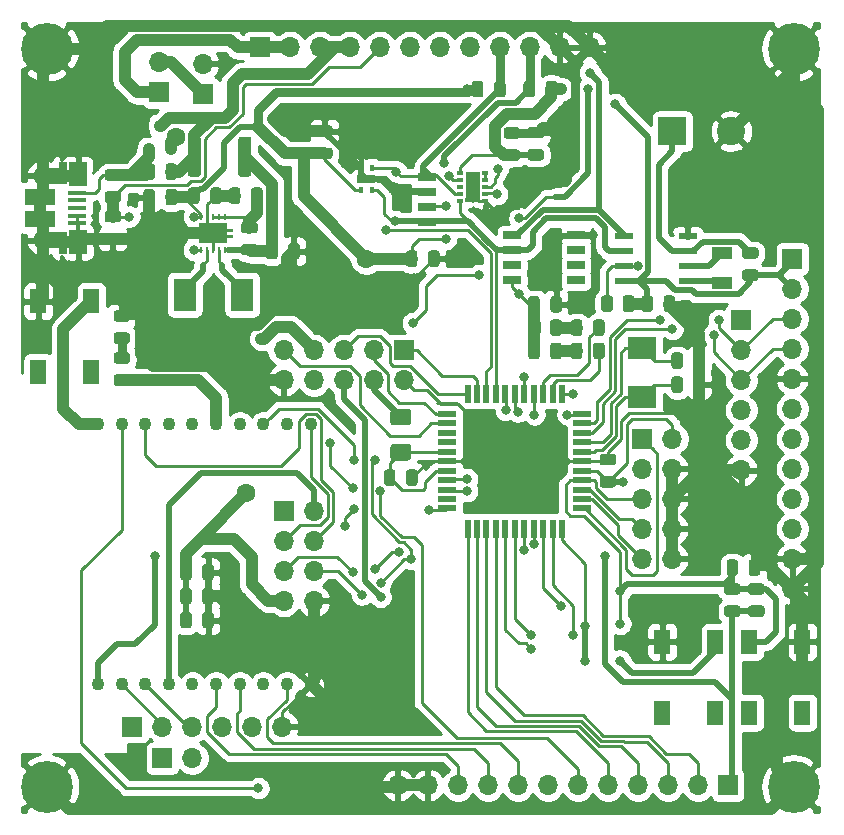
<source format=gtl>
G04 #@! TF.GenerationSoftware,KiCad,Pcbnew,(5.1.9)-1*
G04 #@! TF.CreationDate,2021-06-14T08:32:31+02:00*
G04 #@! TF.ProjectId,SmartSensor,536d6172-7453-4656-9e73-6f722e6b6963,rev?*
G04 #@! TF.SameCoordinates,Original*
G04 #@! TF.FileFunction,Copper,L1,Top*
G04 #@! TF.FilePolarity,Positive*
%FSLAX46Y46*%
G04 Gerber Fmt 4.6, Leading zero omitted, Abs format (unit mm)*
G04 Created by KiCad (PCBNEW (5.1.9)-1) date 2021-06-14 08:32:31*
%MOMM*%
%LPD*%
G01*
G04 APERTURE LIST*
G04 #@! TA.AperFunction,ComponentPad*
%ADD10R,2.400000X2.400000*%
G04 #@! TD*
G04 #@! TA.AperFunction,ComponentPad*
%ADD11C,2.400000*%
G04 #@! TD*
G04 #@! TA.AperFunction,SMDPad,CuDef*
%ADD12R,1.600000X0.700000*%
G04 #@! TD*
G04 #@! TA.AperFunction,SMDPad,CuDef*
%ADD13R,0.400000X0.600000*%
G04 #@! TD*
G04 #@! TA.AperFunction,SMDPad,CuDef*
%ADD14R,2.000000X1.350000*%
G04 #@! TD*
G04 #@! TA.AperFunction,SMDPad,CuDef*
%ADD15R,0.700000X1.825000*%
G04 #@! TD*
G04 #@! TA.AperFunction,SMDPad,CuDef*
%ADD16R,1.500000X2.000000*%
G04 #@! TD*
G04 #@! TA.AperFunction,SMDPad,CuDef*
%ADD17R,1.650000X0.400000*%
G04 #@! TD*
G04 #@! TA.AperFunction,ComponentPad*
%ADD18O,1.500000X1.100000*%
G04 #@! TD*
G04 #@! TA.AperFunction,ComponentPad*
%ADD19O,1.700000X1.350000*%
G04 #@! TD*
G04 #@! TA.AperFunction,SMDPad,CuDef*
%ADD20R,2.500000X1.430000*%
G04 #@! TD*
G04 #@! TA.AperFunction,ComponentPad*
%ADD21R,1.700000X1.700000*%
G04 #@! TD*
G04 #@! TA.AperFunction,ComponentPad*
%ADD22O,1.700000X1.700000*%
G04 #@! TD*
G04 #@! TA.AperFunction,SMDPad,CuDef*
%ADD23R,1.903000X2.790000*%
G04 #@! TD*
G04 #@! TA.AperFunction,SMDPad,CuDef*
%ADD24R,0.800000X0.900000*%
G04 #@! TD*
G04 #@! TA.AperFunction,SMDPad,CuDef*
%ADD25R,0.240000X0.600000*%
G04 #@! TD*
G04 #@! TA.AperFunction,SMDPad,CuDef*
%ADD26C,0.100000*%
G04 #@! TD*
G04 #@! TA.AperFunction,ComponentPad*
%ADD27C,0.500000*%
G04 #@! TD*
G04 #@! TA.AperFunction,SMDPad,CuDef*
%ADD28R,1.000000X0.300000*%
G04 #@! TD*
G04 #@! TA.AperFunction,SMDPad,CuDef*
%ADD29R,1.300000X2.200000*%
G04 #@! TD*
G04 #@! TA.AperFunction,SMDPad,CuDef*
%ADD30R,0.600000X0.400000*%
G04 #@! TD*
G04 #@! TA.AperFunction,SMDPad,CuDef*
%ADD31R,1.550000X0.600000*%
G04 #@! TD*
G04 #@! TA.AperFunction,SMDPad,CuDef*
%ADD32R,1.500000X0.550000*%
G04 #@! TD*
G04 #@! TA.AperFunction,SMDPad,CuDef*
%ADD33R,0.550000X1.500000*%
G04 #@! TD*
G04 #@! TA.AperFunction,SMDPad,CuDef*
%ADD34R,1.800000X1.000000*%
G04 #@! TD*
G04 #@! TA.AperFunction,ComponentPad*
%ADD35C,1.100000*%
G04 #@! TD*
G04 #@! TA.AperFunction,SMDPad,CuDef*
%ADD36R,1.500000X0.650000*%
G04 #@! TD*
G04 #@! TA.AperFunction,SMDPad,CuDef*
%ADD37R,2.400000X1.900000*%
G04 #@! TD*
G04 #@! TA.AperFunction,ComponentPad*
%ADD38C,4.400000*%
G04 #@! TD*
G04 #@! TA.AperFunction,ComponentPad*
%ADD39C,0.700000*%
G04 #@! TD*
G04 #@! TA.AperFunction,SMDPad,CuDef*
%ADD40R,1.400000X2.100000*%
G04 #@! TD*
G04 #@! TA.AperFunction,ViaPad*
%ADD41C,0.800000*%
G04 #@! TD*
G04 #@! TA.AperFunction,ViaPad*
%ADD42C,1.600000*%
G04 #@! TD*
G04 #@! TA.AperFunction,Conductor*
%ADD43C,1.000000*%
G04 #@! TD*
G04 #@! TA.AperFunction,Conductor*
%ADD44C,0.500000*%
G04 #@! TD*
G04 #@! TA.AperFunction,Conductor*
%ADD45C,0.250000*%
G04 #@! TD*
G04 #@! TA.AperFunction,Conductor*
%ADD46C,0.750000*%
G04 #@! TD*
G04 #@! TA.AperFunction,Conductor*
%ADD47C,0.254000*%
G04 #@! TD*
G04 #@! TA.AperFunction,Conductor*
%ADD48C,0.100000*%
G04 #@! TD*
G04 APERTURE END LIST*
G04 #@! TA.AperFunction,SMDPad,CuDef*
G36*
G01*
X226770250Y-127644500D02*
X225857750Y-127644500D01*
G75*
G02*
X225614000Y-127400750I0J243750D01*
G01*
X225614000Y-126913250D01*
G75*
G02*
X225857750Y-126669500I243750J0D01*
G01*
X226770250Y-126669500D01*
G75*
G02*
X227014000Y-126913250I0J-243750D01*
G01*
X227014000Y-127400750D01*
G75*
G02*
X226770250Y-127644500I-243750J0D01*
G01*
G37*
G04 #@! TD.AperFunction*
G04 #@! TA.AperFunction,SMDPad,CuDef*
G36*
G01*
X226770250Y-129519500D02*
X225857750Y-129519500D01*
G75*
G02*
X225614000Y-129275750I0J243750D01*
G01*
X225614000Y-128788250D01*
G75*
G02*
X225857750Y-128544500I243750J0D01*
G01*
X226770250Y-128544500D01*
G75*
G02*
X227014000Y-128788250I0J-243750D01*
G01*
X227014000Y-129275750D01*
G75*
G02*
X226770250Y-129519500I-243750J0D01*
G01*
G37*
G04 #@! TD.AperFunction*
G04 #@! TA.AperFunction,SMDPad,CuDef*
G36*
G01*
X184805500Y-99008250D02*
X184805500Y-98095750D01*
G75*
G02*
X185049250Y-97852000I243750J0D01*
G01*
X185536750Y-97852000D01*
G75*
G02*
X185780500Y-98095750I0J-243750D01*
G01*
X185780500Y-99008250D01*
G75*
G02*
X185536750Y-99252000I-243750J0D01*
G01*
X185049250Y-99252000D01*
G75*
G02*
X184805500Y-99008250I0J243750D01*
G01*
G37*
G04 #@! TD.AperFunction*
G04 #@! TA.AperFunction,SMDPad,CuDef*
G36*
G01*
X186680500Y-99008250D02*
X186680500Y-98095750D01*
G75*
G02*
X186924250Y-97852000I243750J0D01*
G01*
X187411750Y-97852000D01*
G75*
G02*
X187655500Y-98095750I0J-243750D01*
G01*
X187655500Y-99008250D01*
G75*
G02*
X187411750Y-99252000I-243750J0D01*
G01*
X186924250Y-99252000D01*
G75*
G02*
X186680500Y-99008250I0J243750D01*
G01*
G37*
G04 #@! TD.AperFunction*
G04 #@! TA.AperFunction,SMDPad,CuDef*
G36*
G01*
X184510500Y-93396750D02*
X184510500Y-94309250D01*
G75*
G02*
X184266750Y-94553000I-243750J0D01*
G01*
X183779250Y-94553000D01*
G75*
G02*
X183535500Y-94309250I0J243750D01*
G01*
X183535500Y-93396750D01*
G75*
G02*
X183779250Y-93153000I243750J0D01*
G01*
X184266750Y-93153000D01*
G75*
G02*
X184510500Y-93396750I0J-243750D01*
G01*
G37*
G04 #@! TD.AperFunction*
G04 #@! TA.AperFunction,SMDPad,CuDef*
G36*
G01*
X182635500Y-93396750D02*
X182635500Y-94309250D01*
G75*
G02*
X182391750Y-94553000I-243750J0D01*
G01*
X181904250Y-94553000D01*
G75*
G02*
X181660500Y-94309250I0J243750D01*
G01*
X181660500Y-93396750D01*
G75*
G02*
X181904250Y-93153000I243750J0D01*
G01*
X182391750Y-93153000D01*
G75*
G02*
X182635500Y-93396750I0J-243750D01*
G01*
G37*
G04 #@! TD.AperFunction*
G04 #@! TA.AperFunction,SMDPad,CuDef*
G36*
G01*
X175396500Y-93523750D02*
X175396500Y-94436250D01*
G75*
G02*
X175152750Y-94680000I-243750J0D01*
G01*
X174665250Y-94680000D01*
G75*
G02*
X174421500Y-94436250I0J243750D01*
G01*
X174421500Y-93523750D01*
G75*
G02*
X174665250Y-93280000I243750J0D01*
G01*
X175152750Y-93280000D01*
G75*
G02*
X175396500Y-93523750I0J-243750D01*
G01*
G37*
G04 #@! TD.AperFunction*
G04 #@! TA.AperFunction,SMDPad,CuDef*
G36*
G01*
X177271500Y-93523750D02*
X177271500Y-94436250D01*
G75*
G02*
X177027750Y-94680000I-243750J0D01*
G01*
X176540250Y-94680000D01*
G75*
G02*
X176296500Y-94436250I0J243750D01*
G01*
X176296500Y-93523750D01*
G75*
G02*
X176540250Y-93280000I243750J0D01*
G01*
X177027750Y-93280000D01*
G75*
G02*
X177271500Y-93523750I0J-243750D01*
G01*
G37*
G04 #@! TD.AperFunction*
G04 #@! TA.AperFunction,SMDPad,CuDef*
G36*
G01*
X178201500Y-94309250D02*
X178201500Y-93396750D01*
G75*
G02*
X178445250Y-93153000I243750J0D01*
G01*
X178932750Y-93153000D01*
G75*
G02*
X179176500Y-93396750I0J-243750D01*
G01*
X179176500Y-94309250D01*
G75*
G02*
X178932750Y-94553000I-243750J0D01*
G01*
X178445250Y-94553000D01*
G75*
G02*
X178201500Y-94309250I0J243750D01*
G01*
G37*
G04 #@! TD.AperFunction*
G04 #@! TA.AperFunction,SMDPad,CuDef*
G36*
G01*
X180076500Y-94309250D02*
X180076500Y-93396750D01*
G75*
G02*
X180320250Y-93153000I243750J0D01*
G01*
X180807750Y-93153000D01*
G75*
G02*
X181051500Y-93396750I0J-243750D01*
G01*
X181051500Y-94309250D01*
G75*
G02*
X180807750Y-94553000I-243750J0D01*
G01*
X180320250Y-94553000D01*
G75*
G02*
X180076500Y-94309250I0J243750D01*
G01*
G37*
G04 #@! TD.AperFunction*
G04 #@! TA.AperFunction,SMDPad,CuDef*
G36*
G01*
X208101250Y-89006500D02*
X207188750Y-89006500D01*
G75*
G02*
X206945000Y-88762750I0J243750D01*
G01*
X206945000Y-88275250D01*
G75*
G02*
X207188750Y-88031500I243750J0D01*
G01*
X208101250Y-88031500D01*
G75*
G02*
X208345000Y-88275250I0J-243750D01*
G01*
X208345000Y-88762750D01*
G75*
G02*
X208101250Y-89006500I-243750J0D01*
G01*
G37*
G04 #@! TD.AperFunction*
G04 #@! TA.AperFunction,SMDPad,CuDef*
G36*
G01*
X208101250Y-90881500D02*
X207188750Y-90881500D01*
G75*
G02*
X206945000Y-90637750I0J243750D01*
G01*
X206945000Y-90150250D01*
G75*
G02*
X207188750Y-89906500I243750J0D01*
G01*
X208101250Y-89906500D01*
G75*
G02*
X208345000Y-90150250I0J-243750D01*
G01*
X208345000Y-90637750D01*
G75*
G02*
X208101250Y-90881500I-243750J0D01*
G01*
G37*
G04 #@! TD.AperFunction*
G04 #@! TA.AperFunction,SMDPad,CuDef*
G36*
G01*
X206069250Y-90911500D02*
X205156750Y-90911500D01*
G75*
G02*
X204913000Y-90667750I0J243750D01*
G01*
X204913000Y-90180250D01*
G75*
G02*
X205156750Y-89936500I243750J0D01*
G01*
X206069250Y-89936500D01*
G75*
G02*
X206313000Y-90180250I0J-243750D01*
G01*
X206313000Y-90667750D01*
G75*
G02*
X206069250Y-90911500I-243750J0D01*
G01*
G37*
G04 #@! TD.AperFunction*
G04 #@! TA.AperFunction,SMDPad,CuDef*
G36*
G01*
X206069250Y-89036500D02*
X205156750Y-89036500D01*
G75*
G02*
X204913000Y-88792750I0J243750D01*
G01*
X204913000Y-88305250D01*
G75*
G02*
X205156750Y-88061500I243750J0D01*
G01*
X206069250Y-88061500D01*
G75*
G02*
X206313000Y-88305250I0J-243750D01*
G01*
X206313000Y-88792750D01*
G75*
G02*
X206069250Y-89036500I-243750J0D01*
G01*
G37*
G04 #@! TD.AperFunction*
G04 #@! TA.AperFunction,SMDPad,CuDef*
G36*
G01*
X198521500Y-99643250D02*
X198521500Y-98730750D01*
G75*
G02*
X198765250Y-98487000I243750J0D01*
G01*
X199252750Y-98487000D01*
G75*
G02*
X199496500Y-98730750I0J-243750D01*
G01*
X199496500Y-99643250D01*
G75*
G02*
X199252750Y-99887000I-243750J0D01*
G01*
X198765250Y-99887000D01*
G75*
G02*
X198521500Y-99643250I0J243750D01*
G01*
G37*
G04 #@! TD.AperFunction*
G04 #@! TA.AperFunction,SMDPad,CuDef*
G36*
G01*
X196646500Y-99643250D02*
X196646500Y-98730750D01*
G75*
G02*
X196890250Y-98487000I243750J0D01*
G01*
X197377750Y-98487000D01*
G75*
G02*
X197621500Y-98730750I0J-243750D01*
G01*
X197621500Y-99643250D01*
G75*
G02*
X197377750Y-99887000I-243750J0D01*
G01*
X196890250Y-99887000D01*
G75*
G02*
X196646500Y-99643250I0J243750D01*
G01*
G37*
G04 #@! TD.AperFunction*
G04 #@! TA.AperFunction,SMDPad,CuDef*
G36*
G01*
X190194250Y-88879500D02*
X189281750Y-88879500D01*
G75*
G02*
X189038000Y-88635750I0J243750D01*
G01*
X189038000Y-88148250D01*
G75*
G02*
X189281750Y-87904500I243750J0D01*
G01*
X190194250Y-87904500D01*
G75*
G02*
X190438000Y-88148250I0J-243750D01*
G01*
X190438000Y-88635750D01*
G75*
G02*
X190194250Y-88879500I-243750J0D01*
G01*
G37*
G04 #@! TD.AperFunction*
G04 #@! TA.AperFunction,SMDPad,CuDef*
G36*
G01*
X190194250Y-90754500D02*
X189281750Y-90754500D01*
G75*
G02*
X189038000Y-90510750I0J243750D01*
G01*
X189038000Y-90023250D01*
G75*
G02*
X189281750Y-89779500I243750J0D01*
G01*
X190194250Y-89779500D01*
G75*
G02*
X190438000Y-90023250I0J-243750D01*
G01*
X190438000Y-90510750D01*
G75*
G02*
X190194250Y-90754500I-243750J0D01*
G01*
G37*
G04 #@! TD.AperFunction*
G04 #@! TA.AperFunction,SMDPad,CuDef*
G36*
G01*
X221000500Y-108279250D02*
X221000500Y-107366750D01*
G75*
G02*
X221244250Y-107123000I243750J0D01*
G01*
X221731750Y-107123000D01*
G75*
G02*
X221975500Y-107366750I0J-243750D01*
G01*
X221975500Y-108279250D01*
G75*
G02*
X221731750Y-108523000I-243750J0D01*
G01*
X221244250Y-108523000D01*
G75*
G02*
X221000500Y-108279250I0J243750D01*
G01*
G37*
G04 #@! TD.AperFunction*
G04 #@! TA.AperFunction,SMDPad,CuDef*
G36*
G01*
X219125500Y-108279250D02*
X219125500Y-107366750D01*
G75*
G02*
X219369250Y-107123000I243750J0D01*
G01*
X219856750Y-107123000D01*
G75*
G02*
X220100500Y-107366750I0J-243750D01*
G01*
X220100500Y-108279250D01*
G75*
G02*
X219856750Y-108523000I-243750J0D01*
G01*
X219369250Y-108523000D01*
G75*
G02*
X219125500Y-108279250I0J243750D01*
G01*
G37*
G04 #@! TD.AperFunction*
G04 #@! TA.AperFunction,SMDPad,CuDef*
G36*
G01*
X223794500Y-125805250D02*
X223794500Y-124892750D01*
G75*
G02*
X224038250Y-124649000I243750J0D01*
G01*
X224525750Y-124649000D01*
G75*
G02*
X224769500Y-124892750I0J-243750D01*
G01*
X224769500Y-125805250D01*
G75*
G02*
X224525750Y-126049000I-243750J0D01*
G01*
X224038250Y-126049000D01*
G75*
G02*
X223794500Y-125805250I0J243750D01*
G01*
G37*
G04 #@! TD.AperFunction*
G04 #@! TA.AperFunction,SMDPad,CuDef*
G36*
G01*
X225669500Y-125805250D02*
X225669500Y-124892750D01*
G75*
G02*
X225913250Y-124649000I243750J0D01*
G01*
X226400750Y-124649000D01*
G75*
G02*
X226644500Y-124892750I0J-243750D01*
G01*
X226644500Y-125805250D01*
G75*
G02*
X226400750Y-126049000I-243750J0D01*
G01*
X225913250Y-126049000D01*
G75*
G02*
X225669500Y-125805250I0J243750D01*
G01*
G37*
G04 #@! TD.AperFunction*
G04 #@! TA.AperFunction,SMDPad,CuDef*
G36*
G01*
X219125500Y-110311250D02*
X219125500Y-109398750D01*
G75*
G02*
X219369250Y-109155000I243750J0D01*
G01*
X219856750Y-109155000D01*
G75*
G02*
X220100500Y-109398750I0J-243750D01*
G01*
X220100500Y-110311250D01*
G75*
G02*
X219856750Y-110555000I-243750J0D01*
G01*
X219369250Y-110555000D01*
G75*
G02*
X219125500Y-110311250I0J243750D01*
G01*
G37*
G04 #@! TD.AperFunction*
G04 #@! TA.AperFunction,SMDPad,CuDef*
G36*
G01*
X221000500Y-110311250D02*
X221000500Y-109398750D01*
G75*
G02*
X221244250Y-109155000I243750J0D01*
G01*
X221731750Y-109155000D01*
G75*
G02*
X221975500Y-109398750I0J-243750D01*
G01*
X221975500Y-110311250D01*
G75*
G02*
X221731750Y-110555000I-243750J0D01*
G01*
X221244250Y-110555000D01*
G75*
G02*
X221000500Y-110311250I0J243750D01*
G01*
G37*
G04 #@! TD.AperFunction*
G04 #@! TA.AperFunction,SMDPad,CuDef*
G36*
G01*
X214197250Y-118567500D02*
X213284750Y-118567500D01*
G75*
G02*
X213041000Y-118323750I0J243750D01*
G01*
X213041000Y-117836250D01*
G75*
G02*
X213284750Y-117592500I243750J0D01*
G01*
X214197250Y-117592500D01*
G75*
G02*
X214441000Y-117836250I0J-243750D01*
G01*
X214441000Y-118323750D01*
G75*
G02*
X214197250Y-118567500I-243750J0D01*
G01*
G37*
G04 #@! TD.AperFunction*
G04 #@! TA.AperFunction,SMDPad,CuDef*
G36*
G01*
X214197250Y-116692500D02*
X213284750Y-116692500D01*
G75*
G02*
X213041000Y-116448750I0J243750D01*
G01*
X213041000Y-115961250D01*
G75*
G02*
X213284750Y-115717500I243750J0D01*
G01*
X214197250Y-115717500D01*
G75*
G02*
X214441000Y-115961250I0J-243750D01*
G01*
X214441000Y-116448750D01*
G75*
G02*
X214197250Y-116692500I-243750J0D01*
G01*
G37*
G04 #@! TD.AperFunction*
G04 #@! TA.AperFunction,SMDPad,CuDef*
G36*
G01*
X196665000Y-118185250D02*
X196665000Y-117272750D01*
G75*
G02*
X196908750Y-117029000I243750J0D01*
G01*
X197396250Y-117029000D01*
G75*
G02*
X197640000Y-117272750I0J-243750D01*
G01*
X197640000Y-118185250D01*
G75*
G02*
X197396250Y-118429000I-243750J0D01*
G01*
X196908750Y-118429000D01*
G75*
G02*
X196665000Y-118185250I0J243750D01*
G01*
G37*
G04 #@! TD.AperFunction*
G04 #@! TA.AperFunction,SMDPad,CuDef*
G36*
G01*
X194790000Y-118185250D02*
X194790000Y-117272750D01*
G75*
G02*
X195033750Y-117029000I243750J0D01*
G01*
X195521250Y-117029000D01*
G75*
G02*
X195765000Y-117272750I0J-243750D01*
G01*
X195765000Y-118185250D01*
G75*
G02*
X195521250Y-118429000I-243750J0D01*
G01*
X195033750Y-118429000D01*
G75*
G02*
X194790000Y-118185250I0J243750D01*
G01*
G37*
G04 #@! TD.AperFunction*
G04 #@! TA.AperFunction,SMDPad,CuDef*
G36*
G01*
X218460500Y-103453250D02*
X218460500Y-102540750D01*
G75*
G02*
X218704250Y-102297000I243750J0D01*
G01*
X219191750Y-102297000D01*
G75*
G02*
X219435500Y-102540750I0J-243750D01*
G01*
X219435500Y-103453250D01*
G75*
G02*
X219191750Y-103697000I-243750J0D01*
G01*
X218704250Y-103697000D01*
G75*
G02*
X218460500Y-103453250I0J243750D01*
G01*
G37*
G04 #@! TD.AperFunction*
G04 #@! TA.AperFunction,SMDPad,CuDef*
G36*
G01*
X216585500Y-103453250D02*
X216585500Y-102540750D01*
G75*
G02*
X216829250Y-102297000I243750J0D01*
G01*
X217316750Y-102297000D01*
G75*
G02*
X217560500Y-102540750I0J-243750D01*
G01*
X217560500Y-103453250D01*
G75*
G02*
X217316750Y-103697000I-243750J0D01*
G01*
X216829250Y-103697000D01*
G75*
G02*
X216585500Y-103453250I0J243750D01*
G01*
G37*
G04 #@! TD.AperFunction*
G04 #@! TA.AperFunction,SMDPad,CuDef*
G36*
G01*
X179408000Y-130250250D02*
X179408000Y-129337750D01*
G75*
G02*
X179651750Y-129094000I243750J0D01*
G01*
X180139250Y-129094000D01*
G75*
G02*
X180383000Y-129337750I0J-243750D01*
G01*
X180383000Y-130250250D01*
G75*
G02*
X180139250Y-130494000I-243750J0D01*
G01*
X179651750Y-130494000D01*
G75*
G02*
X179408000Y-130250250I0J243750D01*
G01*
G37*
G04 #@! TD.AperFunction*
G04 #@! TA.AperFunction,SMDPad,CuDef*
G36*
G01*
X177533000Y-130250250D02*
X177533000Y-129337750D01*
G75*
G02*
X177776750Y-129094000I243750J0D01*
G01*
X178264250Y-129094000D01*
G75*
G02*
X178508000Y-129337750I0J-243750D01*
G01*
X178508000Y-130250250D01*
G75*
G02*
X178264250Y-130494000I-243750J0D01*
G01*
X177776750Y-130494000D01*
G75*
G02*
X177533000Y-130250250I0J243750D01*
G01*
G37*
G04 #@! TD.AperFunction*
G04 #@! TA.AperFunction,SMDPad,CuDef*
G36*
G01*
X177533000Y-128218250D02*
X177533000Y-127305750D01*
G75*
G02*
X177776750Y-127062000I243750J0D01*
G01*
X178264250Y-127062000D01*
G75*
G02*
X178508000Y-127305750I0J-243750D01*
G01*
X178508000Y-128218250D01*
G75*
G02*
X178264250Y-128462000I-243750J0D01*
G01*
X177776750Y-128462000D01*
G75*
G02*
X177533000Y-128218250I0J243750D01*
G01*
G37*
G04 #@! TD.AperFunction*
G04 #@! TA.AperFunction,SMDPad,CuDef*
G36*
G01*
X179408000Y-128218250D02*
X179408000Y-127305750D01*
G75*
G02*
X179651750Y-127062000I243750J0D01*
G01*
X180139250Y-127062000D01*
G75*
G02*
X180383000Y-127305750I0J-243750D01*
G01*
X180383000Y-128218250D01*
G75*
G02*
X180139250Y-128462000I-243750J0D01*
G01*
X179651750Y-128462000D01*
G75*
G02*
X179408000Y-128218250I0J243750D01*
G01*
G37*
G04 #@! TD.AperFunction*
G04 #@! TA.AperFunction,SMDPad,CuDef*
G36*
G01*
X177533000Y-126186250D02*
X177533000Y-125273750D01*
G75*
G02*
X177776750Y-125030000I243750J0D01*
G01*
X178264250Y-125030000D01*
G75*
G02*
X178508000Y-125273750I0J-243750D01*
G01*
X178508000Y-126186250D01*
G75*
G02*
X178264250Y-126430000I-243750J0D01*
G01*
X177776750Y-126430000D01*
G75*
G02*
X177533000Y-126186250I0J243750D01*
G01*
G37*
G04 #@! TD.AperFunction*
G04 #@! TA.AperFunction,SMDPad,CuDef*
G36*
G01*
X179408000Y-126186250D02*
X179408000Y-125273750D01*
G75*
G02*
X179651750Y-125030000I243750J0D01*
G01*
X180139250Y-125030000D01*
G75*
G02*
X180383000Y-125273750I0J-243750D01*
G01*
X180383000Y-126186250D01*
G75*
G02*
X180139250Y-126430000I-243750J0D01*
G01*
X179651750Y-126430000D01*
G75*
G02*
X179408000Y-126186250I0J243750D01*
G01*
G37*
G04 #@! TD.AperFunction*
D10*
X219202000Y-88392000D03*
D11*
X224202000Y-88392000D03*
G04 #@! TA.AperFunction,SMDPad,CuDef*
G36*
G01*
X175396500Y-91364750D02*
X175396500Y-92277250D01*
G75*
G02*
X175152750Y-92521000I-243750J0D01*
G01*
X174665250Y-92521000D01*
G75*
G02*
X174421500Y-92277250I0J243750D01*
G01*
X174421500Y-91364750D01*
G75*
G02*
X174665250Y-91121000I243750J0D01*
G01*
X175152750Y-91121000D01*
G75*
G02*
X175396500Y-91364750I0J-243750D01*
G01*
G37*
G04 #@! TD.AperFunction*
G04 #@! TA.AperFunction,SMDPad,CuDef*
G36*
G01*
X177271500Y-91364750D02*
X177271500Y-92277250D01*
G75*
G02*
X177027750Y-92521000I-243750J0D01*
G01*
X176540250Y-92521000D01*
G75*
G02*
X176296500Y-92277250I0J243750D01*
G01*
X176296500Y-91364750D01*
G75*
G02*
X176540250Y-91121000I243750J0D01*
G01*
X177027750Y-91121000D01*
G75*
G02*
X177271500Y-91364750I0J-243750D01*
G01*
G37*
G04 #@! TD.AperFunction*
G04 #@! TA.AperFunction,SMDPad,CuDef*
G36*
G01*
X224738250Y-129519500D02*
X223825750Y-129519500D01*
G75*
G02*
X223582000Y-129275750I0J243750D01*
G01*
X223582000Y-128788250D01*
G75*
G02*
X223825750Y-128544500I243750J0D01*
G01*
X224738250Y-128544500D01*
G75*
G02*
X224982000Y-128788250I0J-243750D01*
G01*
X224982000Y-129275750D01*
G75*
G02*
X224738250Y-129519500I-243750J0D01*
G01*
G37*
G04 #@! TD.AperFunction*
G04 #@! TA.AperFunction,SMDPad,CuDef*
G36*
G01*
X224738250Y-127644500D02*
X223825750Y-127644500D01*
G75*
G02*
X223582000Y-127400750I0J243750D01*
G01*
X223582000Y-126913250D01*
G75*
G02*
X223825750Y-126669500I243750J0D01*
G01*
X224738250Y-126669500D01*
G75*
G02*
X224982000Y-126913250I0J-243750D01*
G01*
X224982000Y-127400750D01*
G75*
G02*
X224738250Y-127644500I-243750J0D01*
G01*
G37*
G04 #@! TD.AperFunction*
G04 #@! TA.AperFunction,SMDPad,CuDef*
G36*
G01*
X211591500Y-106541250D02*
X211591500Y-107453750D01*
G75*
G02*
X211347750Y-107697500I-243750J0D01*
G01*
X210860250Y-107697500D01*
G75*
G02*
X210616500Y-107453750I0J243750D01*
G01*
X210616500Y-106541250D01*
G75*
G02*
X210860250Y-106297500I243750J0D01*
G01*
X211347750Y-106297500D01*
G75*
G02*
X211591500Y-106541250I0J-243750D01*
G01*
G37*
G04 #@! TD.AperFunction*
G04 #@! TA.AperFunction,SMDPad,CuDef*
G36*
G01*
X213466500Y-106541250D02*
X213466500Y-107453750D01*
G75*
G02*
X213222750Y-107697500I-243750J0D01*
G01*
X212735250Y-107697500D01*
G75*
G02*
X212491500Y-107453750I0J243750D01*
G01*
X212491500Y-106541250D01*
G75*
G02*
X212735250Y-106297500I243750J0D01*
G01*
X213222750Y-106297500D01*
G75*
G02*
X213466500Y-106541250I0J-243750D01*
G01*
G37*
G04 #@! TD.AperFunction*
G04 #@! TA.AperFunction,SMDPad,CuDef*
G36*
G01*
X172136750Y-103555500D02*
X173049250Y-103555500D01*
G75*
G02*
X173293000Y-103799250I0J-243750D01*
G01*
X173293000Y-104286750D01*
G75*
G02*
X173049250Y-104530500I-243750J0D01*
G01*
X172136750Y-104530500D01*
G75*
G02*
X171893000Y-104286750I0J243750D01*
G01*
X171893000Y-103799250D01*
G75*
G02*
X172136750Y-103555500I243750J0D01*
G01*
G37*
G04 #@! TD.AperFunction*
G04 #@! TA.AperFunction,SMDPad,CuDef*
G36*
G01*
X172136750Y-105430500D02*
X173049250Y-105430500D01*
G75*
G02*
X173293000Y-105674250I0J-243750D01*
G01*
X173293000Y-106161750D01*
G75*
G02*
X173049250Y-106405500I-243750J0D01*
G01*
X172136750Y-106405500D01*
G75*
G02*
X171893000Y-106161750I0J243750D01*
G01*
X171893000Y-105674250D01*
G75*
G02*
X172136750Y-105430500I243750J0D01*
G01*
G37*
G04 #@! TD.AperFunction*
G04 #@! TA.AperFunction,SMDPad,CuDef*
G36*
G01*
X225349750Y-98221500D02*
X226262250Y-98221500D01*
G75*
G02*
X226506000Y-98465250I0J-243750D01*
G01*
X226506000Y-98952750D01*
G75*
G02*
X226262250Y-99196500I-243750J0D01*
G01*
X225349750Y-99196500D01*
G75*
G02*
X225106000Y-98952750I0J243750D01*
G01*
X225106000Y-98465250D01*
G75*
G02*
X225349750Y-98221500I243750J0D01*
G01*
G37*
G04 #@! TD.AperFunction*
G04 #@! TA.AperFunction,SMDPad,CuDef*
G36*
G01*
X225349750Y-100096500D02*
X226262250Y-100096500D01*
G75*
G02*
X226506000Y-100340250I0J-243750D01*
G01*
X226506000Y-100827750D01*
G75*
G02*
X226262250Y-101071500I-243750J0D01*
G01*
X225349750Y-101071500D01*
G75*
G02*
X225106000Y-100827750I0J243750D01*
G01*
X225106000Y-100340250D01*
G75*
G02*
X225349750Y-100096500I243750J0D01*
G01*
G37*
G04 #@! TD.AperFunction*
G04 #@! TA.AperFunction,SMDPad,CuDef*
G36*
G01*
X183569500Y-89100998D02*
X183569500Y-92001002D01*
G75*
G02*
X183319502Y-92251000I-249998J0D01*
G01*
X182694498Y-92251000D01*
G75*
G02*
X182444500Y-92001002I0J249998D01*
G01*
X182444500Y-89100998D01*
G75*
G02*
X182694498Y-88851000I249998J0D01*
G01*
X183319502Y-88851000D01*
G75*
G02*
X183569500Y-89100998I0J-249998D01*
G01*
G37*
G04 #@! TD.AperFunction*
G04 #@! TA.AperFunction,SMDPad,CuDef*
G36*
G01*
X179294500Y-89100998D02*
X179294500Y-92001002D01*
G75*
G02*
X179044502Y-92251000I-249998J0D01*
G01*
X178419498Y-92251000D01*
G75*
G02*
X178169500Y-92001002I0J249998D01*
G01*
X178169500Y-89100998D01*
G75*
G02*
X178419498Y-88851000I249998J0D01*
G01*
X179044502Y-88851000D01*
G75*
G02*
X179294500Y-89100998I0J-249998D01*
G01*
G37*
G04 #@! TD.AperFunction*
D12*
X193294000Y-92456000D03*
D13*
X192819000Y-91506000D03*
X193769000Y-93406000D03*
X192819000Y-93406000D03*
X193769000Y-91506000D03*
D14*
X166840000Y-97640000D03*
X166840000Y-92160000D03*
D15*
X167590000Y-91940000D03*
X167590000Y-97890000D03*
D16*
X168890000Y-92040000D03*
X168910000Y-97790000D03*
D17*
X168790000Y-93590000D03*
X168790000Y-94240000D03*
X168790000Y-94890000D03*
X168790000Y-95540000D03*
X168790000Y-96190000D03*
D18*
X168910000Y-92470000D03*
X168910000Y-97310000D03*
D19*
X165910000Y-92160000D03*
X165910000Y-97620000D03*
D20*
X165640000Y-93930000D03*
X165640000Y-95850000D03*
D21*
X175768000Y-85090000D03*
D22*
X175768000Y-82550000D03*
X179451000Y-82677000D03*
D21*
X179451000Y-85217000D03*
D22*
X225044000Y-117094000D03*
X225044000Y-114554000D03*
X225044000Y-112014000D03*
X225044000Y-109474000D03*
X225044000Y-106934000D03*
D21*
X225044000Y-104394000D03*
X196469000Y-106934000D03*
D22*
X196469000Y-109474000D03*
X193929000Y-106934000D03*
X193929000Y-109474000D03*
X191389000Y-106934000D03*
X191389000Y-109474000D03*
X188849000Y-106934000D03*
X188849000Y-109474000D03*
X186309000Y-106934000D03*
X186309000Y-109474000D03*
X219202000Y-124587000D03*
X216662000Y-124587000D03*
X219202000Y-122047000D03*
X216662000Y-122047000D03*
X219202000Y-119507000D03*
X216662000Y-119507000D03*
X219202000Y-116967000D03*
X216662000Y-116967000D03*
X219202000Y-114427000D03*
D21*
X216662000Y-114427000D03*
X176022000Y-141478000D03*
D22*
X178562000Y-141478000D03*
D21*
X173482000Y-138811000D03*
D22*
X176022000Y-138811000D03*
X178562000Y-138811000D03*
X181102000Y-138811000D03*
X183642000Y-138811000D03*
X186182000Y-138811000D03*
D21*
X186309000Y-120523000D03*
D22*
X188849000Y-120523000D03*
X186309000Y-123063000D03*
X188849000Y-123063000D03*
X186309000Y-125603000D03*
X188849000Y-125603000D03*
X186309000Y-128143000D03*
X188849000Y-128143000D03*
X212217000Y-81280000D03*
X209677000Y-81280000D03*
X207137000Y-81280000D03*
X204597000Y-81280000D03*
X202057000Y-81280000D03*
X199517000Y-81280000D03*
X196977000Y-81280000D03*
X194437000Y-81280000D03*
X191897000Y-81280000D03*
X189357000Y-81280000D03*
X186817000Y-81280000D03*
D21*
X184277000Y-81280000D03*
X229362000Y-99187000D03*
D22*
X229362000Y-101727000D03*
X229362000Y-104267000D03*
X229362000Y-106807000D03*
X229362000Y-109347000D03*
X229362000Y-111887000D03*
X229362000Y-114427000D03*
X229362000Y-116967000D03*
X229362000Y-119507000D03*
X229362000Y-122047000D03*
X229362000Y-124587000D03*
X229362000Y-127127000D03*
D21*
X223901000Y-143764000D03*
D22*
X221361000Y-143764000D03*
X218821000Y-143764000D03*
X216281000Y-143764000D03*
X213741000Y-143764000D03*
X211201000Y-143764000D03*
X208661000Y-143764000D03*
X206121000Y-143764000D03*
X203581000Y-143764000D03*
X201041000Y-143764000D03*
X198501000Y-143764000D03*
X195961000Y-143764000D03*
D23*
X182780000Y-102235000D03*
X177927000Y-102235000D03*
G04 #@! TA.AperFunction,SMDPad,CuDef*
G36*
G01*
X195590000Y-111882500D02*
X196840000Y-111882500D01*
G75*
G02*
X197090000Y-112132500I0J-250000D01*
G01*
X197090000Y-113057500D01*
G75*
G02*
X196840000Y-113307500I-250000J0D01*
G01*
X195590000Y-113307500D01*
G75*
G02*
X195340000Y-113057500I0J250000D01*
G01*
X195340000Y-112132500D01*
G75*
G02*
X195590000Y-111882500I250000J0D01*
G01*
G37*
G04 #@! TD.AperFunction*
G04 #@! TA.AperFunction,SMDPad,CuDef*
G36*
G01*
X195590000Y-114857500D02*
X196840000Y-114857500D01*
G75*
G02*
X197090000Y-115107500I0J-250000D01*
G01*
X197090000Y-116032500D01*
G75*
G02*
X196840000Y-116282500I-250000J0D01*
G01*
X195590000Y-116282500D01*
G75*
G02*
X195340000Y-116032500I0J250000D01*
G01*
X195340000Y-115107500D01*
G75*
G02*
X195590000Y-114857500I250000J0D01*
G01*
G37*
G04 #@! TD.AperFunction*
D24*
X175829000Y-87916000D03*
X176779000Y-89916000D03*
X174879000Y-89916000D03*
G04 #@! TA.AperFunction,SMDPad,CuDef*
G36*
G01*
X172287250Y-92592500D02*
X171374750Y-92592500D01*
G75*
G02*
X171131000Y-92348750I0J243750D01*
G01*
X171131000Y-91861250D01*
G75*
G02*
X171374750Y-91617500I243750J0D01*
G01*
X172287250Y-91617500D01*
G75*
G02*
X172531000Y-91861250I0J-243750D01*
G01*
X172531000Y-92348750D01*
G75*
G02*
X172287250Y-92592500I-243750J0D01*
G01*
G37*
G04 #@! TD.AperFunction*
G04 #@! TA.AperFunction,SMDPad,CuDef*
G36*
G01*
X172287250Y-94467500D02*
X171374750Y-94467500D01*
G75*
G02*
X171131000Y-94223750I0J243750D01*
G01*
X171131000Y-93736250D01*
G75*
G02*
X171374750Y-93492500I243750J0D01*
G01*
X172287250Y-93492500D01*
G75*
G02*
X172531000Y-93736250I0J-243750D01*
G01*
X172531000Y-94223750D01*
G75*
G02*
X172287250Y-94467500I-243750J0D01*
G01*
G37*
G04 #@! TD.AperFunction*
G04 #@! TA.AperFunction,SMDPad,CuDef*
G36*
G01*
X172287250Y-97993500D02*
X171374750Y-97993500D01*
G75*
G02*
X171131000Y-97749750I0J243750D01*
G01*
X171131000Y-97262250D01*
G75*
G02*
X171374750Y-97018500I243750J0D01*
G01*
X172287250Y-97018500D01*
G75*
G02*
X172531000Y-97262250I0J-243750D01*
G01*
X172531000Y-97749750D01*
G75*
G02*
X172287250Y-97993500I-243750J0D01*
G01*
G37*
G04 #@! TD.AperFunction*
G04 #@! TA.AperFunction,SMDPad,CuDef*
G36*
G01*
X172287250Y-96118500D02*
X171374750Y-96118500D01*
G75*
G02*
X171131000Y-95874750I0J243750D01*
G01*
X171131000Y-95387250D01*
G75*
G02*
X171374750Y-95143500I243750J0D01*
G01*
X172287250Y-95143500D01*
G75*
G02*
X172531000Y-95387250I0J-243750D01*
G01*
X172531000Y-95874750D01*
G75*
G02*
X172287250Y-96118500I-243750J0D01*
G01*
G37*
G04 #@! TD.AperFunction*
G04 #@! TA.AperFunction,SMDPad,CuDef*
G36*
G01*
X182931750Y-97937500D02*
X183844250Y-97937500D01*
G75*
G02*
X184088000Y-98181250I0J-243750D01*
G01*
X184088000Y-98668750D01*
G75*
G02*
X183844250Y-98912500I-243750J0D01*
G01*
X182931750Y-98912500D01*
G75*
G02*
X182688000Y-98668750I0J243750D01*
G01*
X182688000Y-98181250D01*
G75*
G02*
X182931750Y-97937500I243750J0D01*
G01*
G37*
G04 #@! TD.AperFunction*
G04 #@! TA.AperFunction,SMDPad,CuDef*
G36*
G01*
X182931750Y-96062500D02*
X183844250Y-96062500D01*
G75*
G02*
X184088000Y-96306250I0J-243750D01*
G01*
X184088000Y-96793750D01*
G75*
G02*
X183844250Y-97037500I-243750J0D01*
G01*
X182931750Y-97037500D01*
G75*
G02*
X182688000Y-96793750I0J243750D01*
G01*
X182688000Y-96306250D01*
G75*
G02*
X182931750Y-96062500I243750J0D01*
G01*
G37*
G04 #@! TD.AperFunction*
G04 #@! TA.AperFunction,SMDPad,CuDef*
G36*
G01*
X202234500Y-85292250D02*
X202234500Y-84379750D01*
G75*
G02*
X202478250Y-84136000I243750J0D01*
G01*
X202965750Y-84136000D01*
G75*
G02*
X203209500Y-84379750I0J-243750D01*
G01*
X203209500Y-85292250D01*
G75*
G02*
X202965750Y-85536000I-243750J0D01*
G01*
X202478250Y-85536000D01*
G75*
G02*
X202234500Y-85292250I0J243750D01*
G01*
G37*
G04 #@! TD.AperFunction*
G04 #@! TA.AperFunction,SMDPad,CuDef*
G36*
G01*
X204109500Y-85292250D02*
X204109500Y-84379750D01*
G75*
G02*
X204353250Y-84136000I243750J0D01*
G01*
X204840750Y-84136000D01*
G75*
G02*
X205084500Y-84379750I0J-243750D01*
G01*
X205084500Y-85292250D01*
G75*
G02*
X204840750Y-85536000I-243750J0D01*
G01*
X204353250Y-85536000D01*
G75*
G02*
X204109500Y-85292250I0J243750D01*
G01*
G37*
G04 #@! TD.AperFunction*
G04 #@! TA.AperFunction,SMDPad,CuDef*
G36*
G01*
X207972000Y-106541250D02*
X207972000Y-107453750D01*
G75*
G02*
X207728250Y-107697500I-243750J0D01*
G01*
X207240750Y-107697500D01*
G75*
G02*
X206997000Y-107453750I0J243750D01*
G01*
X206997000Y-106541250D01*
G75*
G02*
X207240750Y-106297500I243750J0D01*
G01*
X207728250Y-106297500D01*
G75*
G02*
X207972000Y-106541250I0J-243750D01*
G01*
G37*
G04 #@! TD.AperFunction*
G04 #@! TA.AperFunction,SMDPad,CuDef*
G36*
G01*
X209847000Y-106541250D02*
X209847000Y-107453750D01*
G75*
G02*
X209603250Y-107697500I-243750J0D01*
G01*
X209115750Y-107697500D01*
G75*
G02*
X208872000Y-107453750I0J243750D01*
G01*
X208872000Y-106541250D01*
G75*
G02*
X209115750Y-106297500I243750J0D01*
G01*
X209603250Y-106297500D01*
G75*
G02*
X209847000Y-106541250I0J-243750D01*
G01*
G37*
G04 #@! TD.AperFunction*
G04 #@! TA.AperFunction,SMDPad,CuDef*
G36*
G01*
X207576000Y-84379750D02*
X207576000Y-85292250D01*
G75*
G02*
X207332250Y-85536000I-243750J0D01*
G01*
X206844750Y-85536000D01*
G75*
G02*
X206601000Y-85292250I0J243750D01*
G01*
X206601000Y-84379750D01*
G75*
G02*
X206844750Y-84136000I243750J0D01*
G01*
X207332250Y-84136000D01*
G75*
G02*
X207576000Y-84379750I0J-243750D01*
G01*
G37*
G04 #@! TD.AperFunction*
G04 #@! TA.AperFunction,SMDPad,CuDef*
G36*
G01*
X209451000Y-84379750D02*
X209451000Y-85292250D01*
G75*
G02*
X209207250Y-85536000I-243750J0D01*
G01*
X208719750Y-85536000D01*
G75*
G02*
X208476000Y-85292250I0J243750D01*
G01*
X208476000Y-84379750D01*
G75*
G02*
X208719750Y-84136000I243750J0D01*
G01*
X209207250Y-84136000D01*
G75*
G02*
X209451000Y-84379750I0J-243750D01*
G01*
G37*
G04 #@! TD.AperFunction*
G04 #@! TA.AperFunction,SMDPad,CuDef*
G36*
G01*
X172136750Y-107111500D02*
X173049250Y-107111500D01*
G75*
G02*
X173293000Y-107355250I0J-243750D01*
G01*
X173293000Y-107842750D01*
G75*
G02*
X173049250Y-108086500I-243750J0D01*
G01*
X172136750Y-108086500D01*
G75*
G02*
X171893000Y-107842750I0J243750D01*
G01*
X171893000Y-107355250D01*
G75*
G02*
X172136750Y-107111500I243750J0D01*
G01*
G37*
G04 #@! TD.AperFunction*
G04 #@! TA.AperFunction,SMDPad,CuDef*
G36*
G01*
X172136750Y-108986500D02*
X173049250Y-108986500D01*
G75*
G02*
X173293000Y-109230250I0J-243750D01*
G01*
X173293000Y-109717750D01*
G75*
G02*
X173049250Y-109961500I-243750J0D01*
G01*
X172136750Y-109961500D01*
G75*
G02*
X171893000Y-109717750I0J243750D01*
G01*
X171893000Y-109230250D01*
G75*
G02*
X172136750Y-108986500I243750J0D01*
G01*
G37*
G04 #@! TD.AperFunction*
D25*
X179324000Y-98431000D03*
X179824000Y-98431000D03*
X180324000Y-98431000D03*
X180824000Y-98431000D03*
X181324000Y-98431000D03*
X181324000Y-95631000D03*
X180824000Y-95631000D03*
X180324000Y-95631000D03*
X179824000Y-95631000D03*
X179324000Y-95631000D03*
G04 #@! TA.AperFunction,SMDPad,CuDef*
D26*
G36*
X179124000Y-97156000D02*
G01*
X179124000Y-96906000D01*
X178624000Y-96906000D01*
X178624000Y-96656000D01*
X179124000Y-96656000D01*
X179124000Y-96206000D01*
X181524000Y-96206000D01*
X181524000Y-96656000D01*
X182024000Y-96656000D01*
X182024000Y-96906000D01*
X181524000Y-96906000D01*
X181524000Y-97156000D01*
X182024000Y-97156000D01*
X182024000Y-97406000D01*
X181524000Y-97406000D01*
X181524000Y-97856000D01*
X179124000Y-97856000D01*
X179124000Y-97406000D01*
X178624000Y-97406000D01*
X178624000Y-97156000D01*
X179124000Y-97156000D01*
G37*
G04 #@! TD.AperFunction*
D27*
X181274000Y-97031000D03*
X180324000Y-97606000D03*
X180324000Y-96456000D03*
X179374000Y-97031000D03*
G04 #@! TA.AperFunction,SMDPad,CuDef*
D26*
G36*
X202961000Y-94041000D02*
G01*
X202661000Y-94341000D01*
X201961000Y-94341000D01*
X201661000Y-94041000D01*
X202961000Y-94041000D01*
G37*
G04 #@! TD.AperFunction*
D28*
X202161000Y-94191000D03*
D29*
X202311000Y-92941000D03*
D30*
X201261000Y-91891000D03*
X201261000Y-92491000D03*
X201261000Y-94291000D03*
X201261000Y-93691000D03*
X203361000Y-91891000D03*
X203361000Y-94291000D03*
X203361000Y-93691000D03*
X203361000Y-93091000D03*
X203361000Y-92491000D03*
X201261000Y-93091000D03*
D31*
X220505000Y-101092000D03*
X220505000Y-99822000D03*
X220505000Y-98552000D03*
X220505000Y-97282000D03*
X215105000Y-97282000D03*
X215105000Y-98552000D03*
X215105000Y-99822000D03*
X215105000Y-101092000D03*
D32*
X211567000Y-120332000D03*
X211567000Y-119532000D03*
X211567000Y-118732000D03*
X211567000Y-117932000D03*
X211567000Y-117132000D03*
X211567000Y-116332000D03*
X211567000Y-115532000D03*
X211567000Y-114732000D03*
X211567000Y-113932000D03*
X211567000Y-113132000D03*
X211567000Y-112332000D03*
D33*
X209867000Y-110632000D03*
X209067000Y-110632000D03*
X208267000Y-110632000D03*
X207467000Y-110632000D03*
X206667000Y-110632000D03*
X205867000Y-110632000D03*
X205067000Y-110632000D03*
X204267000Y-110632000D03*
X203467000Y-110632000D03*
X202667000Y-110632000D03*
X201867000Y-110632000D03*
D32*
X200167000Y-112332000D03*
X200167000Y-113132000D03*
X200167000Y-113932000D03*
X200167000Y-114732000D03*
X200167000Y-115532000D03*
X200167000Y-116332000D03*
X200167000Y-117132000D03*
X200167000Y-117932000D03*
X200167000Y-118732000D03*
X200167000Y-119532000D03*
X200167000Y-120332000D03*
D33*
X201867000Y-122032000D03*
X202667000Y-122032000D03*
X203467000Y-122032000D03*
X204267000Y-122032000D03*
X205067000Y-122032000D03*
X205867000Y-122032000D03*
X206667000Y-122032000D03*
X207467000Y-122032000D03*
X208267000Y-122032000D03*
X209067000Y-122032000D03*
X209867000Y-122032000D03*
D34*
X223393000Y-101219000D03*
X223393000Y-98719000D03*
G04 #@! TA.AperFunction,SMDPad,CuDef*
G36*
G01*
X206997000Y-103516750D02*
X206997000Y-102604250D01*
G75*
G02*
X207240750Y-102360500I243750J0D01*
G01*
X207728250Y-102360500D01*
G75*
G02*
X207972000Y-102604250I0J-243750D01*
G01*
X207972000Y-103516750D01*
G75*
G02*
X207728250Y-103760500I-243750J0D01*
G01*
X207240750Y-103760500D01*
G75*
G02*
X206997000Y-103516750I0J243750D01*
G01*
G37*
G04 #@! TD.AperFunction*
G04 #@! TA.AperFunction,SMDPad,CuDef*
G36*
G01*
X208872000Y-103516750D02*
X208872000Y-102604250D01*
G75*
G02*
X209115750Y-102360500I243750J0D01*
G01*
X209603250Y-102360500D01*
G75*
G02*
X209847000Y-102604250I0J-243750D01*
G01*
X209847000Y-103516750D01*
G75*
G02*
X209603250Y-103760500I-243750J0D01*
G01*
X209115750Y-103760500D01*
G75*
G02*
X208872000Y-103516750I0J243750D01*
G01*
G37*
G04 #@! TD.AperFunction*
D35*
X170576000Y-135206000D03*
X172576000Y-135206000D03*
X174576000Y-135206000D03*
X176576000Y-135206000D03*
X178576000Y-135206000D03*
X180576000Y-135206000D03*
X182576000Y-135206000D03*
X184576000Y-135206000D03*
X186576000Y-135206000D03*
X188576000Y-135206000D03*
X188576000Y-113206000D03*
X186576000Y-113206000D03*
X184576000Y-113206000D03*
X182576000Y-113206000D03*
X180576000Y-113206000D03*
X178576000Y-113206000D03*
X176576000Y-113206000D03*
X174576000Y-113206000D03*
X172576000Y-113206000D03*
X170576000Y-113206000D03*
D36*
X211043500Y-101028500D03*
X211043500Y-99758500D03*
X211043500Y-98488500D03*
X211043500Y-97218500D03*
X205643500Y-97218500D03*
X205643500Y-98488500D03*
X205643500Y-99758500D03*
X205643500Y-101028500D03*
D37*
X216662000Y-106771000D03*
X216662000Y-110871000D03*
D38*
X229489000Y-81407000D03*
D39*
X231139000Y-81407000D03*
X230655726Y-82573726D03*
X229489000Y-83057000D03*
X228322274Y-82573726D03*
X227839000Y-81407000D03*
X228322274Y-80240274D03*
X229489000Y-79757000D03*
X230655726Y-80240274D03*
D38*
X166243000Y-81407000D03*
D39*
X167893000Y-81407000D03*
X167409726Y-82573726D03*
X166243000Y-83057000D03*
X165076274Y-82573726D03*
X164593000Y-81407000D03*
X165076274Y-80240274D03*
X166243000Y-79757000D03*
X167409726Y-80240274D03*
D38*
X166243000Y-143891000D03*
D39*
X167893000Y-143891000D03*
X167409726Y-145057726D03*
X166243000Y-145541000D03*
X165076274Y-145057726D03*
X164593000Y-143891000D03*
X165076274Y-142724274D03*
X166243000Y-142241000D03*
X167409726Y-142724274D03*
X230655726Y-142724274D03*
X229489000Y-142241000D03*
X228322274Y-142724274D03*
X227839000Y-143891000D03*
X228322274Y-145057726D03*
X229489000Y-145541000D03*
X230655726Y-145057726D03*
X231139000Y-143891000D03*
D38*
X229489000Y-143891000D03*
D12*
X198393000Y-96041000D03*
X198393000Y-94771000D03*
X198393000Y-93501000D03*
X198393000Y-92231000D03*
D40*
X230215000Y-131620000D03*
X230215000Y-137620000D03*
X225715000Y-131620000D03*
X225715000Y-137620000D03*
X170017000Y-102791000D03*
X170017000Y-108791000D03*
X165517000Y-102791000D03*
X165517000Y-108791000D03*
X222849000Y-131620000D03*
X222849000Y-137620000D03*
X218349000Y-131620000D03*
X218349000Y-137620000D03*
G04 #@! TA.AperFunction,SMDPad,CuDef*
G36*
G01*
X213466500Y-104572750D02*
X213466500Y-105485250D01*
G75*
G02*
X213222750Y-105729000I-243750J0D01*
G01*
X212735250Y-105729000D01*
G75*
G02*
X212491500Y-105485250I0J243750D01*
G01*
X212491500Y-104572750D01*
G75*
G02*
X212735250Y-104329000I243750J0D01*
G01*
X213222750Y-104329000D01*
G75*
G02*
X213466500Y-104572750I0J-243750D01*
G01*
G37*
G04 #@! TD.AperFunction*
G04 #@! TA.AperFunction,SMDPad,CuDef*
G36*
G01*
X211591500Y-104572750D02*
X211591500Y-105485250D01*
G75*
G02*
X211347750Y-105729000I-243750J0D01*
G01*
X210860250Y-105729000D01*
G75*
G02*
X210616500Y-105485250I0J243750D01*
G01*
X210616500Y-104572750D01*
G75*
G02*
X210860250Y-104329000I243750J0D01*
G01*
X211347750Y-104329000D01*
G75*
G02*
X211591500Y-104572750I0J-243750D01*
G01*
G37*
G04 #@! TD.AperFunction*
G04 #@! TA.AperFunction,SMDPad,CuDef*
G36*
G01*
X209872000Y-104578999D02*
X209872000Y-105479001D01*
G75*
G02*
X209622001Y-105729000I-249999J0D01*
G01*
X209096999Y-105729000D01*
G75*
G02*
X208847000Y-105479001I0J249999D01*
G01*
X208847000Y-104578999D01*
G75*
G02*
X209096999Y-104329000I249999J0D01*
G01*
X209622001Y-104329000D01*
G75*
G02*
X209872000Y-104578999I0J-249999D01*
G01*
G37*
G04 #@! TD.AperFunction*
G04 #@! TA.AperFunction,SMDPad,CuDef*
G36*
G01*
X208047000Y-104578999D02*
X208047000Y-105479001D01*
G75*
G02*
X207797001Y-105729000I-249999J0D01*
G01*
X207271999Y-105729000D01*
G75*
G02*
X207022000Y-105479001I0J249999D01*
G01*
X207022000Y-104578999D01*
G75*
G02*
X207271999Y-104329000I249999J0D01*
G01*
X207797001Y-104329000D01*
G75*
G02*
X208047000Y-104578999I0J-249999D01*
G01*
G37*
G04 #@! TD.AperFunction*
G04 #@! TA.AperFunction,SMDPad,CuDef*
G36*
G01*
X214190000Y-102546999D02*
X214190000Y-103447001D01*
G75*
G02*
X213940001Y-103697000I-249999J0D01*
G01*
X213414999Y-103697000D01*
G75*
G02*
X213165000Y-103447001I0J249999D01*
G01*
X213165000Y-102546999D01*
G75*
G02*
X213414999Y-102297000I249999J0D01*
G01*
X213940001Y-102297000D01*
G75*
G02*
X214190000Y-102546999I0J-249999D01*
G01*
G37*
G04 #@! TD.AperFunction*
G04 #@! TA.AperFunction,SMDPad,CuDef*
G36*
G01*
X216015000Y-102546999D02*
X216015000Y-103447001D01*
G75*
G02*
X215765001Y-103697000I-249999J0D01*
G01*
X215239999Y-103697000D01*
G75*
G02*
X214990000Y-103447001I0J249999D01*
G01*
X214990000Y-102546999D01*
G75*
G02*
X215239999Y-102297000I249999J0D01*
G01*
X215765001Y-102297000D01*
G75*
G02*
X216015000Y-102546999I0J-249999D01*
G01*
G37*
G04 #@! TD.AperFunction*
D41*
X178695000Y-98431000D03*
X178689000Y-95631000D03*
X209804000Y-84836000D03*
X201803000Y-84836000D03*
X214376000Y-86106000D03*
X212090000Y-84836000D03*
X215011000Y-118110000D03*
X213487000Y-124333000D03*
X206198000Y-102158000D03*
X206248000Y-95758000D03*
X218186000Y-104394000D03*
X223139000Y-104394000D03*
X219202000Y-105156000D03*
X222689847Y-105605153D03*
X214814990Y-127311990D03*
X194500500Y-127825500D03*
X197231000Y-104648000D03*
X202793020Y-100584000D03*
X214814990Y-130105990D03*
X204343000Y-93726000D03*
X200299653Y-92181347D03*
X207518000Y-112395000D03*
X201803000Y-117856000D03*
X204424998Y-91567000D03*
X216320000Y-99822000D03*
X209804000Y-128623020D03*
X185420000Y-87376000D03*
X197358000Y-100838000D03*
X191880500Y-90567500D03*
D42*
X190627000Y-138430000D03*
D41*
X212471000Y-97155000D03*
X222631000Y-129159000D03*
X200025000Y-97499000D03*
X200025000Y-94742000D03*
D42*
X183134000Y-119062500D03*
X193294000Y-99187000D03*
D41*
X175387000Y-124333000D03*
X178054000Y-124333000D03*
X199898000Y-91059000D03*
X195707000Y-96012000D03*
X212217000Y-83439000D03*
X194945000Y-96774000D03*
X195834000Y-91821000D03*
D42*
X177165000Y-88900000D03*
D41*
X210312000Y-112395000D03*
X210820000Y-110617000D03*
X191516000Y-121793000D03*
X192282653Y-120391347D03*
X198613579Y-120496952D03*
X192151000Y-125730000D03*
X194049937Y-125482063D03*
X196062769Y-124045617D03*
X206629000Y-123825000D03*
X192913000Y-127635000D03*
X194500500Y-126623418D03*
X197104000Y-124624000D03*
X207523429Y-123377786D03*
X194056000Y-116205000D03*
X192278000Y-116205000D03*
X173228000Y-95631000D03*
X201803000Y-118856003D03*
X206629000Y-109220000D03*
X207264000Y-132207000D03*
X207264000Y-131064000D03*
X184150000Y-144018000D03*
X190246000Y-114808000D03*
X192151000Y-118618000D03*
X194467010Y-118872000D03*
X205105000Y-112014000D03*
X206121000Y-112141000D03*
X211836000Y-130302000D03*
X214757000Y-133223000D03*
X211836000Y-133223000D03*
X210820000Y-131031990D03*
D43*
X185293000Y-92837000D02*
X185293000Y-98552000D01*
X183007000Y-90551000D02*
X185293000Y-92837000D01*
X183515000Y-98552000D02*
X183388000Y-98425000D01*
X185293000Y-98552000D02*
X183515000Y-98552000D01*
D44*
X181622000Y-98425000D02*
X181616000Y-98431000D01*
X183388000Y-98425000D02*
X181622000Y-98425000D01*
D45*
X181324000Y-98431000D02*
X181616000Y-98431000D01*
D43*
X184023000Y-95327500D02*
X184023000Y-93853000D01*
X183388000Y-96550000D02*
X183388000Y-95962500D01*
X183388000Y-95962500D02*
X184023000Y-95327500D01*
D45*
X180324000Y-95631000D02*
X181324000Y-95631000D01*
X180824000Y-95631000D02*
X181324000Y-95631000D01*
X183056500Y-95631000D02*
X183388000Y-95962500D01*
X181324000Y-95631000D02*
X183056500Y-95631000D01*
D43*
X178562000Y-93980000D02*
X178689000Y-93853000D01*
D45*
X177853000Y-93980000D02*
X177800000Y-93980000D01*
X179324000Y-95451000D02*
X177853000Y-93980000D01*
X179324000Y-95631000D02*
X179324000Y-95451000D01*
D43*
X176784000Y-93980000D02*
X177800000Y-93980000D01*
X177800000Y-93980000D02*
X178562000Y-93980000D01*
D44*
X179245237Y-93296763D02*
X179439111Y-93296763D01*
X178689000Y-93853000D02*
X179245237Y-93296763D01*
X179439111Y-93296763D02*
X181229000Y-91506874D01*
X181229000Y-91506874D02*
X181229000Y-89408000D01*
X181229000Y-89408000D02*
X182626000Y-88011000D01*
X182626000Y-88011000D02*
X184150000Y-88011000D01*
D45*
X179324000Y-98431000D02*
X178695000Y-98431000D01*
X178689000Y-95631000D02*
X179324000Y-95631000D01*
D46*
X184150000Y-86614000D02*
X185672982Y-85091018D01*
X184150000Y-88011000D02*
X184150000Y-86614000D01*
X202134500Y-84836000D02*
X202722000Y-84836000D01*
X201879482Y-85091018D02*
X202134500Y-84836000D01*
X185672982Y-85091018D02*
X201879482Y-85091018D01*
D44*
X228219000Y-100584000D02*
X229362000Y-101727000D01*
X225806000Y-100584000D02*
X228219000Y-100584000D01*
X229362000Y-99187000D02*
X229362000Y-99441000D01*
X229362000Y-99441000D02*
X228219000Y-100584000D01*
X216380000Y-101092000D02*
X215105000Y-101092000D01*
X218644999Y-101092000D02*
X216380000Y-101092000D01*
X225806000Y-101171500D02*
X224808499Y-102169001D01*
X225806000Y-100584000D02*
X225806000Y-101171500D01*
X217073000Y-101785000D02*
X216380000Y-101092000D01*
X217073000Y-103124000D02*
X217073000Y-101785000D01*
D43*
X208963500Y-84836000D02*
X209804000Y-84836000D01*
D44*
X201803000Y-85014536D02*
X201879482Y-85091018D01*
X201803000Y-84836000D02*
X201803000Y-85014536D01*
D45*
X207100500Y-103060500D02*
X207484500Y-103060500D01*
X205643500Y-101028500D02*
X205643500Y-101603500D01*
D44*
X216380000Y-101092000D02*
X217170000Y-100302000D01*
X217170000Y-100302000D02*
X217170000Y-98806000D01*
X217170000Y-98806000D02*
X217170000Y-88900000D01*
X217170000Y-88900000D02*
X214376000Y-86106000D01*
X212090000Y-91956000D02*
X212090000Y-84836000D01*
X210096000Y-93950000D02*
X212090000Y-91956000D01*
X209296000Y-93950000D02*
X210096000Y-93950000D01*
X193929000Y-109474000D02*
X193929000Y-110309000D01*
X195353000Y-111733000D02*
X196215000Y-112595000D01*
X193929000Y-110309000D02*
X195353000Y-111733000D01*
D45*
X212793000Y-117132000D02*
X211567000Y-117132000D01*
X213741000Y-118080000D02*
X212793000Y-117132000D01*
X219202000Y-113224919D02*
X219202000Y-114427000D01*
X218695091Y-112718010D02*
X219202000Y-113224919D01*
X215830990Y-112718010D02*
X218695091Y-112718010D01*
X215345028Y-113203972D02*
X215830990Y-112718010D01*
X215345027Y-116475973D02*
X215345028Y-113203972D01*
X213741000Y-118080000D02*
X215345027Y-116475973D01*
X205643500Y-101603500D02*
X206198000Y-102158000D01*
X206198000Y-102158000D02*
X207100500Y-103060500D01*
D44*
X213741000Y-118080000D02*
X214981000Y-118080000D01*
X214981000Y-118080000D02*
X215011000Y-118110000D01*
D45*
X208523814Y-93950000D02*
X209296000Y-93950000D01*
X206715814Y-95758000D02*
X208523814Y-93950000D01*
X206248000Y-95758000D02*
X206715814Y-95758000D01*
D44*
X213487000Y-124333000D02*
X213487000Y-131064000D01*
X226314000Y-129032000D02*
X224282000Y-129032000D01*
X224282000Y-143383000D02*
X223901000Y-143764000D01*
X224282000Y-136492998D02*
X222790002Y-135001000D01*
X224282000Y-137414000D02*
X224282000Y-136492998D01*
X224282000Y-129032000D02*
X224282000Y-137414000D01*
X224282000Y-137414000D02*
X224282000Y-143383000D01*
X222790002Y-135001000D02*
X215011000Y-135001000D01*
X213487000Y-133477000D02*
X213487000Y-131064000D01*
X215011000Y-135001000D02*
X213487000Y-133477000D01*
D45*
X196253000Y-115532000D02*
X196215000Y-115570000D01*
X200167000Y-115532000D02*
X196253000Y-115532000D01*
X195277500Y-116507500D02*
X196215000Y-115570000D01*
X195277500Y-117729000D02*
X195277500Y-116507500D01*
X199167000Y-117132000D02*
X198247000Y-118052000D01*
X200167000Y-117132000D02*
X199167000Y-117132000D01*
X198247000Y-118052000D02*
X198247000Y-118618000D01*
X195833737Y-118285237D02*
X195277500Y-117729000D01*
X196302510Y-118754010D02*
X195833737Y-118285237D01*
X198110990Y-118754010D02*
X196302510Y-118754010D01*
X198247000Y-118618000D02*
X198110990Y-118754010D01*
X171031000Y-92105000D02*
X171831000Y-92105000D01*
X170688000Y-92448000D02*
X171031000Y-92105000D01*
X170688000Y-93248000D02*
X170688000Y-92448000D01*
X170346000Y-93590000D02*
X170688000Y-93248000D01*
X168790000Y-93590000D02*
X170346000Y-93590000D01*
D43*
X174625000Y-92105000D02*
X174909000Y-91821000D01*
X174879000Y-90611000D02*
X173385000Y-92105000D01*
X174879000Y-89916000D02*
X174879000Y-90611000D01*
X173385000Y-92105000D02*
X174625000Y-92105000D01*
X171831000Y-92105000D02*
X173385000Y-92105000D01*
D46*
X172593000Y-105918000D02*
X172593000Y-107599000D01*
D45*
X223139000Y-105029000D02*
X225044000Y-106934000D01*
X223139000Y-104394000D02*
X223139000Y-105029000D01*
X227711000Y-104267000D02*
X229362000Y-104267000D01*
X225044000Y-106934000D02*
X227711000Y-104267000D01*
X222689847Y-107119847D02*
X225044000Y-109474000D01*
X222689847Y-105605153D02*
X222689847Y-107119847D01*
X227711000Y-106807000D02*
X229362000Y-106807000D01*
X225044000Y-109474000D02*
X227711000Y-106807000D01*
X198780000Y-113132000D02*
X200167000Y-113132000D01*
X197739000Y-114173000D02*
X198780000Y-113132000D01*
X187673999Y-108298999D02*
X191953001Y-108298999D01*
X191953001Y-108298999D02*
X192753999Y-109099997D01*
X186309000Y-106934000D02*
X187673999Y-108298999D01*
X192753999Y-109099997D02*
X192753999Y-111600999D01*
X192753999Y-111600999D02*
X195326000Y-114173000D01*
X195326000Y-114173000D02*
X197739000Y-114173000D01*
X215459919Y-119507000D02*
X216662000Y-119507000D01*
X213663650Y-119507000D02*
X215459919Y-119507000D01*
X212715990Y-118559340D02*
X213663650Y-119507000D01*
X212715990Y-118080990D02*
X212715990Y-118559340D01*
X212567000Y-117932000D02*
X212715990Y-118080990D01*
X211567000Y-117932000D02*
X212567000Y-117932000D01*
X210567000Y-117932000D02*
X211567000Y-117932000D01*
X210185000Y-118314000D02*
X210567000Y-117932000D01*
X214814990Y-124012810D02*
X211734181Y-120932001D01*
X211734181Y-120932001D02*
X210556999Y-120932001D01*
X210556999Y-120932001D02*
X210185000Y-120560002D01*
X210185000Y-120560002D02*
X210185000Y-118314000D01*
X214814990Y-130105990D02*
X214814990Y-127311990D01*
X214814990Y-127311990D02*
X214814990Y-124012810D01*
D44*
X191389000Y-111049186D02*
X193167000Y-112827186D01*
X191389000Y-109474000D02*
X191389000Y-111049186D01*
X193167000Y-126492000D02*
X194500500Y-127825500D01*
X193167000Y-112827186D02*
X193167000Y-126492000D01*
D45*
X198374000Y-103505000D02*
X197231000Y-104648000D01*
X198374000Y-101473000D02*
X198374000Y-103505000D01*
X202793020Y-100584000D02*
X199263000Y-100584000D01*
X199263000Y-100584000D02*
X198374000Y-101473000D01*
X204216000Y-93726000D02*
X204106001Y-93616001D01*
X204343000Y-93726000D02*
X204216000Y-93726000D01*
X203435999Y-93616001D02*
X203361000Y-93691000D01*
X204106001Y-93616001D02*
X203435999Y-93616001D01*
D44*
X226314000Y-127157000D02*
X224282000Y-127157000D01*
X214814990Y-127311990D02*
X215380980Y-126746000D01*
X223647000Y-126746000D02*
X224282000Y-126111000D01*
X215380980Y-126746000D02*
X223647000Y-126746000D01*
X224282000Y-126111000D02*
X224282000Y-127157000D01*
X224282000Y-125349000D02*
X224282000Y-126111000D01*
X226314000Y-127157000D02*
X227106000Y-127157000D01*
X227106000Y-127157000D02*
X227965000Y-128016000D01*
X227965000Y-128016000D02*
X227965000Y-130810000D01*
X227155000Y-131620000D02*
X225715000Y-131620000D01*
X227965000Y-130810000D02*
X227155000Y-131620000D01*
D45*
X199366002Y-110632000D02*
X201867000Y-110632000D01*
X197033001Y-108298999D02*
X199366002Y-110632000D01*
X192564001Y-105758999D02*
X194493001Y-105758999D01*
X191389000Y-106934000D02*
X192564001Y-105758999D01*
X194493001Y-105758999D02*
X195293999Y-106559997D01*
X195293999Y-106559997D02*
X195293999Y-108044001D01*
X195293999Y-108044001D02*
X195548997Y-108298999D01*
X195548997Y-108298999D02*
X197033001Y-108298999D01*
X193929000Y-107734998D02*
X195104001Y-108909999D01*
X193929000Y-106934000D02*
X193929000Y-107734998D01*
X195104001Y-108909999D02*
X195104001Y-110395001D01*
X199167000Y-112332000D02*
X200167000Y-112332000D01*
X195104001Y-110395001D02*
X196088000Y-111379000D01*
X196088000Y-111379000D02*
X198214000Y-111379000D01*
X198214000Y-111379000D02*
X199167000Y-112332000D01*
X202667000Y-109449000D02*
X202667000Y-110632000D01*
X202311000Y-109093000D02*
X202667000Y-109449000D01*
X199728000Y-109093000D02*
X202311000Y-109093000D01*
X196469000Y-106934000D02*
X197569000Y-106934000D01*
X197569000Y-106934000D02*
X199728000Y-109093000D01*
X217551000Y-115316000D02*
X216662000Y-114427000D01*
X217932000Y-115697000D02*
X217551000Y-115316000D01*
X217932000Y-125603000D02*
X217932000Y-115697000D01*
X211770590Y-120332000D02*
X215265000Y-123826410D01*
X211567000Y-120332000D02*
X211770590Y-120332000D01*
X215265000Y-123826410D02*
X215265000Y-125476000D01*
X215265000Y-125476000D02*
X215773000Y-125984000D01*
X215773000Y-125984000D02*
X217551000Y-125984000D01*
X217551000Y-125984000D02*
X217932000Y-125603000D01*
X188576000Y-117658814D02*
X188576000Y-113206000D01*
X190024001Y-119106815D02*
X188576000Y-117658814D01*
X190024001Y-121087001D02*
X190024001Y-119106815D01*
X189413001Y-121698001D02*
X190024001Y-121087001D01*
X186309000Y-123063000D02*
X187673999Y-121698001D01*
X187673999Y-121698001D02*
X189413001Y-121698001D01*
X215812001Y-121197001D02*
X216662000Y-122047000D01*
X214717241Y-121197001D02*
X215812001Y-121197001D01*
X212252240Y-118732000D02*
X214717241Y-121197001D01*
X211567000Y-118732000D02*
X212252240Y-118732000D01*
X174576000Y-115775000D02*
X174576000Y-113206000D01*
X175514000Y-116713000D02*
X174576000Y-115775000D01*
X187579000Y-115189000D02*
X186055000Y-116713000D01*
X187579000Y-112907998D02*
X187579000Y-115189000D01*
X190474011Y-121437989D02*
X190474010Y-118920414D01*
X188849000Y-123063000D02*
X190474011Y-121437989D01*
X186055000Y-116713000D02*
X175514000Y-116713000D01*
X189451001Y-117897405D02*
X189451001Y-112785999D01*
X190474010Y-118920414D02*
X189451001Y-117897405D01*
X189451001Y-112785999D02*
X188996001Y-112330999D01*
X188155999Y-112330999D02*
X187579000Y-112907998D01*
X188996001Y-112330999D02*
X188155999Y-112330999D01*
X212407998Y-119532000D02*
X214630000Y-121754002D01*
X211567000Y-119532000D02*
X212407998Y-119532000D01*
X214630000Y-122555000D02*
X216662000Y-124587000D01*
X214630000Y-121754002D02*
X214630000Y-122555000D01*
X179824000Y-98431000D02*
X179824000Y-99306000D01*
X179824000Y-99306000D02*
X179824000Y-99322000D01*
X179824000Y-99322000D02*
X179451000Y-99695000D01*
D43*
X177927000Y-102235000D02*
X177927000Y-101473000D01*
D44*
X177927000Y-101791500D02*
X177927000Y-102235000D01*
X179451000Y-100267500D02*
X177927000Y-101791500D01*
X179451000Y-99695000D02*
X179451000Y-100267500D01*
D45*
X201261000Y-92491000D02*
X200609306Y-92491000D01*
X200609306Y-92491000D02*
X200299653Y-92181347D01*
X207467000Y-112344000D02*
X207518000Y-112395000D01*
X207467000Y-110632000D02*
X207467000Y-112344000D01*
X200243000Y-117856000D02*
X200167000Y-117932000D01*
X201803000Y-117856000D02*
X200243000Y-117856000D01*
X203846002Y-93091000D02*
X203361000Y-93091000D01*
X204216000Y-92721002D02*
X203846002Y-93091000D01*
X204216000Y-92341683D02*
X204216000Y-92721002D01*
X204424998Y-92132685D02*
X204216000Y-92341683D01*
X204424998Y-91567000D02*
X204424998Y-92132685D01*
X215105000Y-99822000D02*
X216320000Y-99822000D01*
X208267000Y-127086020D02*
X208267000Y-122032000D01*
X209804000Y-128623020D02*
X208267000Y-127086020D01*
D43*
X166080000Y-97790000D02*
X165910000Y-97620000D01*
X168910000Y-97790000D02*
X166080000Y-97790000D01*
X168600000Y-92160000D02*
X168910000Y-92470000D01*
X165910000Y-92160000D02*
X168600000Y-92160000D01*
X165640000Y-93930000D02*
X165640000Y-95850000D01*
X165910000Y-96120000D02*
X165640000Y-95850000D01*
X165910000Y-97620000D02*
X165910000Y-96120000D01*
X165910000Y-93660000D02*
X165640000Y-93930000D01*
X165910000Y-92160000D02*
X165910000Y-93660000D01*
X169106000Y-97506000D02*
X168910000Y-97310000D01*
X171831000Y-97506000D02*
X169106000Y-97506000D01*
D45*
X168790000Y-95540000D02*
X168790000Y-96190000D01*
X168910000Y-96310000D02*
X168790000Y-96190000D01*
X168910000Y-97790000D02*
X168910000Y-96310000D01*
D43*
X174909000Y-95982000D02*
X174909000Y-93980000D01*
X171831000Y-97506000D02*
X173385000Y-97506000D01*
X173385000Y-97506000D02*
X174909000Y-95982000D01*
X180564000Y-93853000D02*
X182148000Y-93853000D01*
X165910000Y-81740000D02*
X166243000Y-81407000D01*
X165910000Y-92160000D02*
X165910000Y-81740000D01*
D45*
X179824000Y-94593000D02*
X180564000Y-93853000D01*
X179824000Y-95631000D02*
X179824000Y-94593000D01*
D43*
X175958000Y-97031000D02*
X174909000Y-95982000D01*
X180324000Y-97031000D02*
X175958000Y-97031000D01*
D45*
X180324000Y-98431000D02*
X180324000Y-97606000D01*
X179824000Y-96531000D02*
X180324000Y-97031000D01*
X179824000Y-95631000D02*
X179824000Y-96531000D01*
X179374000Y-97031000D02*
X181274000Y-97031000D01*
D46*
X165910000Y-102144000D02*
X165390000Y-102664000D01*
X173385000Y-103251000D02*
X172593000Y-104043000D01*
X173385000Y-97506000D02*
X173385000Y-103251000D01*
X207615000Y-88549000D02*
X207645000Y-88519000D01*
X205613000Y-88549000D02*
X207615000Y-88549000D01*
X208201237Y-87962763D02*
X209217237Y-87962763D01*
X207645000Y-88519000D02*
X208201237Y-87962763D01*
X209217237Y-87962763D02*
X210947000Y-86233000D01*
X210947000Y-82550000D02*
X209677000Y-81280000D01*
X210947000Y-86233000D02*
X210947000Y-82550000D01*
X210947000Y-82550000D02*
X212217000Y-81280000D01*
D43*
X229489000Y-81407000D02*
X229489000Y-83105000D01*
X216812500Y-85875500D02*
X212217000Y-81280000D01*
X226718500Y-85875500D02*
X216812500Y-85875500D01*
X226718500Y-85875500D02*
X224202000Y-88392000D01*
X229489000Y-83105000D02*
X226718500Y-85875500D01*
D44*
X192819000Y-91981000D02*
X193294000Y-92456000D01*
X192819000Y-91506000D02*
X192819000Y-91981000D01*
X189738000Y-88392000D02*
X189738000Y-88425000D01*
X196120000Y-93472000D02*
X198120000Y-93472000D01*
X195610000Y-93472000D02*
X196120000Y-93472000D01*
X194594000Y-92456000D02*
X195610000Y-93472000D01*
X193294000Y-92456000D02*
X194594000Y-92456000D01*
X220505000Y-92089000D02*
X220505000Y-97282000D01*
X224202000Y-88392000D02*
X220505000Y-92089000D01*
X202311000Y-92941000D02*
X202311000Y-94191000D01*
D43*
X173482000Y-103251000D02*
X173385000Y-103251000D01*
X184150000Y-104775000D02*
X175006000Y-104775000D01*
X186611763Y-102313237D02*
X184150000Y-104775000D01*
X186611763Y-99108237D02*
X186611763Y-102313237D01*
X187168000Y-98552000D02*
X186611763Y-99108237D01*
D45*
X202311000Y-93791000D02*
X202311000Y-92941000D01*
X202811000Y-94291000D02*
X202311000Y-93791000D01*
X203361000Y-94291000D02*
X202811000Y-94291000D01*
X210043500Y-97218500D02*
X208915000Y-98347000D01*
X211043500Y-97218500D02*
X210043500Y-97218500D01*
X208915000Y-98347000D02*
X208915000Y-101600000D01*
X209359500Y-102044500D02*
X209359500Y-103060500D01*
X208915000Y-101600000D02*
X209359500Y-102044500D01*
D43*
X189738000Y-88392000D02*
X186436000Y-88392000D01*
X186436000Y-88392000D02*
X185420000Y-87376000D01*
X211367001Y-80430001D02*
X212217000Y-81280000D01*
X210381990Y-79444990D02*
X211367001Y-80430001D01*
X169354269Y-81407000D02*
X171316279Y-79444990D01*
X166243000Y-81407000D02*
X169354269Y-81407000D01*
X207841990Y-79444990D02*
X207194010Y-79444990D01*
X209677000Y-81280000D02*
X207841990Y-79444990D01*
X171316279Y-79444990D02*
X207194010Y-79444990D01*
X207194010Y-79444990D02*
X210381990Y-79444990D01*
D45*
X198549500Y-116332000D02*
X200167000Y-116332000D01*
X197152500Y-117729000D02*
X198549500Y-116332000D01*
X213614000Y-116332000D02*
X213741000Y-116205000D01*
X211567000Y-116332000D02*
X213614000Y-116332000D01*
D43*
X221488000Y-105664000D02*
X221488000Y-107823000D01*
X221488000Y-107823000D02*
X221488000Y-109855000D01*
X230211999Y-126277001D02*
X229362000Y-127127000D01*
X231557990Y-124931010D02*
X230211999Y-126277001D01*
X229489000Y-84518269D02*
X231557990Y-86587259D01*
X229489000Y-81407000D02*
X229489000Y-84518269D01*
X231557990Y-123593091D02*
X231557990Y-123099990D01*
X230564081Y-124587000D02*
X231557990Y-123593091D01*
X229362000Y-124587000D02*
X230564081Y-124587000D01*
X231557990Y-123099990D02*
X231557990Y-124931010D01*
X219202000Y-124587000D02*
X219202000Y-122047000D01*
X219202000Y-119507000D02*
X219202000Y-122047000D01*
X219202000Y-116967000D02*
X219202000Y-119507000D01*
X221488000Y-117221000D02*
X219202000Y-119507000D01*
X221488000Y-117221000D02*
X221615000Y-117094000D01*
X223266000Y-117094000D02*
X223266000Y-117348000D01*
X223266000Y-117094000D02*
X225044000Y-117094000D01*
X221615000Y-117094000D02*
X223266000Y-117094000D01*
X223266000Y-117348000D02*
X225171000Y-119253000D01*
X225171000Y-119253000D02*
X225171000Y-122936000D01*
X221488000Y-109855000D02*
X221488000Y-111506000D01*
D45*
X220726000Y-112268000D02*
X221488000Y-111506000D01*
X215519000Y-112268000D02*
X220726000Y-112268000D01*
X214895019Y-112891981D02*
X215519000Y-112268000D01*
X214895018Y-114418800D02*
X214895019Y-112891981D01*
X213741000Y-116205000D02*
X213741000Y-115572820D01*
X213741000Y-115572820D02*
X214895018Y-114418800D01*
D43*
X174244000Y-104013000D02*
X173482000Y-103251000D01*
X175006000Y-104775000D02*
X174244000Y-104013000D01*
D45*
X198421591Y-110323999D02*
X199603592Y-111506000D01*
X196469000Y-109474000D02*
X197318999Y-110323999D01*
X197318999Y-110323999D02*
X198421591Y-110323999D01*
X199603592Y-111506000D02*
X201041000Y-111506000D01*
X201041000Y-111506000D02*
X203073000Y-113538000D01*
X203073000Y-113538000D02*
X203073000Y-116078000D01*
X203073000Y-116078000D02*
X202819000Y-116332000D01*
X202819000Y-116332000D02*
X200167000Y-116332000D01*
X210567000Y-116332000D02*
X211567000Y-116332000D01*
X210439000Y-116332000D02*
X210567000Y-116332000D01*
X207645000Y-113538000D02*
X210439000Y-116332000D01*
X203073000Y-113538000D02*
X207645000Y-113538000D01*
D43*
X188849000Y-134933000D02*
X188576000Y-135206000D01*
X195834000Y-143891000D02*
X195961000Y-143764000D01*
X198501000Y-143764000D02*
X195961000Y-143764000D01*
X190373000Y-143891000D02*
X195834000Y-143891000D01*
X187325000Y-145796000D02*
X189230000Y-143891000D01*
X168148000Y-145796000D02*
X187325000Y-145796000D01*
X166243000Y-143891000D02*
X168148000Y-145796000D01*
X189230000Y-143891000D02*
X190373000Y-143891000D01*
X227584000Y-145796000D02*
X229489000Y-143891000D01*
X187325000Y-145796000D02*
X227584000Y-145796000D01*
X229774000Y-143606000D02*
X229489000Y-143891000D01*
D45*
X186182000Y-137600000D02*
X186182000Y-138811000D01*
X188576000Y-135206000D02*
X186182000Y-137600000D01*
D43*
X188849000Y-133350000D02*
X188849000Y-134933000D01*
X188849000Y-128143000D02*
X188849000Y-133350000D01*
X221488000Y-112395000D02*
X221488000Y-117221000D01*
X221488000Y-111506000D02*
X221488000Y-112395000D01*
D45*
X230886000Y-109347000D02*
X231557990Y-108675010D01*
X229362000Y-109347000D02*
X230886000Y-109347000D01*
D43*
X231557990Y-86587259D02*
X231557990Y-108675010D01*
X231557990Y-108675010D02*
X231557990Y-123099990D01*
D45*
X199009000Y-99187000D02*
X197358000Y-100838000D01*
D44*
X189738000Y-88425000D02*
X191880500Y-90567500D01*
X191880500Y-90567500D02*
X192819000Y-91506000D01*
D43*
X190627000Y-137257000D02*
X188576000Y-135206000D01*
X190627000Y-138430000D02*
X190627000Y-137257000D01*
D44*
X211043500Y-97218500D02*
X212407500Y-97218500D01*
X212407500Y-97218500D02*
X212471000Y-97155000D01*
D45*
X203939000Y-94869000D02*
X203361000Y-94291000D01*
X206375000Y-93621998D02*
X206375000Y-94592002D01*
X206375000Y-94592002D02*
X206098002Y-94869000D01*
X206791999Y-93204999D02*
X206375000Y-93621998D01*
X208153000Y-92964000D02*
X207912001Y-93204999D01*
X210185000Y-92964000D02*
X208153000Y-92964000D01*
X210566000Y-92583000D02*
X210185000Y-92964000D01*
X207912001Y-93204999D02*
X206791999Y-93204999D01*
X210566000Y-90297000D02*
X210566000Y-92583000D01*
X206098002Y-94869000D02*
X203939000Y-94869000D01*
X209217237Y-88948237D02*
X210566000Y-90297000D01*
X209217237Y-87962763D02*
X209217237Y-88948237D01*
D43*
X228023999Y-142425999D02*
X229489000Y-143891000D01*
X165910000Y-102398000D02*
X165517000Y-102791000D01*
X165910000Y-97620000D02*
X165910000Y-102398000D01*
D44*
X226157000Y-125349000D02*
X226157000Y-123922000D01*
D43*
X225996500Y-123761500D02*
X229362000Y-127127000D01*
D44*
X226157000Y-123922000D02*
X225996500Y-123761500D01*
D43*
X225171000Y-122936000D02*
X225996500Y-123761500D01*
X230215000Y-133767000D02*
X230215000Y-131620000D01*
X228150999Y-135831001D02*
X230215000Y-133767000D01*
X230215000Y-127980000D02*
X229362000Y-127127000D01*
X230215000Y-131620000D02*
X230215000Y-127980000D01*
X228023999Y-135831001D02*
X228023999Y-142425999D01*
D44*
X218349000Y-131620000D02*
X219631000Y-131620000D01*
X220170000Y-131620000D02*
X222631000Y-129159000D01*
X219631000Y-131620000D02*
X220170000Y-131620000D01*
X205643000Y-90394000D02*
X205613000Y-90424000D01*
X207645000Y-90394000D02*
X205643000Y-90394000D01*
D45*
X204813000Y-90424000D02*
X205613000Y-90424000D01*
X202278000Y-90424000D02*
X204813000Y-90424000D01*
X201261000Y-91441000D02*
X202278000Y-90424000D01*
X201261000Y-91891000D02*
X201261000Y-91441000D01*
X197134000Y-99187000D02*
X197134000Y-98141000D01*
X197134000Y-98141000D02*
X197776000Y-97499000D01*
X197776000Y-97499000D02*
X200025000Y-97499000D01*
X198755000Y-94615000D02*
X198628000Y-94742000D01*
X198628000Y-94742000D02*
X198120000Y-94742000D01*
X200025000Y-94742000D02*
X198628000Y-94742000D01*
D43*
X207484500Y-104979000D02*
X207534500Y-105029000D01*
X207484500Y-103060500D02*
X207484500Y-104979000D01*
X207484500Y-105079000D02*
X207534500Y-105029000D01*
X207484500Y-106997500D02*
X207484500Y-105079000D01*
X217073000Y-102997000D02*
X215502500Y-102997000D01*
D45*
X189738000Y-90775000D02*
X189738000Y-90267000D01*
X192369000Y-93406000D02*
X189738000Y-90775000D01*
X192819000Y-93406000D02*
X192369000Y-93406000D01*
D43*
X184150000Y-88011000D02*
X186406000Y-90267000D01*
X187990000Y-90267000D02*
X187990000Y-93883000D01*
X186406000Y-90267000D02*
X187990000Y-90267000D01*
X187990000Y-90267000D02*
X189738000Y-90267000D01*
X193294000Y-99187000D02*
X197134000Y-99187000D01*
X187990000Y-93883000D02*
X193294000Y-99187000D01*
X208963500Y-85536000D02*
X208963500Y-84836000D01*
X207563480Y-86936020D02*
X208963500Y-85536000D01*
X204212990Y-87914330D02*
X205191300Y-86936020D01*
X205191300Y-86936020D02*
X207563480Y-86936020D01*
X204212990Y-89723990D02*
X204212990Y-87914330D01*
X204913000Y-90424000D02*
X204212990Y-89723990D01*
X205613000Y-90424000D02*
X204913000Y-90424000D01*
D44*
X178020500Y-125730000D02*
X178020500Y-129794000D01*
D43*
X178020500Y-125730000D02*
X178020500Y-124176000D01*
X178020500Y-124176000D02*
X179260500Y-122936000D01*
X182054500Y-122936000D02*
X183578500Y-124460000D01*
X183578500Y-124460000D02*
X183578500Y-126746000D01*
X184975500Y-128143000D02*
X186309000Y-128143000D01*
X183578500Y-126746000D02*
X184975500Y-128143000D01*
X179260500Y-122936000D02*
X182054500Y-122936000D01*
X179260500Y-122936000D02*
X183134000Y-119062500D01*
X188849000Y-106934000D02*
X186890516Y-104975516D01*
X184647061Y-105975009D02*
X184393517Y-105975009D01*
X185646554Y-104975516D02*
X184647061Y-105975009D01*
X186890516Y-104975516D02*
X185646554Y-104975516D01*
D44*
X170576000Y-135206000D02*
X170576000Y-134097000D01*
X170576000Y-134097000D02*
X170576000Y-133398500D01*
X170576000Y-133398500D02*
X172148500Y-131826000D01*
X172148500Y-131826000D02*
X173736000Y-131826000D01*
X173736000Y-131826000D02*
X175387000Y-130175000D01*
X175387000Y-130175000D02*
X175387000Y-124333000D01*
X220909490Y-101846990D02*
X221231501Y-102169001D01*
X219399989Y-101846990D02*
X220909490Y-101846990D01*
X218644999Y-101092000D02*
X219399989Y-101846990D01*
X224808499Y-102169001D02*
X221231501Y-102169001D01*
D45*
X212979000Y-106997500D02*
X212979000Y-108712000D01*
X212979000Y-108712000D02*
X212217000Y-109474000D01*
X209067000Y-109821998D02*
X209067000Y-110632000D01*
X209414998Y-109474000D02*
X209067000Y-109821998D01*
X212217000Y-109474000D02*
X209414998Y-109474000D01*
X215327090Y-104394000D02*
X215392000Y-104394000D01*
X213939481Y-105781609D02*
X215327090Y-104394000D01*
X212912680Y-111252000D02*
X213939480Y-110225200D01*
X213939480Y-110225200D02*
X213939481Y-105781609D01*
X212852000Y-111252000D02*
X212912680Y-111252000D01*
X215392000Y-104394000D02*
X218186000Y-104394000D01*
X212852000Y-112847000D02*
X212852000Y-111252000D01*
X212567000Y-113132000D02*
X212852000Y-112847000D01*
X211567000Y-113132000D02*
X212567000Y-113132000D01*
X212403410Y-113932000D02*
X211567000Y-113932000D01*
X213302010Y-113033400D02*
X212403410Y-113932000D01*
X214389490Y-110411600D02*
X213302010Y-111499080D01*
X214389490Y-105968010D02*
X214389490Y-110411600D01*
X213302010Y-111499080D02*
X213302010Y-113033400D01*
X215201500Y-105156000D02*
X214389490Y-105968010D01*
X219202000Y-105156000D02*
X215201500Y-105156000D01*
D44*
X179260500Y-117348000D02*
X187452000Y-117348000D01*
X188849000Y-118745000D02*
X188849000Y-120523000D01*
X187452000Y-117348000D02*
X188849000Y-118745000D01*
X176576000Y-120032500D02*
X179260500Y-117348000D01*
X176576000Y-135206000D02*
X176576000Y-120032500D01*
D45*
X214080000Y-99822000D02*
X215105000Y-99822000D01*
X213677500Y-100224500D02*
X214080000Y-99822000D01*
X213677500Y-102997000D02*
X213677500Y-100224500D01*
D43*
X218948000Y-103124000D02*
X221488000Y-105664000D01*
X221488000Y-105537000D02*
X221488000Y-105664000D01*
X218948000Y-102997000D02*
X221488000Y-105537000D01*
D44*
X179895500Y-125730000D02*
X179895500Y-129794000D01*
D43*
X179895500Y-127762000D02*
X180848000Y-127762000D01*
X180848000Y-127762000D02*
X184531000Y-131445000D01*
X186944000Y-131445000D02*
X188849000Y-133350000D01*
X184531000Y-131445000D02*
X186944000Y-131445000D01*
X183896000Y-109474000D02*
X186309000Y-109474000D01*
X182695990Y-108273990D02*
X183896000Y-109474000D01*
X175266490Y-108273990D02*
X182695990Y-108273990D01*
X174244000Y-107251500D02*
X175266490Y-108273990D01*
X174244000Y-104013000D02*
X174244000Y-107251500D01*
D45*
X217714000Y-107823000D02*
X216662000Y-106771000D01*
X219613000Y-107823000D02*
X217714000Y-107823000D01*
X213309000Y-114732000D02*
X211567000Y-114732000D01*
X213995000Y-111442500D02*
X213995000Y-114046000D01*
X214004090Y-111442500D02*
X213995000Y-111442500D01*
X213995000Y-114046000D02*
X213309000Y-114732000D01*
X214839500Y-107143500D02*
X214839500Y-110607090D01*
X214839500Y-110607090D02*
X214004090Y-111442500D01*
X215212000Y-106771000D02*
X214839500Y-107143500D01*
X216662000Y-106771000D02*
X215212000Y-106771000D01*
X216662000Y-110871000D02*
X216281000Y-110871000D01*
X217678000Y-109855000D02*
X216662000Y-110871000D01*
X219613000Y-109855000D02*
X217678000Y-109855000D01*
X215212000Y-110871000D02*
X214445010Y-111637990D01*
X216662000Y-110871000D02*
X215212000Y-110871000D01*
X212567000Y-115532000D02*
X211567000Y-115532000D01*
X212706510Y-115392490D02*
X212567000Y-115532000D01*
X213284920Y-115392490D02*
X212706510Y-115392490D01*
X214445009Y-114232401D02*
X213284920Y-115392490D01*
X214445010Y-111637990D02*
X214445009Y-114232401D01*
D44*
X219202000Y-90092000D02*
X218059000Y-91235000D01*
X219202000Y-88392000D02*
X219202000Y-90092000D01*
X218059000Y-91235000D02*
X218059000Y-97409000D01*
X219202000Y-98552000D02*
X220505000Y-98552000D01*
X218059000Y-97409000D02*
X219202000Y-98552000D01*
X220980000Y-98552000D02*
X220505000Y-98552000D01*
X221780000Y-97752000D02*
X220980000Y-98552000D01*
X224849000Y-97752000D02*
X221780000Y-97752000D01*
X225806000Y-98709000D02*
X224849000Y-97752000D01*
D43*
X188341000Y-83566000D02*
X190627000Y-81280000D01*
X182753000Y-83566000D02*
X188341000Y-83566000D01*
X181991000Y-84328000D02*
X182753000Y-83566000D01*
X181991000Y-86614000D02*
X181991000Y-84328000D01*
X178732000Y-90551000D02*
X178732000Y-88751000D01*
X178732000Y-88751000D02*
X180234000Y-87249000D01*
X190627000Y-81280000D02*
X189357000Y-81280000D01*
X191897000Y-81280000D02*
X190627000Y-81280000D01*
X180234000Y-87249000D02*
X181356000Y-87249000D01*
X181356000Y-87249000D02*
X181991000Y-86614000D01*
X176784000Y-91821000D02*
X177462000Y-91821000D01*
X177462000Y-91821000D02*
X178732000Y-90551000D01*
X176595998Y-87249000D02*
X180234000Y-87249000D01*
X175928998Y-87916000D02*
X176595998Y-87249000D01*
X175829000Y-87916000D02*
X175928998Y-87916000D01*
X211104000Y-106997500D02*
X209359500Y-106997500D01*
D46*
X207137000Y-84787500D02*
X207088500Y-84836000D01*
X207137000Y-81280000D02*
X207137000Y-84787500D01*
D45*
X194219000Y-93406000D02*
X194818000Y-94005000D01*
X193769000Y-93406000D02*
X194219000Y-93406000D01*
X194818000Y-94005000D02*
X194818000Y-95377000D01*
X194818000Y-95377000D02*
X195453000Y-96012000D01*
D44*
X205938490Y-85986010D02*
X204436952Y-85986010D01*
X207088500Y-84836000D02*
X205938490Y-85986010D01*
X204436952Y-85986010D02*
X199898000Y-90524962D01*
X199898000Y-90524962D02*
X199898000Y-91059000D01*
D45*
X195453000Y-96012000D02*
X195707000Y-96012000D01*
D44*
X198120000Y-96012000D02*
X195707000Y-96012000D01*
X205643500Y-98488500D02*
X204393500Y-98488500D01*
X201917000Y-96012000D02*
X199771000Y-96012000D01*
X213830000Y-98552000D02*
X213487000Y-98209000D01*
X215105000Y-98552000D02*
X213830000Y-98552000D01*
X213487000Y-98209000D02*
X213487000Y-96520000D01*
X213487000Y-96520000D02*
X212725000Y-95758000D01*
X212725000Y-95758000D02*
X208534000Y-95758000D01*
X208534000Y-95758000D02*
X207391000Y-96901000D01*
X207391000Y-96901000D02*
X207391000Y-98044000D01*
X206946500Y-98488500D02*
X205643500Y-98488500D01*
X207391000Y-98044000D02*
X206946500Y-98488500D01*
D45*
X204267000Y-110632000D02*
X204267000Y-105588000D01*
D44*
X204393500Y-98488500D02*
X203638000Y-97733000D01*
X203638000Y-97733000D02*
X201917000Y-96012000D01*
D45*
X201261000Y-95356000D02*
X201261000Y-94291000D01*
X201917000Y-96012000D02*
X201261000Y-95356000D01*
X204267000Y-98615000D02*
X204393500Y-98488500D01*
X204267000Y-105588000D02*
X204267000Y-98615000D01*
X198755000Y-95885000D02*
X198628000Y-96012000D01*
D44*
X198628000Y-96012000D02*
X198120000Y-96012000D01*
X199771000Y-96012000D02*
X198628000Y-96012000D01*
D46*
X204597000Y-81280000D02*
X204597000Y-84836000D01*
D45*
X200784000Y-93691000D02*
X201261000Y-93691000D01*
X199295000Y-92202000D02*
X200784000Y-93691000D01*
X198120000Y-92202000D02*
X199295000Y-92202000D01*
X193769000Y-91506000D02*
X195519000Y-91506000D01*
X196215000Y-92202000D02*
X198120000Y-92202000D01*
D44*
X198120000Y-91313000D02*
X198120000Y-92202000D01*
X204597000Y-84836000D02*
X198120000Y-91313000D01*
X206068500Y-97218500D02*
X205643500Y-97218500D01*
X208229010Y-95057990D02*
X206068500Y-97218500D01*
X213014953Y-95057990D02*
X208229010Y-95057990D01*
X215105000Y-97148037D02*
X213014953Y-95057990D01*
X215105000Y-97282000D02*
X215105000Y-97148037D01*
X213014953Y-95057990D02*
X213014953Y-84236953D01*
X213014953Y-84236953D02*
X212217000Y-83439000D01*
D45*
X195519000Y-91506000D02*
X195834000Y-91821000D01*
X195834000Y-91821000D02*
X196215000Y-92202000D01*
X201865814Y-96774000D02*
X194945000Y-96774000D01*
X203816990Y-98725176D02*
X201865814Y-96774000D01*
X203816990Y-108349010D02*
X203816990Y-98725176D01*
X203467000Y-110632000D02*
X203467000Y-108699000D01*
X203467000Y-108699000D02*
X203816990Y-108349010D01*
X199168000Y-92075000D02*
X199295000Y-92202000D01*
X198755000Y-92075000D02*
X199168000Y-92075000D01*
X198120000Y-91440000D02*
X198755000Y-92075000D01*
X198120000Y-91313000D02*
X198120000Y-91440000D01*
D43*
X175768000Y-85090000D02*
X173863000Y-85090000D01*
X173863000Y-85090000D02*
X172847000Y-84074000D01*
X172847000Y-84074000D02*
X172847000Y-81661000D01*
X172847000Y-81661000D02*
X173863000Y-80645000D01*
X182427000Y-81280000D02*
X184277000Y-81280000D01*
X181792000Y-80645000D02*
X182427000Y-81280000D01*
X173863000Y-80645000D02*
X181792000Y-80645000D01*
X186817000Y-81280000D02*
X184277000Y-81280000D01*
X176779000Y-89286000D02*
X177165000Y-88900000D01*
X176779000Y-89916000D02*
X176779000Y-89286000D01*
X176784000Y-82550000D02*
X179451000Y-85217000D01*
X175768000Y-82550000D02*
X176784000Y-82550000D01*
D45*
X211504000Y-112395000D02*
X211567000Y-112332000D01*
X210312000Y-112395000D02*
X211504000Y-112395000D01*
X209882000Y-110617000D02*
X209867000Y-110632000D01*
X210820000Y-110617000D02*
X209882000Y-110617000D01*
X191516000Y-121793000D02*
X191516000Y-121158000D01*
X191516000Y-121158000D02*
X192282653Y-120391347D01*
X200002048Y-120496952D02*
X200167000Y-120332000D01*
X198613579Y-120496952D02*
X200002048Y-120496952D01*
X190848999Y-124427999D02*
X192151000Y-125730000D01*
X186309000Y-125603000D02*
X187484001Y-124427999D01*
X187484001Y-124427999D02*
X190848999Y-124427999D01*
X194049937Y-125482063D02*
X195486383Y-124045617D01*
X195486383Y-124045617D02*
X196062769Y-124045617D01*
X206629000Y-122070000D02*
X206667000Y-122032000D01*
X206629000Y-123825000D02*
X206629000Y-122070000D01*
X188849000Y-125603000D02*
X190881000Y-125603000D01*
X190881000Y-125603000D02*
X192913000Y-127635000D01*
X194500500Y-126623418D02*
X196499918Y-124624000D01*
X196499918Y-124624000D02*
X197104000Y-124624000D01*
X207523429Y-122088429D02*
X207467000Y-122032000D01*
X207523429Y-123377786D02*
X207523429Y-122088429D01*
X185125999Y-112656001D02*
X184576000Y-113206000D01*
X185901011Y-111880989D02*
X185125999Y-112656001D01*
X189182401Y-111880989D02*
X185901011Y-111880989D01*
X192278000Y-114976588D02*
X189182401Y-111880989D01*
X192278000Y-116205000D02*
X192278000Y-114976588D01*
X197104000Y-123825000D02*
X197104000Y-124624000D01*
X196469000Y-123190000D02*
X197104000Y-123825000D01*
X196088000Y-123190000D02*
X196469000Y-123190000D01*
X193742010Y-120844010D02*
X196088000Y-123190000D01*
X193742010Y-116518990D02*
X193742010Y-120844010D01*
X194056000Y-116205000D02*
X193742010Y-116518990D01*
D43*
X171831000Y-93980000D02*
X171831000Y-95631000D01*
D45*
X190142740Y-82931000D02*
X192786000Y-82931000D01*
X183094730Y-84391010D02*
X188682731Y-84391009D01*
X192786000Y-82931000D02*
X194437000Y-81280000D01*
X182816010Y-86955730D02*
X182816010Y-84669730D01*
X181697731Y-88074009D02*
X182816010Y-86955730D01*
X179619510Y-89030230D02*
X180575730Y-88074010D01*
X172856010Y-92954990D02*
X178082660Y-92954990D01*
X171831000Y-93980000D02*
X172856010Y-92954990D01*
X178082660Y-92954990D02*
X178461640Y-92576010D01*
X178461640Y-92576010D02*
X179282680Y-92576010D01*
X180575730Y-88074010D02*
X181697731Y-88074009D01*
X179282680Y-92576010D02*
X179619510Y-92239180D01*
X188682731Y-84391009D02*
X190142740Y-82931000D01*
X182816010Y-84669730D02*
X183094730Y-84391010D01*
X179619510Y-92239180D02*
X179619510Y-89030230D01*
X171831000Y-95631000D02*
X173228000Y-95631000D01*
X200291003Y-118856003D02*
X200167000Y-118732000D01*
X201803000Y-118856003D02*
X200291003Y-118856003D01*
X204267000Y-130475770D02*
X204267000Y-122032000D01*
X211633201Y-137841971D02*
X206675971Y-137841971D01*
X204267000Y-135433000D02*
X204267000Y-130475770D01*
X213353210Y-139561980D02*
X211633201Y-137841971D01*
X215380980Y-139561980D02*
X213353210Y-139561980D01*
X215449990Y-139630990D02*
X215380980Y-139561980D01*
X217229400Y-139630990D02*
X215449990Y-139630990D01*
X218695410Y-141097000D02*
X217229400Y-139630990D01*
X206675971Y-137841971D02*
X204267000Y-135433000D01*
X220599000Y-141097000D02*
X218695410Y-141097000D01*
X221361000Y-141859000D02*
X220599000Y-141097000D01*
X221361000Y-143764000D02*
X221361000Y-141859000D01*
X203467000Y-126505000D02*
X203467000Y-122032000D01*
X205855981Y-138291981D02*
X203467000Y-135903000D01*
X211446801Y-138291981D02*
X205855981Y-138291981D01*
X203467000Y-135903000D02*
X203467000Y-126505000D01*
X213166810Y-140011990D02*
X211446801Y-138291981D01*
X215070400Y-140011990D02*
X213166810Y-140011990D01*
X217043000Y-140081000D02*
X215139410Y-140081000D01*
X215139410Y-140081000D02*
X215070400Y-140011990D01*
X218821000Y-141859000D02*
X217043000Y-140081000D01*
X218821000Y-143764000D02*
X218821000Y-141859000D01*
X202667000Y-128245000D02*
X202667000Y-122032000D01*
X211260400Y-138741990D02*
X204273990Y-138741990D01*
X212980410Y-140462000D02*
X211260400Y-138741990D01*
X202667000Y-137135000D02*
X202667000Y-128245000D01*
X214884000Y-140462000D02*
X212980410Y-140462000D01*
X216281000Y-141859000D02*
X214884000Y-140462000D01*
X204273990Y-138741990D02*
X202667000Y-137135000D01*
X216281000Y-143764000D02*
X216281000Y-141859000D01*
X206629000Y-110594000D02*
X206667000Y-110632000D01*
X206629000Y-109220000D02*
X206629000Y-110594000D01*
X205067000Y-122032000D02*
X205067000Y-130639360D01*
X205067000Y-130639360D02*
X206187320Y-131759680D01*
X206187320Y-131759680D02*
X206816680Y-131759680D01*
X206816680Y-131759680D02*
X207264000Y-132207000D01*
X205867000Y-122032000D02*
X205867000Y-129667000D01*
X205867000Y-129667000D02*
X207264000Y-131064000D01*
X172576000Y-113206000D02*
X172576000Y-122157000D01*
X172576000Y-122157000D02*
X169164000Y-125569000D01*
X169164000Y-125569000D02*
X169164000Y-140208000D01*
X169164000Y-140208000D02*
X172974000Y-144018000D01*
X172974000Y-144018000D02*
X184150000Y-144018000D01*
X190246000Y-114808000D02*
X190246000Y-116713000D01*
X190246000Y-116713000D02*
X192151000Y-118618000D01*
X196274400Y-122739990D02*
X197290400Y-122739990D01*
X194467010Y-118872000D02*
X194467010Y-120932600D01*
X194467010Y-120932600D02*
X196274400Y-122739990D01*
X197290400Y-122739990D02*
X197993000Y-123442590D01*
X197993000Y-123442590D02*
X197993000Y-136779000D01*
X200971990Y-139757990D02*
X208591990Y-139757990D01*
X197993000Y-136779000D02*
X200971990Y-139757990D01*
X211201000Y-142367000D02*
X211201000Y-143764000D01*
X208591990Y-139757990D02*
X211201000Y-142367000D01*
X205105000Y-110670000D02*
X205067000Y-110632000D01*
X205105000Y-112014000D02*
X205105000Y-110670000D01*
X205867000Y-111887000D02*
X205867000Y-110632000D01*
X206121000Y-112141000D02*
X205867000Y-111887000D01*
X206121000Y-141732000D02*
X206121000Y-143764000D01*
X186576000Y-136512000D02*
X184912000Y-138176000D01*
X186576000Y-135206000D02*
X186576000Y-136512000D01*
X184912000Y-138176000D02*
X184912000Y-139700000D01*
X184912000Y-139700000D02*
X185420000Y-140208000D01*
X185420000Y-140208000D02*
X204597000Y-140208000D01*
X204597000Y-140208000D02*
X206121000Y-141732000D01*
X201041000Y-142113000D02*
X201041000Y-143764000D01*
X200036020Y-141108020D02*
X201041000Y-142113000D01*
X185614600Y-141108020D02*
X200036020Y-141108020D01*
X180576000Y-137178000D02*
X179832000Y-137922000D01*
X180576000Y-135206000D02*
X180576000Y-137178000D01*
X179832000Y-137922000D02*
X179832000Y-139280002D01*
X179832000Y-139280002D02*
X181660016Y-141108018D01*
X181660016Y-141108018D02*
X184404000Y-141108019D01*
X184404000Y-141108019D02*
X185614600Y-141108020D01*
X203581000Y-141859000D02*
X203581000Y-143764000D01*
X202380010Y-140658010D02*
X203581000Y-141859000D01*
X182576000Y-135206000D02*
X182576000Y-137464000D01*
X182372000Y-137668000D02*
X182372000Y-139280002D01*
X182576000Y-137464000D02*
X182372000Y-137668000D01*
X182372000Y-139280002D02*
X183750007Y-140658009D01*
X183750007Y-140658009D02*
X185801000Y-140658010D01*
X185801000Y-140658010D02*
X202380010Y-140658010D01*
X180824000Y-98431000D02*
X180824000Y-99417000D01*
X180824000Y-99417000D02*
X181102000Y-99695000D01*
D44*
X182780000Y-101791500D02*
X182780000Y-102235000D01*
X181102000Y-100113500D02*
X182780000Y-101791500D01*
X181102000Y-99695000D02*
X181102000Y-100113500D01*
D43*
X172593000Y-109474000D02*
X179070000Y-109474000D01*
X180576000Y-110980000D02*
X180576000Y-113206000D01*
X179070000Y-109474000D02*
X180576000Y-110980000D01*
X168959000Y-113206000D02*
X170576000Y-113206000D01*
X167640000Y-111887000D02*
X168959000Y-113206000D01*
X167640000Y-105168000D02*
X167640000Y-111887000D01*
X170017000Y-102791000D02*
X167640000Y-105168000D01*
D45*
X203361000Y-91891000D02*
X203361000Y-92491000D01*
D44*
X223266000Y-101092000D02*
X223393000Y-101219000D01*
X220505000Y-101092000D02*
X223266000Y-101092000D01*
X222290000Y-99822000D02*
X223393000Y-98719000D01*
X220505000Y-99822000D02*
X222290000Y-99822000D01*
D45*
X176022000Y-138652000D02*
X176022000Y-138811000D01*
X172576000Y-135206000D02*
X176022000Y-138652000D01*
X178181000Y-138811000D02*
X178562000Y-138811000D01*
X174576000Y-135206000D02*
X178181000Y-138811000D01*
X201867000Y-123032000D02*
X201867000Y-122032000D01*
X201867000Y-137605000D02*
X201867000Y-123032000D01*
X203454000Y-139192000D02*
X201867000Y-137605000D01*
X211074000Y-139192000D02*
X203454000Y-139192000D01*
X213741000Y-141859000D02*
X211074000Y-139192000D01*
X213741000Y-143764000D02*
X213741000Y-141859000D01*
X211836000Y-125001000D02*
X211836000Y-130302000D01*
X209867000Y-122032000D02*
X209867000Y-123032000D01*
X209867000Y-123032000D02*
X211836000Y-125001000D01*
D44*
X222849000Y-131620000D02*
X222849000Y-132370000D01*
X222849000Y-132370000D02*
X220980000Y-134239000D01*
X215773000Y-134239000D02*
X214757000Y-133223000D01*
X220980000Y-134239000D02*
X215773000Y-134239000D01*
X211836000Y-130302000D02*
X211836000Y-133223000D01*
D45*
X209169000Y-122134000D02*
X209067000Y-122032000D01*
X210820000Y-128566018D02*
X210820000Y-131031990D01*
X209067000Y-122032000D02*
X209067000Y-126813018D01*
X209067000Y-126813018D02*
X210820000Y-128566018D01*
X212166490Y-105841510D02*
X212166490Y-108000510D01*
X212979000Y-105029000D02*
X212166490Y-105841510D01*
X212166490Y-108000510D02*
X211143010Y-109023990D01*
X208267000Y-109632000D02*
X208267000Y-110632000D01*
X208875010Y-109023990D02*
X208267000Y-109632000D01*
X211143010Y-109023990D02*
X208875010Y-109023990D01*
D43*
X209359500Y-105029000D02*
X211104000Y-105029000D01*
D47*
X164432830Y-79417225D02*
X166243000Y-81227395D01*
X168053170Y-79417225D01*
X167963730Y-79273000D01*
X227768270Y-79273000D01*
X227678830Y-79417225D01*
X229489000Y-81227395D01*
X231299170Y-79417225D01*
X231209730Y-79273000D01*
X231623000Y-79273000D01*
X231623000Y-79686270D01*
X231478775Y-79596830D01*
X229668605Y-81407000D01*
X231478775Y-83217170D01*
X231623001Y-83127729D01*
X231623001Y-83406572D01*
X231623000Y-83406582D01*
X231623001Y-90518572D01*
X231623000Y-90518582D01*
X231623001Y-99789572D01*
X231623000Y-99789582D01*
X231623001Y-106139572D01*
X231623000Y-106139582D01*
X231623001Y-113505572D01*
X231623000Y-113505582D01*
X231623001Y-120744572D01*
X231623000Y-120744582D01*
X231623001Y-130396572D01*
X231623000Y-130396582D01*
X231623001Y-137762572D01*
X231623000Y-137762582D01*
X231623001Y-142170271D01*
X231478775Y-142080830D01*
X229668605Y-143891000D01*
X231478775Y-145701170D01*
X231623000Y-145611730D01*
X231623001Y-146025000D01*
X231209730Y-146025000D01*
X231299170Y-145880775D01*
X229489000Y-144070605D01*
X227678830Y-145880775D01*
X227768270Y-146025000D01*
X167963730Y-146025000D01*
X168053170Y-145880775D01*
X166243000Y-144070605D01*
X164432830Y-145880775D01*
X164522270Y-146025000D01*
X164109000Y-146025000D01*
X164109000Y-145611730D01*
X164253225Y-145701170D01*
X166063395Y-143891000D01*
X166422605Y-143891000D01*
X168232775Y-145701170D01*
X168620018Y-145461024D01*
X168880641Y-144967123D01*
X169039901Y-144431867D01*
X169091678Y-143875826D01*
X169033981Y-143320368D01*
X168869028Y-142786839D01*
X168620018Y-142320976D01*
X168232775Y-142080830D01*
X166422605Y-143891000D01*
X166063395Y-143891000D01*
X164253225Y-142080830D01*
X164109000Y-142170270D01*
X164109000Y-141097000D01*
X165701432Y-141097000D01*
X165672368Y-141100019D01*
X165138839Y-141264972D01*
X164672976Y-141513982D01*
X164432830Y-141901225D01*
X166243000Y-143711395D01*
X168053170Y-141901225D01*
X167813024Y-141513982D01*
X167319123Y-141253359D01*
X166793617Y-141097000D01*
X168978199Y-141097000D01*
X172410201Y-144529003D01*
X172433999Y-144558001D01*
X172549724Y-144652974D01*
X172681753Y-144723546D01*
X172825014Y-144767003D01*
X172936667Y-144778000D01*
X172936675Y-144778000D01*
X172974000Y-144781676D01*
X173011325Y-144778000D01*
X183446289Y-144778000D01*
X183490226Y-144821937D01*
X183659744Y-144935205D01*
X183848102Y-145013226D01*
X184048061Y-145053000D01*
X184251939Y-145053000D01*
X184451898Y-145013226D01*
X184640256Y-144935205D01*
X184809774Y-144821937D01*
X184953937Y-144677774D01*
X185067205Y-144508256D01*
X185145226Y-144319898D01*
X185184810Y-144120891D01*
X194519519Y-144120891D01*
X194616843Y-144395252D01*
X194765822Y-144645355D01*
X194960731Y-144861588D01*
X195194080Y-145035641D01*
X195456901Y-145160825D01*
X195604110Y-145205476D01*
X195834000Y-145084155D01*
X195834000Y-143891000D01*
X196088000Y-143891000D01*
X196088000Y-145084155D01*
X196317890Y-145205476D01*
X196465099Y-145160825D01*
X196727920Y-145035641D01*
X196961269Y-144861588D01*
X197156178Y-144645355D01*
X197231000Y-144519745D01*
X197305822Y-144645355D01*
X197500731Y-144861588D01*
X197734080Y-145035641D01*
X197996901Y-145160825D01*
X198144110Y-145205476D01*
X198374000Y-145084155D01*
X198374000Y-143891000D01*
X196088000Y-143891000D01*
X195834000Y-143891000D01*
X194640186Y-143891000D01*
X194519519Y-144120891D01*
X185184810Y-144120891D01*
X185185000Y-144119939D01*
X185185000Y-143916061D01*
X185145226Y-143716102D01*
X185067205Y-143527744D01*
X184986600Y-143407109D01*
X194519519Y-143407109D01*
X194640186Y-143637000D01*
X195834000Y-143637000D01*
X195834000Y-142443845D01*
X196088000Y-142443845D01*
X196088000Y-143637000D01*
X198374000Y-143637000D01*
X198374000Y-142443845D01*
X198144110Y-142322524D01*
X197996901Y-142367175D01*
X197734080Y-142492359D01*
X197500731Y-142666412D01*
X197305822Y-142882645D01*
X197231000Y-143008255D01*
X197156178Y-142882645D01*
X196961269Y-142666412D01*
X196727920Y-142492359D01*
X196465099Y-142367175D01*
X196317890Y-142322524D01*
X196088000Y-142443845D01*
X195834000Y-142443845D01*
X195604110Y-142322524D01*
X195456901Y-142367175D01*
X195194080Y-142492359D01*
X194960731Y-142666412D01*
X194765822Y-142882645D01*
X194616843Y-143132748D01*
X194519519Y-143407109D01*
X184986600Y-143407109D01*
X184953937Y-143358226D01*
X184809774Y-143214063D01*
X184640256Y-143100795D01*
X184451898Y-143022774D01*
X184251939Y-142983000D01*
X184048061Y-142983000D01*
X183848102Y-143022774D01*
X183659744Y-143100795D01*
X183490226Y-143214063D01*
X183446289Y-143258000D01*
X173288802Y-143258000D01*
X171127801Y-141097000D01*
X172974000Y-141097000D01*
X172998776Y-141094560D01*
X173022601Y-141087333D01*
X173044557Y-141075597D01*
X173063803Y-141059803D01*
X173079597Y-141040557D01*
X173091333Y-141018601D01*
X173098560Y-140994776D01*
X173101000Y-140970000D01*
X173101000Y-140299072D01*
X174332000Y-140299072D01*
X174456482Y-140286812D01*
X174576180Y-140250502D01*
X174686494Y-140191537D01*
X174783185Y-140112185D01*
X174862537Y-140015494D01*
X174921502Y-139905180D01*
X174943513Y-139832620D01*
X175075368Y-139964475D01*
X175120981Y-139994953D01*
X175047518Y-140002188D01*
X174927820Y-140038498D01*
X174817506Y-140097463D01*
X174720815Y-140176815D01*
X174641463Y-140273506D01*
X174582498Y-140383820D01*
X174546188Y-140503518D01*
X174533928Y-140628000D01*
X174533928Y-142328000D01*
X174546188Y-142452482D01*
X174582498Y-142572180D01*
X174641463Y-142682494D01*
X174720815Y-142779185D01*
X174817506Y-142858537D01*
X174927820Y-142917502D01*
X175047518Y-142953812D01*
X175172000Y-142966072D01*
X176872000Y-142966072D01*
X176996482Y-142953812D01*
X177116180Y-142917502D01*
X177226494Y-142858537D01*
X177323185Y-142779185D01*
X177402537Y-142682494D01*
X177461502Y-142572180D01*
X177483513Y-142499620D01*
X177615368Y-142631475D01*
X177858589Y-142793990D01*
X178128842Y-142905932D01*
X178415740Y-142963000D01*
X178708260Y-142963000D01*
X178995158Y-142905932D01*
X179265411Y-142793990D01*
X179508632Y-142631475D01*
X179715475Y-142424632D01*
X179877990Y-142181411D01*
X179989932Y-141911158D01*
X180047000Y-141624260D01*
X180047000Y-141331740D01*
X179989932Y-141044842D01*
X179877990Y-140774589D01*
X179715475Y-140531368D01*
X179508632Y-140324525D01*
X179265411Y-140162010D01*
X179223138Y-140144500D01*
X179265411Y-140126990D01*
X179468492Y-139991295D01*
X181096221Y-141619025D01*
X181120015Y-141648018D01*
X181149008Y-141671812D01*
X181149013Y-141671817D01*
X181235739Y-141742992D01*
X181367769Y-141813564D01*
X181511030Y-141857020D01*
X181660015Y-141871694D01*
X181697347Y-141868017D01*
X184441332Y-141868019D01*
X184441341Y-141868018D01*
X185577266Y-141868020D01*
X199721219Y-141868020D01*
X200281000Y-142427802D01*
X200281000Y-142485821D01*
X200094368Y-142610525D01*
X199887525Y-142817368D01*
X199765805Y-142999534D01*
X199696178Y-142882645D01*
X199501269Y-142666412D01*
X199267920Y-142492359D01*
X199005099Y-142367175D01*
X198857890Y-142322524D01*
X198628000Y-142443845D01*
X198628000Y-143637000D01*
X198648000Y-143637000D01*
X198648000Y-143891000D01*
X198628000Y-143891000D01*
X198628000Y-145084155D01*
X198857890Y-145205476D01*
X199005099Y-145160825D01*
X199267920Y-145035641D01*
X199501269Y-144861588D01*
X199696178Y-144645355D01*
X199765805Y-144528466D01*
X199887525Y-144710632D01*
X200094368Y-144917475D01*
X200337589Y-145079990D01*
X200607842Y-145191932D01*
X200894740Y-145249000D01*
X201187260Y-145249000D01*
X201474158Y-145191932D01*
X201744411Y-145079990D01*
X201987632Y-144917475D01*
X202194475Y-144710632D01*
X202311000Y-144536240D01*
X202427525Y-144710632D01*
X202634368Y-144917475D01*
X202877589Y-145079990D01*
X203147842Y-145191932D01*
X203434740Y-145249000D01*
X203727260Y-145249000D01*
X204014158Y-145191932D01*
X204284411Y-145079990D01*
X204527632Y-144917475D01*
X204734475Y-144710632D01*
X204851000Y-144536240D01*
X204967525Y-144710632D01*
X205174368Y-144917475D01*
X205417589Y-145079990D01*
X205687842Y-145191932D01*
X205974740Y-145249000D01*
X206267260Y-145249000D01*
X206554158Y-145191932D01*
X206824411Y-145079990D01*
X207067632Y-144917475D01*
X207274475Y-144710632D01*
X207391000Y-144536240D01*
X207507525Y-144710632D01*
X207714368Y-144917475D01*
X207957589Y-145079990D01*
X208227842Y-145191932D01*
X208514740Y-145249000D01*
X208807260Y-145249000D01*
X209094158Y-145191932D01*
X209364411Y-145079990D01*
X209607632Y-144917475D01*
X209814475Y-144710632D01*
X209931000Y-144536240D01*
X210047525Y-144710632D01*
X210254368Y-144917475D01*
X210497589Y-145079990D01*
X210767842Y-145191932D01*
X211054740Y-145249000D01*
X211347260Y-145249000D01*
X211634158Y-145191932D01*
X211904411Y-145079990D01*
X212147632Y-144917475D01*
X212354475Y-144710632D01*
X212471000Y-144536240D01*
X212587525Y-144710632D01*
X212794368Y-144917475D01*
X213037589Y-145079990D01*
X213307842Y-145191932D01*
X213594740Y-145249000D01*
X213887260Y-145249000D01*
X214174158Y-145191932D01*
X214444411Y-145079990D01*
X214687632Y-144917475D01*
X214894475Y-144710632D01*
X215011000Y-144536240D01*
X215127525Y-144710632D01*
X215334368Y-144917475D01*
X215577589Y-145079990D01*
X215847842Y-145191932D01*
X216134740Y-145249000D01*
X216427260Y-145249000D01*
X216714158Y-145191932D01*
X216984411Y-145079990D01*
X217227632Y-144917475D01*
X217434475Y-144710632D01*
X217551000Y-144536240D01*
X217667525Y-144710632D01*
X217874368Y-144917475D01*
X218117589Y-145079990D01*
X218387842Y-145191932D01*
X218674740Y-145249000D01*
X218967260Y-145249000D01*
X219254158Y-145191932D01*
X219524411Y-145079990D01*
X219767632Y-144917475D01*
X219974475Y-144710632D01*
X220091000Y-144536240D01*
X220207525Y-144710632D01*
X220414368Y-144917475D01*
X220657589Y-145079990D01*
X220927842Y-145191932D01*
X221214740Y-145249000D01*
X221507260Y-145249000D01*
X221794158Y-145191932D01*
X222064411Y-145079990D01*
X222307632Y-144917475D01*
X222439487Y-144785620D01*
X222461498Y-144858180D01*
X222520463Y-144968494D01*
X222599815Y-145065185D01*
X222696506Y-145144537D01*
X222806820Y-145203502D01*
X222926518Y-145239812D01*
X223051000Y-145252072D01*
X224751000Y-145252072D01*
X224875482Y-145239812D01*
X224995180Y-145203502D01*
X225105494Y-145144537D01*
X225202185Y-145065185D01*
X225281537Y-144968494D01*
X225340502Y-144858180D01*
X225376812Y-144738482D01*
X225389072Y-144614000D01*
X225389072Y-143906174D01*
X226640322Y-143906174D01*
X226698019Y-144461632D01*
X226862972Y-144995161D01*
X227111982Y-145461024D01*
X227499225Y-145701170D01*
X229309395Y-143891000D01*
X227499225Y-142080830D01*
X227111982Y-142320976D01*
X226851359Y-142814877D01*
X226692099Y-143350133D01*
X226640322Y-143906174D01*
X225389072Y-143906174D01*
X225389072Y-142914000D01*
X225376812Y-142789518D01*
X225340502Y-142669820D01*
X225281537Y-142559506D01*
X225202185Y-142462815D01*
X225167000Y-142433940D01*
X225167000Y-141901225D01*
X227678830Y-141901225D01*
X229489000Y-143711395D01*
X231299170Y-141901225D01*
X231059024Y-141513982D01*
X230565123Y-141253359D01*
X230029867Y-141094099D01*
X229473826Y-141042322D01*
X228918368Y-141100019D01*
X228384839Y-141264972D01*
X227918976Y-141513982D01*
X227678830Y-141901225D01*
X225167000Y-141901225D01*
X225167000Y-139308072D01*
X226415000Y-139308072D01*
X226539482Y-139295812D01*
X226659180Y-139259502D01*
X226769494Y-139200537D01*
X226866185Y-139121185D01*
X226945537Y-139024494D01*
X227004502Y-138914180D01*
X227040812Y-138794482D01*
X227053072Y-138670000D01*
X227053072Y-136570000D01*
X228876928Y-136570000D01*
X228876928Y-138670000D01*
X228889188Y-138794482D01*
X228925498Y-138914180D01*
X228984463Y-139024494D01*
X229063815Y-139121185D01*
X229160506Y-139200537D01*
X229270820Y-139259502D01*
X229390518Y-139295812D01*
X229515000Y-139308072D01*
X230915000Y-139308072D01*
X231039482Y-139295812D01*
X231159180Y-139259502D01*
X231269494Y-139200537D01*
X231366185Y-139121185D01*
X231445537Y-139024494D01*
X231504502Y-138914180D01*
X231540812Y-138794482D01*
X231553072Y-138670000D01*
X231553072Y-136570000D01*
X231540812Y-136445518D01*
X231504502Y-136325820D01*
X231445537Y-136215506D01*
X231366185Y-136118815D01*
X231269494Y-136039463D01*
X231159180Y-135980498D01*
X231039482Y-135944188D01*
X230915000Y-135931928D01*
X229515000Y-135931928D01*
X229390518Y-135944188D01*
X229270820Y-135980498D01*
X229160506Y-136039463D01*
X229063815Y-136118815D01*
X228984463Y-136215506D01*
X228925498Y-136325820D01*
X228889188Y-136445518D01*
X228876928Y-136570000D01*
X227053072Y-136570000D01*
X227040812Y-136445518D01*
X227004502Y-136325820D01*
X226945537Y-136215506D01*
X226866185Y-136118815D01*
X226769494Y-136039463D01*
X226659180Y-135980498D01*
X226539482Y-135944188D01*
X226415000Y-135931928D01*
X225167000Y-135931928D01*
X225167000Y-133308072D01*
X226415000Y-133308072D01*
X226539482Y-133295812D01*
X226659180Y-133259502D01*
X226769494Y-133200537D01*
X226866185Y-133121185D01*
X226945537Y-133024494D01*
X227004502Y-132914180D01*
X227040812Y-132794482D01*
X227053072Y-132670000D01*
X228876928Y-132670000D01*
X228889188Y-132794482D01*
X228925498Y-132914180D01*
X228984463Y-133024494D01*
X229063815Y-133121185D01*
X229160506Y-133200537D01*
X229270820Y-133259502D01*
X229390518Y-133295812D01*
X229515000Y-133308072D01*
X229929250Y-133305000D01*
X230088000Y-133146250D01*
X230088000Y-131747000D01*
X230342000Y-131747000D01*
X230342000Y-133146250D01*
X230500750Y-133305000D01*
X230915000Y-133308072D01*
X231039482Y-133295812D01*
X231159180Y-133259502D01*
X231269494Y-133200537D01*
X231366185Y-133121185D01*
X231445537Y-133024494D01*
X231504502Y-132914180D01*
X231540812Y-132794482D01*
X231553072Y-132670000D01*
X231550000Y-131905750D01*
X231391250Y-131747000D01*
X230342000Y-131747000D01*
X230088000Y-131747000D01*
X229038750Y-131747000D01*
X228880000Y-131905750D01*
X228876928Y-132670000D01*
X227053072Y-132670000D01*
X227053072Y-132505000D01*
X227111531Y-132505000D01*
X227155000Y-132509281D01*
X227198469Y-132505000D01*
X227198477Y-132505000D01*
X227328490Y-132492195D01*
X227495313Y-132441589D01*
X227649059Y-132359411D01*
X227783817Y-132248817D01*
X227811534Y-132215044D01*
X228560049Y-131466530D01*
X228593817Y-131438817D01*
X228623182Y-131403037D01*
X228704410Y-131304060D01*
X228717437Y-131279688D01*
X228786589Y-131150313D01*
X228827403Y-131015771D01*
X228837195Y-130983491D01*
X228843939Y-130915013D01*
X228850000Y-130853477D01*
X228850000Y-130853469D01*
X228854281Y-130810000D01*
X228850000Y-130766531D01*
X228850000Y-130570000D01*
X228876928Y-130570000D01*
X228880000Y-131334250D01*
X229038750Y-131493000D01*
X230088000Y-131493000D01*
X230088000Y-130093750D01*
X230342000Y-130093750D01*
X230342000Y-131493000D01*
X231391250Y-131493000D01*
X231550000Y-131334250D01*
X231553072Y-130570000D01*
X231540812Y-130445518D01*
X231504502Y-130325820D01*
X231445537Y-130215506D01*
X231366185Y-130118815D01*
X231269494Y-130039463D01*
X231159180Y-129980498D01*
X231039482Y-129944188D01*
X230915000Y-129931928D01*
X230500750Y-129935000D01*
X230342000Y-130093750D01*
X230088000Y-130093750D01*
X229929250Y-129935000D01*
X229515000Y-129931928D01*
X229390518Y-129944188D01*
X229270820Y-129980498D01*
X229160506Y-130039463D01*
X229063815Y-130118815D01*
X228984463Y-130215506D01*
X228925498Y-130325820D01*
X228889188Y-130445518D01*
X228876928Y-130570000D01*
X228850000Y-130570000D01*
X228850000Y-128513459D01*
X229005109Y-128568481D01*
X229235000Y-128447814D01*
X229235000Y-127254000D01*
X229489000Y-127254000D01*
X229489000Y-128447814D01*
X229718891Y-128568481D01*
X229993252Y-128471157D01*
X230243355Y-128322178D01*
X230459588Y-128127269D01*
X230633641Y-127893920D01*
X230758825Y-127631099D01*
X230803476Y-127483890D01*
X230682155Y-127254000D01*
X229489000Y-127254000D01*
X229235000Y-127254000D01*
X229215000Y-127254000D01*
X229215000Y-127000000D01*
X229235000Y-127000000D01*
X229235000Y-124714000D01*
X229489000Y-124714000D01*
X229489000Y-127000000D01*
X230682155Y-127000000D01*
X230803476Y-126770110D01*
X230758825Y-126622901D01*
X230633641Y-126360080D01*
X230459588Y-126126731D01*
X230243355Y-125931822D01*
X230117745Y-125857000D01*
X230243355Y-125782178D01*
X230459588Y-125587269D01*
X230633641Y-125353920D01*
X230758825Y-125091099D01*
X230803476Y-124943890D01*
X230682155Y-124714000D01*
X229489000Y-124714000D01*
X229235000Y-124714000D01*
X228041845Y-124714000D01*
X227920524Y-124943890D01*
X227965175Y-125091099D01*
X228090359Y-125353920D01*
X228264412Y-125587269D01*
X228480645Y-125782178D01*
X228606255Y-125857000D01*
X228480645Y-125931822D01*
X228264412Y-126126731D01*
X228090359Y-126360080D01*
X227965175Y-126622901D01*
X227932199Y-126731620D01*
X227762534Y-126561956D01*
X227734817Y-126528183D01*
X227600059Y-126417589D01*
X227446313Y-126335411D01*
X227426323Y-126329347D01*
X227393792Y-126289708D01*
X227266696Y-126185403D01*
X227270312Y-126173482D01*
X227282572Y-126049000D01*
X227279500Y-125634750D01*
X227120750Y-125476000D01*
X226284000Y-125476000D01*
X226284000Y-125496000D01*
X226030000Y-125496000D01*
X226030000Y-125476000D01*
X226010000Y-125476000D01*
X226010000Y-125222000D01*
X226030000Y-125222000D01*
X226030000Y-124172750D01*
X226284000Y-124172750D01*
X226284000Y-125222000D01*
X227120750Y-125222000D01*
X227279500Y-125063250D01*
X227282572Y-124649000D01*
X227270312Y-124524518D01*
X227234002Y-124404820D01*
X227175037Y-124294506D01*
X227095685Y-124197815D01*
X226998994Y-124118463D01*
X226888680Y-124059498D01*
X226768982Y-124023188D01*
X226644500Y-124010928D01*
X226442750Y-124014000D01*
X226284000Y-124172750D01*
X226030000Y-124172750D01*
X225871250Y-124014000D01*
X225669500Y-124010928D01*
X225545018Y-124023188D01*
X225425320Y-124059498D01*
X225315006Y-124118463D01*
X225218315Y-124197815D01*
X225154508Y-124275564D01*
X225149292Y-124269208D01*
X225015664Y-124159542D01*
X224863209Y-124078053D01*
X224697785Y-124027872D01*
X224525750Y-124010928D01*
X224038250Y-124010928D01*
X223866215Y-124027872D01*
X223700791Y-124078053D01*
X223548336Y-124159542D01*
X223414708Y-124269208D01*
X223305042Y-124402836D01*
X223223553Y-124555291D01*
X223173372Y-124720715D01*
X223156428Y-124892750D01*
X223156428Y-125805250D01*
X223161919Y-125861000D01*
X219951030Y-125861000D01*
X220083355Y-125782178D01*
X220299588Y-125587269D01*
X220473641Y-125353920D01*
X220598825Y-125091099D01*
X220643476Y-124943890D01*
X220522155Y-124714000D01*
X219329000Y-124714000D01*
X219329000Y-124734000D01*
X219075000Y-124734000D01*
X219075000Y-124714000D01*
X219055000Y-124714000D01*
X219055000Y-124460000D01*
X219075000Y-124460000D01*
X219075000Y-122174000D01*
X219329000Y-122174000D01*
X219329000Y-124460000D01*
X220522155Y-124460000D01*
X220643476Y-124230110D01*
X220598825Y-124082901D01*
X220473641Y-123820080D01*
X220299588Y-123586731D01*
X220083355Y-123391822D01*
X219957745Y-123317000D01*
X220083355Y-123242178D01*
X220299588Y-123047269D01*
X220473641Y-122813920D01*
X220598825Y-122551099D01*
X220643476Y-122403890D01*
X220522155Y-122174000D01*
X219329000Y-122174000D01*
X219075000Y-122174000D01*
X219055000Y-122174000D01*
X219055000Y-121920000D01*
X219075000Y-121920000D01*
X219075000Y-119634000D01*
X219329000Y-119634000D01*
X219329000Y-121920000D01*
X220522155Y-121920000D01*
X220643476Y-121690110D01*
X220598825Y-121542901D01*
X220473641Y-121280080D01*
X220299588Y-121046731D01*
X220083355Y-120851822D01*
X219957745Y-120777000D01*
X220083355Y-120702178D01*
X220299588Y-120507269D01*
X220473641Y-120273920D01*
X220598825Y-120011099D01*
X220643476Y-119863890D01*
X220522155Y-119634000D01*
X219329000Y-119634000D01*
X219075000Y-119634000D01*
X219055000Y-119634000D01*
X219055000Y-119380000D01*
X219075000Y-119380000D01*
X219075000Y-117094000D01*
X219329000Y-117094000D01*
X219329000Y-119380000D01*
X220522155Y-119380000D01*
X220643476Y-119150110D01*
X220598825Y-119002901D01*
X220473641Y-118740080D01*
X220299588Y-118506731D01*
X220083355Y-118311822D01*
X219957745Y-118237000D01*
X220083355Y-118162178D01*
X220299588Y-117967269D01*
X220473641Y-117733920D01*
X220598825Y-117471099D01*
X220604954Y-117450890D01*
X223602524Y-117450890D01*
X223647175Y-117598099D01*
X223772359Y-117860920D01*
X223946412Y-118094269D01*
X224162645Y-118289178D01*
X224412748Y-118438157D01*
X224687109Y-118535481D01*
X224917000Y-118414814D01*
X224917000Y-117221000D01*
X225171000Y-117221000D01*
X225171000Y-118414814D01*
X225400891Y-118535481D01*
X225675252Y-118438157D01*
X225925355Y-118289178D01*
X226141588Y-118094269D01*
X226315641Y-117860920D01*
X226440825Y-117598099D01*
X226485476Y-117450890D01*
X226364155Y-117221000D01*
X225171000Y-117221000D01*
X224917000Y-117221000D01*
X223723845Y-117221000D01*
X223602524Y-117450890D01*
X220604954Y-117450890D01*
X220643476Y-117323890D01*
X220522155Y-117094000D01*
X219329000Y-117094000D01*
X219075000Y-117094000D01*
X219055000Y-117094000D01*
X219055000Y-116840000D01*
X219075000Y-116840000D01*
X219075000Y-116820000D01*
X219329000Y-116820000D01*
X219329000Y-116840000D01*
X220522155Y-116840000D01*
X220643476Y-116610110D01*
X220598825Y-116462901D01*
X220473641Y-116200080D01*
X220299588Y-115966731D01*
X220083355Y-115771822D01*
X219966466Y-115702195D01*
X220148632Y-115580475D01*
X220355475Y-115373632D01*
X220517990Y-115130411D01*
X220629932Y-114860158D01*
X220687000Y-114573260D01*
X220687000Y-114280740D01*
X220629932Y-113993842D01*
X220517990Y-113723589D01*
X220355475Y-113480368D01*
X220148632Y-113273525D01*
X219957913Y-113146091D01*
X219951003Y-113075933D01*
X219907546Y-112932672D01*
X219836974Y-112800643D01*
X219823077Y-112783710D01*
X219742001Y-112684918D01*
X219712998Y-112661116D01*
X219258895Y-112207013D01*
X219235092Y-112178009D01*
X219119367Y-112083036D01*
X218987338Y-112012464D01*
X218844077Y-111969007D01*
X218732424Y-111958010D01*
X218732413Y-111958010D01*
X218695091Y-111954334D01*
X218657769Y-111958010D01*
X218484012Y-111958010D01*
X218487812Y-111945482D01*
X218500072Y-111821000D01*
X218500072Y-110615000D01*
X218544327Y-110615000D01*
X218554553Y-110648709D01*
X218636042Y-110801164D01*
X218745708Y-110934792D01*
X218879336Y-111044458D01*
X219031791Y-111125947D01*
X219197215Y-111176128D01*
X219369250Y-111193072D01*
X219856750Y-111193072D01*
X220028785Y-111176128D01*
X220194209Y-111125947D01*
X220346664Y-111044458D01*
X220480292Y-110934792D01*
X220485508Y-110928436D01*
X220549315Y-111006185D01*
X220646006Y-111085537D01*
X220756320Y-111144502D01*
X220876018Y-111180812D01*
X221000500Y-111193072D01*
X221202250Y-111190000D01*
X221361000Y-111031250D01*
X221361000Y-109982000D01*
X221615000Y-109982000D01*
X221615000Y-111031250D01*
X221773750Y-111190000D01*
X221975500Y-111193072D01*
X222099982Y-111180812D01*
X222219680Y-111144502D01*
X222329994Y-111085537D01*
X222426685Y-111006185D01*
X222506037Y-110909494D01*
X222565002Y-110799180D01*
X222601312Y-110679482D01*
X222613572Y-110555000D01*
X222610500Y-110140750D01*
X222451750Y-109982000D01*
X221615000Y-109982000D01*
X221361000Y-109982000D01*
X221341000Y-109982000D01*
X221341000Y-109728000D01*
X221361000Y-109728000D01*
X221361000Y-107950000D01*
X221341000Y-107950000D01*
X221341000Y-107696000D01*
X221361000Y-107696000D01*
X221361000Y-106646750D01*
X221202250Y-106488000D01*
X221000500Y-106484928D01*
X220876018Y-106497188D01*
X220756320Y-106533498D01*
X220646006Y-106592463D01*
X220549315Y-106671815D01*
X220485508Y-106749564D01*
X220480292Y-106743208D01*
X220346664Y-106633542D01*
X220194209Y-106552053D01*
X220028785Y-106501872D01*
X219856750Y-106484928D01*
X219369250Y-106484928D01*
X219197215Y-106501872D01*
X219031791Y-106552053D01*
X218879336Y-106633542D01*
X218745708Y-106743208D01*
X218636042Y-106876836D01*
X218554553Y-107029291D01*
X218544327Y-107063000D01*
X218500072Y-107063000D01*
X218500072Y-105917783D01*
X218542226Y-105959937D01*
X218711744Y-106073205D01*
X218900102Y-106151226D01*
X219100061Y-106191000D01*
X219303939Y-106191000D01*
X219503898Y-106151226D01*
X219692256Y-106073205D01*
X219861774Y-105959937D01*
X220005937Y-105815774D01*
X220119205Y-105646256D01*
X220197226Y-105457898D01*
X220237000Y-105257939D01*
X220237000Y-105054061D01*
X220197226Y-104854102D01*
X220119205Y-104665744D01*
X220005937Y-104496226D01*
X219861774Y-104352063D01*
X219726333Y-104261565D01*
X219789994Y-104227537D01*
X219886685Y-104148185D01*
X219966037Y-104051494D01*
X220025002Y-103941180D01*
X220061312Y-103821482D01*
X220073572Y-103697000D01*
X220070500Y-103282750D01*
X219911750Y-103124000D01*
X219075000Y-103124000D01*
X219075000Y-103144000D01*
X218821000Y-103144000D01*
X218821000Y-103124000D01*
X218801000Y-103124000D01*
X218801000Y-102870000D01*
X218821000Y-102870000D01*
X218821000Y-102850000D01*
X219075000Y-102850000D01*
X219075000Y-102870000D01*
X219911750Y-102870000D01*
X220049760Y-102731990D01*
X220542912Y-102731990D01*
X220574967Y-102764045D01*
X220602684Y-102797818D01*
X220737442Y-102908412D01*
X220891188Y-102990590D01*
X221058011Y-103041196D01*
X221188024Y-103054001D01*
X221188034Y-103054001D01*
X221231500Y-103058282D01*
X221274966Y-103054001D01*
X223790110Y-103054001D01*
X223742815Y-103092815D01*
X223663463Y-103189506D01*
X223604498Y-103299820D01*
X223568188Y-103419518D01*
X223565162Y-103450246D01*
X223440898Y-103398774D01*
X223240939Y-103359000D01*
X223037061Y-103359000D01*
X222837102Y-103398774D01*
X222648744Y-103476795D01*
X222479226Y-103590063D01*
X222335063Y-103734226D01*
X222221795Y-103903744D01*
X222143774Y-104092102D01*
X222104000Y-104292061D01*
X222104000Y-104495939D01*
X222143774Y-104695898D01*
X222153294Y-104718882D01*
X222030073Y-104801216D01*
X221885910Y-104945379D01*
X221772642Y-105114897D01*
X221694621Y-105303255D01*
X221654847Y-105503214D01*
X221654847Y-105707092D01*
X221694621Y-105907051D01*
X221772642Y-106095409D01*
X221885910Y-106264927D01*
X221929847Y-106308864D01*
X221929848Y-106485623D01*
X221773750Y-106488000D01*
X221615000Y-106646750D01*
X221615000Y-107696000D01*
X221635000Y-107696000D01*
X221635000Y-107950000D01*
X221615000Y-107950000D01*
X221615000Y-109728000D01*
X222451750Y-109728000D01*
X222610500Y-109569250D01*
X222613572Y-109155000D01*
X222601312Y-109030518D01*
X222565002Y-108910820D01*
X222526613Y-108839000D01*
X222565002Y-108767180D01*
X222601312Y-108647482D01*
X222613572Y-108523000D01*
X222610549Y-108115350D01*
X223602790Y-109107592D01*
X223559000Y-109327740D01*
X223559000Y-109620260D01*
X223616068Y-109907158D01*
X223728010Y-110177411D01*
X223890525Y-110420632D01*
X224097368Y-110627475D01*
X224271760Y-110744000D01*
X224097368Y-110860525D01*
X223890525Y-111067368D01*
X223728010Y-111310589D01*
X223616068Y-111580842D01*
X223559000Y-111867740D01*
X223559000Y-112160260D01*
X223616068Y-112447158D01*
X223728010Y-112717411D01*
X223890525Y-112960632D01*
X224097368Y-113167475D01*
X224271760Y-113284000D01*
X224097368Y-113400525D01*
X223890525Y-113607368D01*
X223728010Y-113850589D01*
X223616068Y-114120842D01*
X223559000Y-114407740D01*
X223559000Y-114700260D01*
X223616068Y-114987158D01*
X223728010Y-115257411D01*
X223890525Y-115500632D01*
X224097368Y-115707475D01*
X224279534Y-115829195D01*
X224162645Y-115898822D01*
X223946412Y-116093731D01*
X223772359Y-116327080D01*
X223647175Y-116589901D01*
X223602524Y-116737110D01*
X223723845Y-116967000D01*
X224917000Y-116967000D01*
X224917000Y-116947000D01*
X225171000Y-116947000D01*
X225171000Y-116967000D01*
X226364155Y-116967000D01*
X226485476Y-116737110D01*
X226440825Y-116589901D01*
X226315641Y-116327080D01*
X226141588Y-116093731D01*
X225925355Y-115898822D01*
X225808466Y-115829195D01*
X225990632Y-115707475D01*
X226197475Y-115500632D01*
X226359990Y-115257411D01*
X226471932Y-114987158D01*
X226529000Y-114700260D01*
X226529000Y-114407740D01*
X226471932Y-114120842D01*
X226359990Y-113850589D01*
X226197475Y-113607368D01*
X225990632Y-113400525D01*
X225816240Y-113284000D01*
X225990632Y-113167475D01*
X226197475Y-112960632D01*
X226359990Y-112717411D01*
X226471932Y-112447158D01*
X226529000Y-112160260D01*
X226529000Y-111867740D01*
X226503738Y-111740740D01*
X227877000Y-111740740D01*
X227877000Y-112033260D01*
X227934068Y-112320158D01*
X228046010Y-112590411D01*
X228208525Y-112833632D01*
X228415368Y-113040475D01*
X228589760Y-113157000D01*
X228415368Y-113273525D01*
X228208525Y-113480368D01*
X228046010Y-113723589D01*
X227934068Y-113993842D01*
X227877000Y-114280740D01*
X227877000Y-114573260D01*
X227934068Y-114860158D01*
X228046010Y-115130411D01*
X228208525Y-115373632D01*
X228415368Y-115580475D01*
X228589760Y-115697000D01*
X228415368Y-115813525D01*
X228208525Y-116020368D01*
X228046010Y-116263589D01*
X227934068Y-116533842D01*
X227877000Y-116820740D01*
X227877000Y-117113260D01*
X227934068Y-117400158D01*
X228046010Y-117670411D01*
X228208525Y-117913632D01*
X228415368Y-118120475D01*
X228589760Y-118237000D01*
X228415368Y-118353525D01*
X228208525Y-118560368D01*
X228046010Y-118803589D01*
X227934068Y-119073842D01*
X227877000Y-119360740D01*
X227877000Y-119653260D01*
X227934068Y-119940158D01*
X228046010Y-120210411D01*
X228208525Y-120453632D01*
X228415368Y-120660475D01*
X228589760Y-120777000D01*
X228415368Y-120893525D01*
X228208525Y-121100368D01*
X228046010Y-121343589D01*
X227934068Y-121613842D01*
X227877000Y-121900740D01*
X227877000Y-122193260D01*
X227934068Y-122480158D01*
X228046010Y-122750411D01*
X228208525Y-122993632D01*
X228415368Y-123200475D01*
X228597534Y-123322195D01*
X228480645Y-123391822D01*
X228264412Y-123586731D01*
X228090359Y-123820080D01*
X227965175Y-124082901D01*
X227920524Y-124230110D01*
X228041845Y-124460000D01*
X229235000Y-124460000D01*
X229235000Y-124440000D01*
X229489000Y-124440000D01*
X229489000Y-124460000D01*
X230682155Y-124460000D01*
X230803476Y-124230110D01*
X230758825Y-124082901D01*
X230633641Y-123820080D01*
X230459588Y-123586731D01*
X230243355Y-123391822D01*
X230126466Y-123322195D01*
X230308632Y-123200475D01*
X230515475Y-122993632D01*
X230677990Y-122750411D01*
X230789932Y-122480158D01*
X230847000Y-122193260D01*
X230847000Y-121900740D01*
X230789932Y-121613842D01*
X230677990Y-121343589D01*
X230515475Y-121100368D01*
X230308632Y-120893525D01*
X230134240Y-120777000D01*
X230308632Y-120660475D01*
X230515475Y-120453632D01*
X230677990Y-120210411D01*
X230789932Y-119940158D01*
X230847000Y-119653260D01*
X230847000Y-119360740D01*
X230789932Y-119073842D01*
X230677990Y-118803589D01*
X230515475Y-118560368D01*
X230308632Y-118353525D01*
X230134240Y-118237000D01*
X230308632Y-118120475D01*
X230515475Y-117913632D01*
X230677990Y-117670411D01*
X230789932Y-117400158D01*
X230847000Y-117113260D01*
X230847000Y-116820740D01*
X230789932Y-116533842D01*
X230677990Y-116263589D01*
X230515475Y-116020368D01*
X230308632Y-115813525D01*
X230134240Y-115697000D01*
X230308632Y-115580475D01*
X230515475Y-115373632D01*
X230677990Y-115130411D01*
X230789932Y-114860158D01*
X230847000Y-114573260D01*
X230847000Y-114280740D01*
X230789932Y-113993842D01*
X230677990Y-113723589D01*
X230515475Y-113480368D01*
X230308632Y-113273525D01*
X230134240Y-113157000D01*
X230308632Y-113040475D01*
X230515475Y-112833632D01*
X230677990Y-112590411D01*
X230789932Y-112320158D01*
X230847000Y-112033260D01*
X230847000Y-111740740D01*
X230789932Y-111453842D01*
X230677990Y-111183589D01*
X230515475Y-110940368D01*
X230308632Y-110733525D01*
X230126466Y-110611805D01*
X230243355Y-110542178D01*
X230459588Y-110347269D01*
X230633641Y-110113920D01*
X230758825Y-109851099D01*
X230803476Y-109703890D01*
X230682155Y-109474000D01*
X229489000Y-109474000D01*
X229489000Y-109494000D01*
X229235000Y-109494000D01*
X229235000Y-109474000D01*
X228041845Y-109474000D01*
X227920524Y-109703890D01*
X227965175Y-109851099D01*
X228090359Y-110113920D01*
X228264412Y-110347269D01*
X228480645Y-110542178D01*
X228597534Y-110611805D01*
X228415368Y-110733525D01*
X228208525Y-110940368D01*
X228046010Y-111183589D01*
X227934068Y-111453842D01*
X227877000Y-111740740D01*
X226503738Y-111740740D01*
X226471932Y-111580842D01*
X226359990Y-111310589D01*
X226197475Y-111067368D01*
X225990632Y-110860525D01*
X225816240Y-110744000D01*
X225990632Y-110627475D01*
X226197475Y-110420632D01*
X226359990Y-110177411D01*
X226471932Y-109907158D01*
X226529000Y-109620260D01*
X226529000Y-109327740D01*
X226485209Y-109107592D01*
X228025802Y-107567000D01*
X228083822Y-107567000D01*
X228208525Y-107753632D01*
X228415368Y-107960475D01*
X228597534Y-108082195D01*
X228480645Y-108151822D01*
X228264412Y-108346731D01*
X228090359Y-108580080D01*
X227965175Y-108842901D01*
X227920524Y-108990110D01*
X228041845Y-109220000D01*
X229235000Y-109220000D01*
X229235000Y-109200000D01*
X229489000Y-109200000D01*
X229489000Y-109220000D01*
X230682155Y-109220000D01*
X230803476Y-108990110D01*
X230758825Y-108842901D01*
X230633641Y-108580080D01*
X230459588Y-108346731D01*
X230243355Y-108151822D01*
X230126466Y-108082195D01*
X230308632Y-107960475D01*
X230515475Y-107753632D01*
X230677990Y-107510411D01*
X230789932Y-107240158D01*
X230847000Y-106953260D01*
X230847000Y-106660740D01*
X230789932Y-106373842D01*
X230677990Y-106103589D01*
X230515475Y-105860368D01*
X230308632Y-105653525D01*
X230134240Y-105537000D01*
X230308632Y-105420475D01*
X230515475Y-105213632D01*
X230677990Y-104970411D01*
X230789932Y-104700158D01*
X230847000Y-104413260D01*
X230847000Y-104120740D01*
X230789932Y-103833842D01*
X230677990Y-103563589D01*
X230515475Y-103320368D01*
X230308632Y-103113525D01*
X230134240Y-102997000D01*
X230308632Y-102880475D01*
X230515475Y-102673632D01*
X230677990Y-102430411D01*
X230789932Y-102160158D01*
X230847000Y-101873260D01*
X230847000Y-101580740D01*
X230789932Y-101293842D01*
X230677990Y-101023589D01*
X230515475Y-100780368D01*
X230383620Y-100648513D01*
X230456180Y-100626502D01*
X230566494Y-100567537D01*
X230663185Y-100488185D01*
X230742537Y-100391494D01*
X230801502Y-100281180D01*
X230837812Y-100161482D01*
X230850072Y-100037000D01*
X230850072Y-98337000D01*
X230837812Y-98212518D01*
X230801502Y-98092820D01*
X230742537Y-97982506D01*
X230663185Y-97885815D01*
X230566494Y-97806463D01*
X230456180Y-97747498D01*
X230336482Y-97711188D01*
X230212000Y-97698928D01*
X228512000Y-97698928D01*
X228387518Y-97711188D01*
X228267820Y-97747498D01*
X228157506Y-97806463D01*
X228060815Y-97885815D01*
X227981463Y-97982506D01*
X227922498Y-98092820D01*
X227886188Y-98212518D01*
X227873928Y-98337000D01*
X227873928Y-99677494D01*
X227852422Y-99699000D01*
X226864215Y-99699000D01*
X226800244Y-99646500D01*
X226885792Y-99576292D01*
X226995458Y-99442664D01*
X227076947Y-99290209D01*
X227127128Y-99124785D01*
X227144072Y-98952750D01*
X227144072Y-98465250D01*
X227127128Y-98293215D01*
X227076947Y-98127791D01*
X226995458Y-97975336D01*
X226885792Y-97841708D01*
X226752164Y-97732042D01*
X226599709Y-97650553D01*
X226434285Y-97600372D01*
X226262250Y-97583428D01*
X225932006Y-97583428D01*
X225505534Y-97156956D01*
X225477817Y-97123183D01*
X225343059Y-97012589D01*
X225189313Y-96930411D01*
X225022490Y-96879805D01*
X224892477Y-96867000D01*
X224892469Y-96867000D01*
X224849000Y-96862719D01*
X224805531Y-96867000D01*
X221906746Y-96867000D01*
X221905812Y-96857518D01*
X221869502Y-96737820D01*
X221810537Y-96627506D01*
X221731185Y-96530815D01*
X221634494Y-96451463D01*
X221524180Y-96392498D01*
X221404482Y-96356188D01*
X221280000Y-96343928D01*
X220790750Y-96347000D01*
X220632000Y-96505750D01*
X220632000Y-97155000D01*
X220652000Y-97155000D01*
X220652000Y-97409000D01*
X220632000Y-97409000D01*
X220632000Y-97429000D01*
X220378000Y-97429000D01*
X220378000Y-97409000D01*
X220358000Y-97409000D01*
X220358000Y-97155000D01*
X220378000Y-97155000D01*
X220378000Y-96505750D01*
X220219250Y-96347000D01*
X219730000Y-96343928D01*
X219605518Y-96356188D01*
X219485820Y-96392498D01*
X219375506Y-96451463D01*
X219278815Y-96530815D01*
X219199463Y-96627506D01*
X219140498Y-96737820D01*
X219104188Y-96857518D01*
X219091928Y-96982000D01*
X219095000Y-96996250D01*
X219253748Y-97154998D01*
X219095000Y-97154998D01*
X219095000Y-97193422D01*
X218944000Y-97042422D01*
X218944000Y-91601578D01*
X219797049Y-90748530D01*
X219830817Y-90720817D01*
X219859797Y-90685506D01*
X219923852Y-90607454D01*
X219941411Y-90586059D01*
X220023589Y-90432313D01*
X220074195Y-90265490D01*
X220077683Y-90230072D01*
X220402000Y-90230072D01*
X220526482Y-90217812D01*
X220646180Y-90181502D01*
X220756494Y-90122537D01*
X220853185Y-90043185D01*
X220932537Y-89946494D01*
X220991502Y-89836180D01*
X221027812Y-89716482D01*
X221032391Y-89669980D01*
X223103626Y-89669980D01*
X223223514Y-89954836D01*
X223547210Y-90115699D01*
X223896069Y-90210322D01*
X224256684Y-90235067D01*
X224615198Y-90188985D01*
X224957833Y-90073846D01*
X225180486Y-89954836D01*
X225300374Y-89669980D01*
X224202000Y-88571605D01*
X223103626Y-89669980D01*
X221032391Y-89669980D01*
X221040072Y-89592000D01*
X221040072Y-88446684D01*
X222358933Y-88446684D01*
X222405015Y-88805198D01*
X222520154Y-89147833D01*
X222639164Y-89370486D01*
X222924020Y-89490374D01*
X224022395Y-88392000D01*
X224381605Y-88392000D01*
X225479980Y-89490374D01*
X225764836Y-89370486D01*
X225925699Y-89046790D01*
X226020322Y-88697931D01*
X226045067Y-88337316D01*
X225998985Y-87978802D01*
X225883846Y-87636167D01*
X225764836Y-87413514D01*
X225479980Y-87293626D01*
X224381605Y-88392000D01*
X224022395Y-88392000D01*
X222924020Y-87293626D01*
X222639164Y-87413514D01*
X222478301Y-87737210D01*
X222383678Y-88086069D01*
X222358933Y-88446684D01*
X221040072Y-88446684D01*
X221040072Y-87192000D01*
X221032392Y-87114020D01*
X223103626Y-87114020D01*
X224202000Y-88212395D01*
X225300374Y-87114020D01*
X225180486Y-86829164D01*
X224856790Y-86668301D01*
X224507931Y-86573678D01*
X224147316Y-86548933D01*
X223788802Y-86595015D01*
X223446167Y-86710154D01*
X223223514Y-86829164D01*
X223103626Y-87114020D01*
X221032392Y-87114020D01*
X221027812Y-87067518D01*
X220991502Y-86947820D01*
X220932537Y-86837506D01*
X220853185Y-86740815D01*
X220756494Y-86661463D01*
X220646180Y-86602498D01*
X220526482Y-86566188D01*
X220402000Y-86553928D01*
X218002000Y-86553928D01*
X217877518Y-86566188D01*
X217757820Y-86602498D01*
X217647506Y-86661463D01*
X217550815Y-86740815D01*
X217471463Y-86837506D01*
X217412498Y-86947820D01*
X217376188Y-87067518D01*
X217363928Y-87192000D01*
X217363928Y-87842349D01*
X215382535Y-85860957D01*
X215371226Y-85804102D01*
X215293205Y-85615744D01*
X215179937Y-85446226D01*
X215035774Y-85302063D01*
X214866256Y-85188795D01*
X214677898Y-85110774D01*
X214477939Y-85071000D01*
X214274061Y-85071000D01*
X214074102Y-85110774D01*
X213899953Y-85182909D01*
X213899953Y-84280422D01*
X213904234Y-84236953D01*
X213899953Y-84193484D01*
X213899953Y-84193476D01*
X213887148Y-84063463D01*
X213881439Y-84044641D01*
X213861202Y-83977932D01*
X213836542Y-83896640D01*
X213754364Y-83742894D01*
X213702750Y-83680003D01*
X213671485Y-83641906D01*
X213671483Y-83641904D01*
X213643770Y-83608136D01*
X213610002Y-83580423D01*
X213426354Y-83396775D01*
X227678830Y-83396775D01*
X227918976Y-83784018D01*
X228412877Y-84044641D01*
X228948133Y-84203901D01*
X229504174Y-84255678D01*
X230059632Y-84197981D01*
X230593161Y-84033028D01*
X231059024Y-83784018D01*
X231299170Y-83396775D01*
X229489000Y-81586605D01*
X227678830Y-83396775D01*
X213426354Y-83396775D01*
X213223535Y-83193956D01*
X213212226Y-83137102D01*
X213134205Y-82948744D01*
X213020937Y-82779226D01*
X212876774Y-82635063D01*
X212848475Y-82616155D01*
X212983920Y-82551641D01*
X213217269Y-82377588D01*
X213412178Y-82161355D01*
X213561157Y-81911252D01*
X213658481Y-81636891D01*
X213545779Y-81422174D01*
X226640322Y-81422174D01*
X226698019Y-81977632D01*
X226862972Y-82511161D01*
X227111982Y-82977024D01*
X227499225Y-83217170D01*
X229309395Y-81407000D01*
X227499225Y-79596830D01*
X227111982Y-79836976D01*
X226851359Y-80330877D01*
X226692099Y-80866133D01*
X226640322Y-81422174D01*
X213545779Y-81422174D01*
X213537814Y-81407000D01*
X212344000Y-81407000D01*
X212344000Y-81427000D01*
X212090000Y-81427000D01*
X212090000Y-81407000D01*
X209804000Y-81407000D01*
X209804000Y-82600155D01*
X210033890Y-82721476D01*
X210181099Y-82676825D01*
X210443920Y-82551641D01*
X210677269Y-82377588D01*
X210872178Y-82161355D01*
X210947000Y-82035745D01*
X211021822Y-82161355D01*
X211216731Y-82377588D01*
X211450080Y-82551641D01*
X211585525Y-82616155D01*
X211557226Y-82635063D01*
X211413063Y-82779226D01*
X211299795Y-82948744D01*
X211221774Y-83137102D01*
X211182000Y-83337061D01*
X211182000Y-83540939D01*
X211221774Y-83740898D01*
X211299795Y-83929256D01*
X211393217Y-84069072D01*
X211286063Y-84176226D01*
X211172795Y-84345744D01*
X211094774Y-84534102D01*
X211055000Y-84734061D01*
X211055000Y-84937939D01*
X211094774Y-85137898D01*
X211172795Y-85326256D01*
X211205001Y-85374456D01*
X211205000Y-91589421D01*
X209729422Y-93065000D01*
X209252523Y-93065000D01*
X209122510Y-93077805D01*
X208955687Y-93128411D01*
X208840461Y-93190000D01*
X208561136Y-93190000D01*
X208523813Y-93186324D01*
X208486490Y-93190000D01*
X208486481Y-93190000D01*
X208374828Y-93200997D01*
X208246250Y-93240000D01*
X208231567Y-93244454D01*
X208099537Y-93315026D01*
X208049640Y-93355976D01*
X207983813Y-93409999D01*
X207960015Y-93438997D01*
X206610950Y-94788063D01*
X206549898Y-94762774D01*
X206349939Y-94723000D01*
X206146061Y-94723000D01*
X205946102Y-94762774D01*
X205757744Y-94840795D01*
X205588226Y-94954063D01*
X205444063Y-95098226D01*
X205330795Y-95267744D01*
X205252774Y-95456102D01*
X205213000Y-95656061D01*
X205213000Y-95859939D01*
X205252774Y-96059898D01*
X205330795Y-96248256D01*
X205335587Y-96255428D01*
X204893500Y-96255428D01*
X204769018Y-96267688D01*
X204649320Y-96303998D01*
X204539006Y-96362963D01*
X204442315Y-96442315D01*
X204362963Y-96539006D01*
X204303998Y-96649320D01*
X204267688Y-96769018D01*
X204255428Y-96893500D01*
X204255428Y-97098849D01*
X202573534Y-95416956D01*
X202545817Y-95383183D01*
X202411059Y-95272589D01*
X202257313Y-95190411D01*
X202132285Y-95152484D01*
X202021000Y-95041199D01*
X202021000Y-94979072D01*
X202184000Y-94979072D01*
X202184000Y-94976000D01*
X202288002Y-94976000D01*
X202288002Y-94817252D01*
X202438000Y-94967250D01*
X202438000Y-94979072D01*
X202654236Y-94979072D01*
X202720258Y-95030473D01*
X202832051Y-95086582D01*
X202952643Y-95119804D01*
X203075250Y-95126000D01*
X203234000Y-94967250D01*
X203234000Y-94670370D01*
X203375298Y-94529072D01*
X203488000Y-94529072D01*
X203488000Y-94967250D01*
X203646750Y-95126000D01*
X203769357Y-95119804D01*
X203889949Y-95086582D01*
X204001742Y-95030473D01*
X204100441Y-94953631D01*
X204182252Y-94859012D01*
X204238244Y-94760440D01*
X204241061Y-94761000D01*
X204444939Y-94761000D01*
X204644898Y-94721226D01*
X204833256Y-94643205D01*
X205002774Y-94529937D01*
X205146937Y-94385774D01*
X205260205Y-94216256D01*
X205338226Y-94027898D01*
X205378000Y-93827939D01*
X205378000Y-93624061D01*
X205338226Y-93424102D01*
X205260205Y-93235744D01*
X205146937Y-93066226D01*
X205002774Y-92922063D01*
X204958234Y-92892302D01*
X204965003Y-92869988D01*
X204976000Y-92758334D01*
X204976000Y-92758326D01*
X204979676Y-92721003D01*
X204976000Y-92683680D01*
X204976000Y-92659281D01*
X205059972Y-92556961D01*
X205130544Y-92424932D01*
X205173985Y-92281724D01*
X205228935Y-92226774D01*
X205342203Y-92057256D01*
X205420224Y-91868898D01*
X205459998Y-91668939D01*
X205459998Y-91559000D01*
X205668752Y-91559000D01*
X205764477Y-91549572D01*
X206069250Y-91549572D01*
X206241285Y-91532628D01*
X206406709Y-91482447D01*
X206559164Y-91400958D01*
X206647277Y-91328645D01*
X206698836Y-91370958D01*
X206851291Y-91452447D01*
X207016715Y-91502628D01*
X207188750Y-91519572D01*
X208101250Y-91519572D01*
X208273285Y-91502628D01*
X208438709Y-91452447D01*
X208591164Y-91370958D01*
X208724792Y-91261292D01*
X208834458Y-91127664D01*
X208915947Y-90975209D01*
X208966128Y-90809785D01*
X208983072Y-90637750D01*
X208983072Y-90150250D01*
X208966128Y-89978215D01*
X208915947Y-89812791D01*
X208834458Y-89660336D01*
X208724792Y-89526708D01*
X208718436Y-89521492D01*
X208796185Y-89457685D01*
X208875537Y-89360994D01*
X208934502Y-89250680D01*
X208970812Y-89130982D01*
X208983072Y-89006500D01*
X208980000Y-88804750D01*
X208821250Y-88646000D01*
X207772000Y-88646000D01*
X207772000Y-88666000D01*
X207518000Y-88666000D01*
X207518000Y-88646000D01*
X206468750Y-88646000D01*
X206438750Y-88676000D01*
X205740000Y-88676000D01*
X205740000Y-88696000D01*
X205486000Y-88696000D01*
X205486000Y-88676000D01*
X205466000Y-88676000D01*
X205466000Y-88422000D01*
X205486000Y-88422000D01*
X205486000Y-88402000D01*
X205740000Y-88402000D01*
X205740000Y-88422000D01*
X206789250Y-88422000D01*
X206819250Y-88392000D01*
X207518000Y-88392000D01*
X207518000Y-88372000D01*
X207772000Y-88372000D01*
X207772000Y-88392000D01*
X208821250Y-88392000D01*
X208980000Y-88233250D01*
X208983072Y-88031500D01*
X208970812Y-87907018D01*
X208934502Y-87787320D01*
X208875537Y-87677006D01*
X208796185Y-87580315D01*
X208699494Y-87500963D01*
X208637047Y-87467584D01*
X209726640Y-86377992D01*
X209769949Y-86342449D01*
X209911784Y-86169623D01*
X210017176Y-85972447D01*
X210022477Y-85954973D01*
X210026499Y-85954577D01*
X210240447Y-85889676D01*
X210437623Y-85784284D01*
X210610449Y-85642449D01*
X210752284Y-85469623D01*
X210857676Y-85272447D01*
X210922577Y-85058499D01*
X210944491Y-84836000D01*
X210922577Y-84613501D01*
X210857676Y-84399553D01*
X210752284Y-84202377D01*
X210610449Y-84029551D01*
X210437623Y-83887716D01*
X210240447Y-83782324D01*
X210026499Y-83717423D01*
X209859752Y-83701000D01*
X209763521Y-83701000D01*
X209697164Y-83646542D01*
X209544709Y-83565053D01*
X209379285Y-83514872D01*
X209207250Y-83497928D01*
X208719750Y-83497928D01*
X208547715Y-83514872D01*
X208382291Y-83565053D01*
X208229836Y-83646542D01*
X208147000Y-83714524D01*
X208147000Y-82370107D01*
X208290475Y-82226632D01*
X208412195Y-82044466D01*
X208481822Y-82161355D01*
X208676731Y-82377588D01*
X208910080Y-82551641D01*
X209172901Y-82676825D01*
X209320110Y-82721476D01*
X209550000Y-82600155D01*
X209550000Y-81407000D01*
X209530000Y-81407000D01*
X209530000Y-81153000D01*
X209550000Y-81153000D01*
X209550000Y-79959845D01*
X209804000Y-79959845D01*
X209804000Y-81153000D01*
X212090000Y-81153000D01*
X212090000Y-79959845D01*
X212344000Y-79959845D01*
X212344000Y-81153000D01*
X213537814Y-81153000D01*
X213658481Y-80923109D01*
X213561157Y-80648748D01*
X213412178Y-80398645D01*
X213217269Y-80182412D01*
X212983920Y-80008359D01*
X212721099Y-79883175D01*
X212573890Y-79838524D01*
X212344000Y-79959845D01*
X212090000Y-79959845D01*
X211860110Y-79838524D01*
X211712901Y-79883175D01*
X211450080Y-80008359D01*
X211216731Y-80182412D01*
X211021822Y-80398645D01*
X210947000Y-80524255D01*
X210872178Y-80398645D01*
X210677269Y-80182412D01*
X210443920Y-80008359D01*
X210181099Y-79883175D01*
X210033890Y-79838524D01*
X209804000Y-79959845D01*
X209550000Y-79959845D01*
X209320110Y-79838524D01*
X209172901Y-79883175D01*
X208910080Y-80008359D01*
X208676731Y-80182412D01*
X208481822Y-80398645D01*
X208412195Y-80515534D01*
X208290475Y-80333368D01*
X208083632Y-80126525D01*
X207840411Y-79964010D01*
X207570158Y-79852068D01*
X207283260Y-79795000D01*
X206990740Y-79795000D01*
X206703842Y-79852068D01*
X206433589Y-79964010D01*
X206190368Y-80126525D01*
X205983525Y-80333368D01*
X205867000Y-80507760D01*
X205750475Y-80333368D01*
X205543632Y-80126525D01*
X205300411Y-79964010D01*
X205030158Y-79852068D01*
X204743260Y-79795000D01*
X204450740Y-79795000D01*
X204163842Y-79852068D01*
X203893589Y-79964010D01*
X203650368Y-80126525D01*
X203443525Y-80333368D01*
X203327000Y-80507760D01*
X203210475Y-80333368D01*
X203003632Y-80126525D01*
X202760411Y-79964010D01*
X202490158Y-79852068D01*
X202203260Y-79795000D01*
X201910740Y-79795000D01*
X201623842Y-79852068D01*
X201353589Y-79964010D01*
X201110368Y-80126525D01*
X200903525Y-80333368D01*
X200787000Y-80507760D01*
X200670475Y-80333368D01*
X200463632Y-80126525D01*
X200220411Y-79964010D01*
X199950158Y-79852068D01*
X199663260Y-79795000D01*
X199370740Y-79795000D01*
X199083842Y-79852068D01*
X198813589Y-79964010D01*
X198570368Y-80126525D01*
X198363525Y-80333368D01*
X198247000Y-80507760D01*
X198130475Y-80333368D01*
X197923632Y-80126525D01*
X197680411Y-79964010D01*
X197410158Y-79852068D01*
X197123260Y-79795000D01*
X196830740Y-79795000D01*
X196543842Y-79852068D01*
X196273589Y-79964010D01*
X196030368Y-80126525D01*
X195823525Y-80333368D01*
X195707000Y-80507760D01*
X195590475Y-80333368D01*
X195383632Y-80126525D01*
X195140411Y-79964010D01*
X194870158Y-79852068D01*
X194583260Y-79795000D01*
X194290740Y-79795000D01*
X194003842Y-79852068D01*
X193733589Y-79964010D01*
X193490368Y-80126525D01*
X193283525Y-80333368D01*
X193167000Y-80507760D01*
X193050475Y-80333368D01*
X192843632Y-80126525D01*
X192600411Y-79964010D01*
X192330158Y-79852068D01*
X192043260Y-79795000D01*
X191750740Y-79795000D01*
X191463842Y-79852068D01*
X191193589Y-79964010D01*
X190950368Y-80126525D01*
X190931893Y-80145000D01*
X190682743Y-80145000D01*
X190626999Y-80139510D01*
X190571255Y-80145000D01*
X190322107Y-80145000D01*
X190303632Y-80126525D01*
X190060411Y-79964010D01*
X189790158Y-79852068D01*
X189503260Y-79795000D01*
X189210740Y-79795000D01*
X188923842Y-79852068D01*
X188653589Y-79964010D01*
X188410368Y-80126525D01*
X188203525Y-80333368D01*
X188087000Y-80507760D01*
X187970475Y-80333368D01*
X187763632Y-80126525D01*
X187520411Y-79964010D01*
X187250158Y-79852068D01*
X186963260Y-79795000D01*
X186670740Y-79795000D01*
X186383842Y-79852068D01*
X186113589Y-79964010D01*
X185870368Y-80126525D01*
X185851893Y-80145000D01*
X185694683Y-80145000D01*
X185657537Y-80075506D01*
X185578185Y-79978815D01*
X185481494Y-79899463D01*
X185371180Y-79840498D01*
X185251482Y-79804188D01*
X185127000Y-79791928D01*
X183427000Y-79791928D01*
X183302518Y-79804188D01*
X183182820Y-79840498D01*
X183072506Y-79899463D01*
X182975815Y-79978815D01*
X182896463Y-80075506D01*
X182872489Y-80120358D01*
X182633995Y-79881864D01*
X182598449Y-79838551D01*
X182425623Y-79696716D01*
X182228447Y-79591324D01*
X182014499Y-79526423D01*
X181847752Y-79510000D01*
X181847751Y-79510000D01*
X181792000Y-79504509D01*
X181736249Y-79510000D01*
X173918751Y-79510000D01*
X173863000Y-79504509D01*
X173807248Y-79510000D01*
X173640501Y-79526423D01*
X173426553Y-79591324D01*
X173229377Y-79696716D01*
X173056551Y-79838551D01*
X173021008Y-79881860D01*
X172083860Y-80819009D01*
X172040552Y-80854551D01*
X171898717Y-81027377D01*
X171869517Y-81082007D01*
X171793324Y-81224554D01*
X171728423Y-81438502D01*
X171706509Y-81661000D01*
X171712001Y-81716761D01*
X171712000Y-84018248D01*
X171706509Y-84074000D01*
X171712000Y-84129751D01*
X171728423Y-84296498D01*
X171793324Y-84510446D01*
X171898716Y-84707623D01*
X172040551Y-84880449D01*
X172083864Y-84915996D01*
X173021008Y-85853140D01*
X173056551Y-85896449D01*
X173229377Y-86038284D01*
X173360760Y-86108509D01*
X173426553Y-86143676D01*
X173640501Y-86208577D01*
X173863000Y-86230491D01*
X173918751Y-86225000D01*
X174350317Y-86225000D01*
X174387463Y-86294494D01*
X174466815Y-86391185D01*
X174563506Y-86470537D01*
X174673820Y-86529502D01*
X174793518Y-86565812D01*
X174918000Y-86578072D01*
X175661795Y-86578072D01*
X175410075Y-86829792D01*
X175304518Y-86840188D01*
X175184820Y-86876498D01*
X175074506Y-86935463D01*
X174977815Y-87014815D01*
X174898463Y-87111506D01*
X174839498Y-87221820D01*
X174803188Y-87341518D01*
X174792816Y-87446827D01*
X174775324Y-87479553D01*
X174710423Y-87693501D01*
X174688509Y-87916000D01*
X174710423Y-88138499D01*
X174775324Y-88352447D01*
X174792816Y-88385173D01*
X174803188Y-88490482D01*
X174839498Y-88610180D01*
X174898463Y-88720494D01*
X174949294Y-88782432D01*
X174879000Y-88775509D01*
X174656501Y-88797423D01*
X174555940Y-88827928D01*
X174479000Y-88827928D01*
X174354518Y-88840188D01*
X174234820Y-88876498D01*
X174124506Y-88935463D01*
X174027815Y-89014815D01*
X173948463Y-89111506D01*
X173889498Y-89221820D01*
X173853188Y-89341518D01*
X173842816Y-89446828D01*
X173825324Y-89479554D01*
X173760423Y-89693502D01*
X173744000Y-89860249D01*
X173744000Y-90140868D01*
X172914869Y-90970000D01*
X171775248Y-90970000D01*
X171679523Y-90979428D01*
X171374750Y-90979428D01*
X171202715Y-90996372D01*
X171037291Y-91046553D01*
X170884836Y-91128042D01*
X170751208Y-91237708D01*
X170641542Y-91371336D01*
X170574777Y-91496244D01*
X170490999Y-91564999D01*
X170467196Y-91594003D01*
X170176998Y-91884201D01*
X170156058Y-91901386D01*
X170144730Y-91884520D01*
X170275000Y-91754250D01*
X170278072Y-91040000D01*
X170265812Y-90915518D01*
X170229502Y-90795820D01*
X170170537Y-90685506D01*
X170091185Y-90588815D01*
X169994494Y-90509463D01*
X169884180Y-90450498D01*
X169764482Y-90414188D01*
X169640000Y-90401928D01*
X169175750Y-90405000D01*
X169017000Y-90563750D01*
X169017000Y-91913000D01*
X169037000Y-91913000D01*
X169037000Y-92167000D01*
X169017000Y-92167000D01*
X169017000Y-92187000D01*
X168783000Y-92187000D01*
X168783000Y-91439848D01*
X168763000Y-91423203D01*
X168763000Y-90563750D01*
X168604250Y-90405000D01*
X168140000Y-90401928D01*
X168083588Y-90407484D01*
X168064482Y-90401688D01*
X167940000Y-90389428D01*
X167875750Y-90392500D01*
X167717000Y-90551250D01*
X167717000Y-90565684D01*
X167688815Y-90588815D01*
X167609463Y-90685506D01*
X167550498Y-90795820D01*
X167534596Y-90848242D01*
X167463000Y-90848549D01*
X167463000Y-90551250D01*
X167304250Y-90392500D01*
X167240000Y-90389428D01*
X167115518Y-90401688D01*
X166995820Y-90437998D01*
X166885506Y-90496963D01*
X166788815Y-90576315D01*
X166709463Y-90673006D01*
X166650498Y-90783320D01*
X166614188Y-90903018D01*
X166613568Y-90909318D01*
X166554250Y-90850000D01*
X165840000Y-90846928D01*
X165808808Y-90850000D01*
X165782998Y-90850000D01*
X165782998Y-90852542D01*
X165715518Y-90859188D01*
X165620555Y-90887995D01*
X165577116Y-90856325D01*
X165325815Y-90912176D01*
X165090239Y-91015981D01*
X164879441Y-91163750D01*
X164701522Y-91349804D01*
X164563319Y-91566993D01*
X164470143Y-91806971D01*
X164467090Y-91830600D01*
X164590776Y-92033000D01*
X166057000Y-92033000D01*
X166057000Y-92287000D01*
X164590776Y-92287000D01*
X164467090Y-92489400D01*
X164470143Y-92513029D01*
X164495083Y-92577263D01*
X164390000Y-92576928D01*
X164265518Y-92589188D01*
X164145820Y-92625498D01*
X164109000Y-92645179D01*
X164109000Y-83396775D01*
X164432830Y-83396775D01*
X164672976Y-83784018D01*
X165166877Y-84044641D01*
X165702133Y-84203901D01*
X166258174Y-84255678D01*
X166813632Y-84197981D01*
X167347161Y-84033028D01*
X167813024Y-83784018D01*
X168053170Y-83396775D01*
X166243000Y-81586605D01*
X164432830Y-83396775D01*
X164109000Y-83396775D01*
X164109000Y-83127730D01*
X164253225Y-83217170D01*
X166063395Y-81407000D01*
X166422605Y-81407000D01*
X168232775Y-83217170D01*
X168620018Y-82977024D01*
X168880641Y-82483123D01*
X169039901Y-81947867D01*
X169091678Y-81391826D01*
X169033981Y-80836368D01*
X168869028Y-80302839D01*
X168620018Y-79836976D01*
X168232775Y-79596830D01*
X166422605Y-81407000D01*
X166063395Y-81407000D01*
X164253225Y-79596830D01*
X164109000Y-79686270D01*
X164109000Y-79273000D01*
X164522270Y-79273000D01*
X164432830Y-79417225D01*
G04 #@! TA.AperFunction,Conductor*
D48*
G36*
X164432830Y-79417225D02*
G01*
X166243000Y-81227395D01*
X168053170Y-79417225D01*
X167963730Y-79273000D01*
X227768270Y-79273000D01*
X227678830Y-79417225D01*
X229489000Y-81227395D01*
X231299170Y-79417225D01*
X231209730Y-79273000D01*
X231623000Y-79273000D01*
X231623000Y-79686270D01*
X231478775Y-79596830D01*
X229668605Y-81407000D01*
X231478775Y-83217170D01*
X231623001Y-83127729D01*
X231623001Y-83406572D01*
X231623000Y-83406582D01*
X231623001Y-90518572D01*
X231623000Y-90518582D01*
X231623001Y-99789572D01*
X231623000Y-99789582D01*
X231623001Y-106139572D01*
X231623000Y-106139582D01*
X231623001Y-113505572D01*
X231623000Y-113505582D01*
X231623001Y-120744572D01*
X231623000Y-120744582D01*
X231623001Y-130396572D01*
X231623000Y-130396582D01*
X231623001Y-137762572D01*
X231623000Y-137762582D01*
X231623001Y-142170271D01*
X231478775Y-142080830D01*
X229668605Y-143891000D01*
X231478775Y-145701170D01*
X231623000Y-145611730D01*
X231623001Y-146025000D01*
X231209730Y-146025000D01*
X231299170Y-145880775D01*
X229489000Y-144070605D01*
X227678830Y-145880775D01*
X227768270Y-146025000D01*
X167963730Y-146025000D01*
X168053170Y-145880775D01*
X166243000Y-144070605D01*
X164432830Y-145880775D01*
X164522270Y-146025000D01*
X164109000Y-146025000D01*
X164109000Y-145611730D01*
X164253225Y-145701170D01*
X166063395Y-143891000D01*
X166422605Y-143891000D01*
X168232775Y-145701170D01*
X168620018Y-145461024D01*
X168880641Y-144967123D01*
X169039901Y-144431867D01*
X169091678Y-143875826D01*
X169033981Y-143320368D01*
X168869028Y-142786839D01*
X168620018Y-142320976D01*
X168232775Y-142080830D01*
X166422605Y-143891000D01*
X166063395Y-143891000D01*
X164253225Y-142080830D01*
X164109000Y-142170270D01*
X164109000Y-141097000D01*
X165701432Y-141097000D01*
X165672368Y-141100019D01*
X165138839Y-141264972D01*
X164672976Y-141513982D01*
X164432830Y-141901225D01*
X166243000Y-143711395D01*
X168053170Y-141901225D01*
X167813024Y-141513982D01*
X167319123Y-141253359D01*
X166793617Y-141097000D01*
X168978199Y-141097000D01*
X172410201Y-144529003D01*
X172433999Y-144558001D01*
X172549724Y-144652974D01*
X172681753Y-144723546D01*
X172825014Y-144767003D01*
X172936667Y-144778000D01*
X172936675Y-144778000D01*
X172974000Y-144781676D01*
X173011325Y-144778000D01*
X183446289Y-144778000D01*
X183490226Y-144821937D01*
X183659744Y-144935205D01*
X183848102Y-145013226D01*
X184048061Y-145053000D01*
X184251939Y-145053000D01*
X184451898Y-145013226D01*
X184640256Y-144935205D01*
X184809774Y-144821937D01*
X184953937Y-144677774D01*
X185067205Y-144508256D01*
X185145226Y-144319898D01*
X185184810Y-144120891D01*
X194519519Y-144120891D01*
X194616843Y-144395252D01*
X194765822Y-144645355D01*
X194960731Y-144861588D01*
X195194080Y-145035641D01*
X195456901Y-145160825D01*
X195604110Y-145205476D01*
X195834000Y-145084155D01*
X195834000Y-143891000D01*
X196088000Y-143891000D01*
X196088000Y-145084155D01*
X196317890Y-145205476D01*
X196465099Y-145160825D01*
X196727920Y-145035641D01*
X196961269Y-144861588D01*
X197156178Y-144645355D01*
X197231000Y-144519745D01*
X197305822Y-144645355D01*
X197500731Y-144861588D01*
X197734080Y-145035641D01*
X197996901Y-145160825D01*
X198144110Y-145205476D01*
X198374000Y-145084155D01*
X198374000Y-143891000D01*
X196088000Y-143891000D01*
X195834000Y-143891000D01*
X194640186Y-143891000D01*
X194519519Y-144120891D01*
X185184810Y-144120891D01*
X185185000Y-144119939D01*
X185185000Y-143916061D01*
X185145226Y-143716102D01*
X185067205Y-143527744D01*
X184986600Y-143407109D01*
X194519519Y-143407109D01*
X194640186Y-143637000D01*
X195834000Y-143637000D01*
X195834000Y-142443845D01*
X196088000Y-142443845D01*
X196088000Y-143637000D01*
X198374000Y-143637000D01*
X198374000Y-142443845D01*
X198144110Y-142322524D01*
X197996901Y-142367175D01*
X197734080Y-142492359D01*
X197500731Y-142666412D01*
X197305822Y-142882645D01*
X197231000Y-143008255D01*
X197156178Y-142882645D01*
X196961269Y-142666412D01*
X196727920Y-142492359D01*
X196465099Y-142367175D01*
X196317890Y-142322524D01*
X196088000Y-142443845D01*
X195834000Y-142443845D01*
X195604110Y-142322524D01*
X195456901Y-142367175D01*
X195194080Y-142492359D01*
X194960731Y-142666412D01*
X194765822Y-142882645D01*
X194616843Y-143132748D01*
X194519519Y-143407109D01*
X184986600Y-143407109D01*
X184953937Y-143358226D01*
X184809774Y-143214063D01*
X184640256Y-143100795D01*
X184451898Y-143022774D01*
X184251939Y-142983000D01*
X184048061Y-142983000D01*
X183848102Y-143022774D01*
X183659744Y-143100795D01*
X183490226Y-143214063D01*
X183446289Y-143258000D01*
X173288802Y-143258000D01*
X171127801Y-141097000D01*
X172974000Y-141097000D01*
X172998776Y-141094560D01*
X173022601Y-141087333D01*
X173044557Y-141075597D01*
X173063803Y-141059803D01*
X173079597Y-141040557D01*
X173091333Y-141018601D01*
X173098560Y-140994776D01*
X173101000Y-140970000D01*
X173101000Y-140299072D01*
X174332000Y-140299072D01*
X174456482Y-140286812D01*
X174576180Y-140250502D01*
X174686494Y-140191537D01*
X174783185Y-140112185D01*
X174862537Y-140015494D01*
X174921502Y-139905180D01*
X174943513Y-139832620D01*
X175075368Y-139964475D01*
X175120981Y-139994953D01*
X175047518Y-140002188D01*
X174927820Y-140038498D01*
X174817506Y-140097463D01*
X174720815Y-140176815D01*
X174641463Y-140273506D01*
X174582498Y-140383820D01*
X174546188Y-140503518D01*
X174533928Y-140628000D01*
X174533928Y-142328000D01*
X174546188Y-142452482D01*
X174582498Y-142572180D01*
X174641463Y-142682494D01*
X174720815Y-142779185D01*
X174817506Y-142858537D01*
X174927820Y-142917502D01*
X175047518Y-142953812D01*
X175172000Y-142966072D01*
X176872000Y-142966072D01*
X176996482Y-142953812D01*
X177116180Y-142917502D01*
X177226494Y-142858537D01*
X177323185Y-142779185D01*
X177402537Y-142682494D01*
X177461502Y-142572180D01*
X177483513Y-142499620D01*
X177615368Y-142631475D01*
X177858589Y-142793990D01*
X178128842Y-142905932D01*
X178415740Y-142963000D01*
X178708260Y-142963000D01*
X178995158Y-142905932D01*
X179265411Y-142793990D01*
X179508632Y-142631475D01*
X179715475Y-142424632D01*
X179877990Y-142181411D01*
X179989932Y-141911158D01*
X180047000Y-141624260D01*
X180047000Y-141331740D01*
X179989932Y-141044842D01*
X179877990Y-140774589D01*
X179715475Y-140531368D01*
X179508632Y-140324525D01*
X179265411Y-140162010D01*
X179223138Y-140144500D01*
X179265411Y-140126990D01*
X179468492Y-139991295D01*
X181096221Y-141619025D01*
X181120015Y-141648018D01*
X181149008Y-141671812D01*
X181149013Y-141671817D01*
X181235739Y-141742992D01*
X181367769Y-141813564D01*
X181511030Y-141857020D01*
X181660015Y-141871694D01*
X181697347Y-141868017D01*
X184441332Y-141868019D01*
X184441341Y-141868018D01*
X185577266Y-141868020D01*
X199721219Y-141868020D01*
X200281000Y-142427802D01*
X200281000Y-142485821D01*
X200094368Y-142610525D01*
X199887525Y-142817368D01*
X199765805Y-142999534D01*
X199696178Y-142882645D01*
X199501269Y-142666412D01*
X199267920Y-142492359D01*
X199005099Y-142367175D01*
X198857890Y-142322524D01*
X198628000Y-142443845D01*
X198628000Y-143637000D01*
X198648000Y-143637000D01*
X198648000Y-143891000D01*
X198628000Y-143891000D01*
X198628000Y-145084155D01*
X198857890Y-145205476D01*
X199005099Y-145160825D01*
X199267920Y-145035641D01*
X199501269Y-144861588D01*
X199696178Y-144645355D01*
X199765805Y-144528466D01*
X199887525Y-144710632D01*
X200094368Y-144917475D01*
X200337589Y-145079990D01*
X200607842Y-145191932D01*
X200894740Y-145249000D01*
X201187260Y-145249000D01*
X201474158Y-145191932D01*
X201744411Y-145079990D01*
X201987632Y-144917475D01*
X202194475Y-144710632D01*
X202311000Y-144536240D01*
X202427525Y-144710632D01*
X202634368Y-144917475D01*
X202877589Y-145079990D01*
X203147842Y-145191932D01*
X203434740Y-145249000D01*
X203727260Y-145249000D01*
X204014158Y-145191932D01*
X204284411Y-145079990D01*
X204527632Y-144917475D01*
X204734475Y-144710632D01*
X204851000Y-144536240D01*
X204967525Y-144710632D01*
X205174368Y-144917475D01*
X205417589Y-145079990D01*
X205687842Y-145191932D01*
X205974740Y-145249000D01*
X206267260Y-145249000D01*
X206554158Y-145191932D01*
X206824411Y-145079990D01*
X207067632Y-144917475D01*
X207274475Y-144710632D01*
X207391000Y-144536240D01*
X207507525Y-144710632D01*
X207714368Y-144917475D01*
X207957589Y-145079990D01*
X208227842Y-145191932D01*
X208514740Y-145249000D01*
X208807260Y-145249000D01*
X209094158Y-145191932D01*
X209364411Y-145079990D01*
X209607632Y-144917475D01*
X209814475Y-144710632D01*
X209931000Y-144536240D01*
X210047525Y-144710632D01*
X210254368Y-144917475D01*
X210497589Y-145079990D01*
X210767842Y-145191932D01*
X211054740Y-145249000D01*
X211347260Y-145249000D01*
X211634158Y-145191932D01*
X211904411Y-145079990D01*
X212147632Y-144917475D01*
X212354475Y-144710632D01*
X212471000Y-144536240D01*
X212587525Y-144710632D01*
X212794368Y-144917475D01*
X213037589Y-145079990D01*
X213307842Y-145191932D01*
X213594740Y-145249000D01*
X213887260Y-145249000D01*
X214174158Y-145191932D01*
X214444411Y-145079990D01*
X214687632Y-144917475D01*
X214894475Y-144710632D01*
X215011000Y-144536240D01*
X215127525Y-144710632D01*
X215334368Y-144917475D01*
X215577589Y-145079990D01*
X215847842Y-145191932D01*
X216134740Y-145249000D01*
X216427260Y-145249000D01*
X216714158Y-145191932D01*
X216984411Y-145079990D01*
X217227632Y-144917475D01*
X217434475Y-144710632D01*
X217551000Y-144536240D01*
X217667525Y-144710632D01*
X217874368Y-144917475D01*
X218117589Y-145079990D01*
X218387842Y-145191932D01*
X218674740Y-145249000D01*
X218967260Y-145249000D01*
X219254158Y-145191932D01*
X219524411Y-145079990D01*
X219767632Y-144917475D01*
X219974475Y-144710632D01*
X220091000Y-144536240D01*
X220207525Y-144710632D01*
X220414368Y-144917475D01*
X220657589Y-145079990D01*
X220927842Y-145191932D01*
X221214740Y-145249000D01*
X221507260Y-145249000D01*
X221794158Y-145191932D01*
X222064411Y-145079990D01*
X222307632Y-144917475D01*
X222439487Y-144785620D01*
X222461498Y-144858180D01*
X222520463Y-144968494D01*
X222599815Y-145065185D01*
X222696506Y-145144537D01*
X222806820Y-145203502D01*
X222926518Y-145239812D01*
X223051000Y-145252072D01*
X224751000Y-145252072D01*
X224875482Y-145239812D01*
X224995180Y-145203502D01*
X225105494Y-145144537D01*
X225202185Y-145065185D01*
X225281537Y-144968494D01*
X225340502Y-144858180D01*
X225376812Y-144738482D01*
X225389072Y-144614000D01*
X225389072Y-143906174D01*
X226640322Y-143906174D01*
X226698019Y-144461632D01*
X226862972Y-144995161D01*
X227111982Y-145461024D01*
X227499225Y-145701170D01*
X229309395Y-143891000D01*
X227499225Y-142080830D01*
X227111982Y-142320976D01*
X226851359Y-142814877D01*
X226692099Y-143350133D01*
X226640322Y-143906174D01*
X225389072Y-143906174D01*
X225389072Y-142914000D01*
X225376812Y-142789518D01*
X225340502Y-142669820D01*
X225281537Y-142559506D01*
X225202185Y-142462815D01*
X225167000Y-142433940D01*
X225167000Y-141901225D01*
X227678830Y-141901225D01*
X229489000Y-143711395D01*
X231299170Y-141901225D01*
X231059024Y-141513982D01*
X230565123Y-141253359D01*
X230029867Y-141094099D01*
X229473826Y-141042322D01*
X228918368Y-141100019D01*
X228384839Y-141264972D01*
X227918976Y-141513982D01*
X227678830Y-141901225D01*
X225167000Y-141901225D01*
X225167000Y-139308072D01*
X226415000Y-139308072D01*
X226539482Y-139295812D01*
X226659180Y-139259502D01*
X226769494Y-139200537D01*
X226866185Y-139121185D01*
X226945537Y-139024494D01*
X227004502Y-138914180D01*
X227040812Y-138794482D01*
X227053072Y-138670000D01*
X227053072Y-136570000D01*
X228876928Y-136570000D01*
X228876928Y-138670000D01*
X228889188Y-138794482D01*
X228925498Y-138914180D01*
X228984463Y-139024494D01*
X229063815Y-139121185D01*
X229160506Y-139200537D01*
X229270820Y-139259502D01*
X229390518Y-139295812D01*
X229515000Y-139308072D01*
X230915000Y-139308072D01*
X231039482Y-139295812D01*
X231159180Y-139259502D01*
X231269494Y-139200537D01*
X231366185Y-139121185D01*
X231445537Y-139024494D01*
X231504502Y-138914180D01*
X231540812Y-138794482D01*
X231553072Y-138670000D01*
X231553072Y-136570000D01*
X231540812Y-136445518D01*
X231504502Y-136325820D01*
X231445537Y-136215506D01*
X231366185Y-136118815D01*
X231269494Y-136039463D01*
X231159180Y-135980498D01*
X231039482Y-135944188D01*
X230915000Y-135931928D01*
X229515000Y-135931928D01*
X229390518Y-135944188D01*
X229270820Y-135980498D01*
X229160506Y-136039463D01*
X229063815Y-136118815D01*
X228984463Y-136215506D01*
X228925498Y-136325820D01*
X228889188Y-136445518D01*
X228876928Y-136570000D01*
X227053072Y-136570000D01*
X227040812Y-136445518D01*
X227004502Y-136325820D01*
X226945537Y-136215506D01*
X226866185Y-136118815D01*
X226769494Y-136039463D01*
X226659180Y-135980498D01*
X226539482Y-135944188D01*
X226415000Y-135931928D01*
X225167000Y-135931928D01*
X225167000Y-133308072D01*
X226415000Y-133308072D01*
X226539482Y-133295812D01*
X226659180Y-133259502D01*
X226769494Y-133200537D01*
X226866185Y-133121185D01*
X226945537Y-133024494D01*
X227004502Y-132914180D01*
X227040812Y-132794482D01*
X227053072Y-132670000D01*
X228876928Y-132670000D01*
X228889188Y-132794482D01*
X228925498Y-132914180D01*
X228984463Y-133024494D01*
X229063815Y-133121185D01*
X229160506Y-133200537D01*
X229270820Y-133259502D01*
X229390518Y-133295812D01*
X229515000Y-133308072D01*
X229929250Y-133305000D01*
X230088000Y-133146250D01*
X230088000Y-131747000D01*
X230342000Y-131747000D01*
X230342000Y-133146250D01*
X230500750Y-133305000D01*
X230915000Y-133308072D01*
X231039482Y-133295812D01*
X231159180Y-133259502D01*
X231269494Y-133200537D01*
X231366185Y-133121185D01*
X231445537Y-133024494D01*
X231504502Y-132914180D01*
X231540812Y-132794482D01*
X231553072Y-132670000D01*
X231550000Y-131905750D01*
X231391250Y-131747000D01*
X230342000Y-131747000D01*
X230088000Y-131747000D01*
X229038750Y-131747000D01*
X228880000Y-131905750D01*
X228876928Y-132670000D01*
X227053072Y-132670000D01*
X227053072Y-132505000D01*
X227111531Y-132505000D01*
X227155000Y-132509281D01*
X227198469Y-132505000D01*
X227198477Y-132505000D01*
X227328490Y-132492195D01*
X227495313Y-132441589D01*
X227649059Y-132359411D01*
X227783817Y-132248817D01*
X227811534Y-132215044D01*
X228560049Y-131466530D01*
X228593817Y-131438817D01*
X228623182Y-131403037D01*
X228704410Y-131304060D01*
X228717437Y-131279688D01*
X228786589Y-131150313D01*
X228827403Y-131015771D01*
X228837195Y-130983491D01*
X228843939Y-130915013D01*
X228850000Y-130853477D01*
X228850000Y-130853469D01*
X228854281Y-130810000D01*
X228850000Y-130766531D01*
X228850000Y-130570000D01*
X228876928Y-130570000D01*
X228880000Y-131334250D01*
X229038750Y-131493000D01*
X230088000Y-131493000D01*
X230088000Y-130093750D01*
X230342000Y-130093750D01*
X230342000Y-131493000D01*
X231391250Y-131493000D01*
X231550000Y-131334250D01*
X231553072Y-130570000D01*
X231540812Y-130445518D01*
X231504502Y-130325820D01*
X231445537Y-130215506D01*
X231366185Y-130118815D01*
X231269494Y-130039463D01*
X231159180Y-129980498D01*
X231039482Y-129944188D01*
X230915000Y-129931928D01*
X230500750Y-129935000D01*
X230342000Y-130093750D01*
X230088000Y-130093750D01*
X229929250Y-129935000D01*
X229515000Y-129931928D01*
X229390518Y-129944188D01*
X229270820Y-129980498D01*
X229160506Y-130039463D01*
X229063815Y-130118815D01*
X228984463Y-130215506D01*
X228925498Y-130325820D01*
X228889188Y-130445518D01*
X228876928Y-130570000D01*
X228850000Y-130570000D01*
X228850000Y-128513459D01*
X229005109Y-128568481D01*
X229235000Y-128447814D01*
X229235000Y-127254000D01*
X229489000Y-127254000D01*
X229489000Y-128447814D01*
X229718891Y-128568481D01*
X229993252Y-128471157D01*
X230243355Y-128322178D01*
X230459588Y-128127269D01*
X230633641Y-127893920D01*
X230758825Y-127631099D01*
X230803476Y-127483890D01*
X230682155Y-127254000D01*
X229489000Y-127254000D01*
X229235000Y-127254000D01*
X229215000Y-127254000D01*
X229215000Y-127000000D01*
X229235000Y-127000000D01*
X229235000Y-124714000D01*
X229489000Y-124714000D01*
X229489000Y-127000000D01*
X230682155Y-127000000D01*
X230803476Y-126770110D01*
X230758825Y-126622901D01*
X230633641Y-126360080D01*
X230459588Y-126126731D01*
X230243355Y-125931822D01*
X230117745Y-125857000D01*
X230243355Y-125782178D01*
X230459588Y-125587269D01*
X230633641Y-125353920D01*
X230758825Y-125091099D01*
X230803476Y-124943890D01*
X230682155Y-124714000D01*
X229489000Y-124714000D01*
X229235000Y-124714000D01*
X228041845Y-124714000D01*
X227920524Y-124943890D01*
X227965175Y-125091099D01*
X228090359Y-125353920D01*
X228264412Y-125587269D01*
X228480645Y-125782178D01*
X228606255Y-125857000D01*
X228480645Y-125931822D01*
X228264412Y-126126731D01*
X228090359Y-126360080D01*
X227965175Y-126622901D01*
X227932199Y-126731620D01*
X227762534Y-126561956D01*
X227734817Y-126528183D01*
X227600059Y-126417589D01*
X227446313Y-126335411D01*
X227426323Y-126329347D01*
X227393792Y-126289708D01*
X227266696Y-126185403D01*
X227270312Y-126173482D01*
X227282572Y-126049000D01*
X227279500Y-125634750D01*
X227120750Y-125476000D01*
X226284000Y-125476000D01*
X226284000Y-125496000D01*
X226030000Y-125496000D01*
X226030000Y-125476000D01*
X226010000Y-125476000D01*
X226010000Y-125222000D01*
X226030000Y-125222000D01*
X226030000Y-124172750D01*
X226284000Y-124172750D01*
X226284000Y-125222000D01*
X227120750Y-125222000D01*
X227279500Y-125063250D01*
X227282572Y-124649000D01*
X227270312Y-124524518D01*
X227234002Y-124404820D01*
X227175037Y-124294506D01*
X227095685Y-124197815D01*
X226998994Y-124118463D01*
X226888680Y-124059498D01*
X226768982Y-124023188D01*
X226644500Y-124010928D01*
X226442750Y-124014000D01*
X226284000Y-124172750D01*
X226030000Y-124172750D01*
X225871250Y-124014000D01*
X225669500Y-124010928D01*
X225545018Y-124023188D01*
X225425320Y-124059498D01*
X225315006Y-124118463D01*
X225218315Y-124197815D01*
X225154508Y-124275564D01*
X225149292Y-124269208D01*
X225015664Y-124159542D01*
X224863209Y-124078053D01*
X224697785Y-124027872D01*
X224525750Y-124010928D01*
X224038250Y-124010928D01*
X223866215Y-124027872D01*
X223700791Y-124078053D01*
X223548336Y-124159542D01*
X223414708Y-124269208D01*
X223305042Y-124402836D01*
X223223553Y-124555291D01*
X223173372Y-124720715D01*
X223156428Y-124892750D01*
X223156428Y-125805250D01*
X223161919Y-125861000D01*
X219951030Y-125861000D01*
X220083355Y-125782178D01*
X220299588Y-125587269D01*
X220473641Y-125353920D01*
X220598825Y-125091099D01*
X220643476Y-124943890D01*
X220522155Y-124714000D01*
X219329000Y-124714000D01*
X219329000Y-124734000D01*
X219075000Y-124734000D01*
X219075000Y-124714000D01*
X219055000Y-124714000D01*
X219055000Y-124460000D01*
X219075000Y-124460000D01*
X219075000Y-122174000D01*
X219329000Y-122174000D01*
X219329000Y-124460000D01*
X220522155Y-124460000D01*
X220643476Y-124230110D01*
X220598825Y-124082901D01*
X220473641Y-123820080D01*
X220299588Y-123586731D01*
X220083355Y-123391822D01*
X219957745Y-123317000D01*
X220083355Y-123242178D01*
X220299588Y-123047269D01*
X220473641Y-122813920D01*
X220598825Y-122551099D01*
X220643476Y-122403890D01*
X220522155Y-122174000D01*
X219329000Y-122174000D01*
X219075000Y-122174000D01*
X219055000Y-122174000D01*
X219055000Y-121920000D01*
X219075000Y-121920000D01*
X219075000Y-119634000D01*
X219329000Y-119634000D01*
X219329000Y-121920000D01*
X220522155Y-121920000D01*
X220643476Y-121690110D01*
X220598825Y-121542901D01*
X220473641Y-121280080D01*
X220299588Y-121046731D01*
X220083355Y-120851822D01*
X219957745Y-120777000D01*
X220083355Y-120702178D01*
X220299588Y-120507269D01*
X220473641Y-120273920D01*
X220598825Y-120011099D01*
X220643476Y-119863890D01*
X220522155Y-119634000D01*
X219329000Y-119634000D01*
X219075000Y-119634000D01*
X219055000Y-119634000D01*
X219055000Y-119380000D01*
X219075000Y-119380000D01*
X219075000Y-117094000D01*
X219329000Y-117094000D01*
X219329000Y-119380000D01*
X220522155Y-119380000D01*
X220643476Y-119150110D01*
X220598825Y-119002901D01*
X220473641Y-118740080D01*
X220299588Y-118506731D01*
X220083355Y-118311822D01*
X219957745Y-118237000D01*
X220083355Y-118162178D01*
X220299588Y-117967269D01*
X220473641Y-117733920D01*
X220598825Y-117471099D01*
X220604954Y-117450890D01*
X223602524Y-117450890D01*
X223647175Y-117598099D01*
X223772359Y-117860920D01*
X223946412Y-118094269D01*
X224162645Y-118289178D01*
X224412748Y-118438157D01*
X224687109Y-118535481D01*
X224917000Y-118414814D01*
X224917000Y-117221000D01*
X225171000Y-117221000D01*
X225171000Y-118414814D01*
X225400891Y-118535481D01*
X225675252Y-118438157D01*
X225925355Y-118289178D01*
X226141588Y-118094269D01*
X226315641Y-117860920D01*
X226440825Y-117598099D01*
X226485476Y-117450890D01*
X226364155Y-117221000D01*
X225171000Y-117221000D01*
X224917000Y-117221000D01*
X223723845Y-117221000D01*
X223602524Y-117450890D01*
X220604954Y-117450890D01*
X220643476Y-117323890D01*
X220522155Y-117094000D01*
X219329000Y-117094000D01*
X219075000Y-117094000D01*
X219055000Y-117094000D01*
X219055000Y-116840000D01*
X219075000Y-116840000D01*
X219075000Y-116820000D01*
X219329000Y-116820000D01*
X219329000Y-116840000D01*
X220522155Y-116840000D01*
X220643476Y-116610110D01*
X220598825Y-116462901D01*
X220473641Y-116200080D01*
X220299588Y-115966731D01*
X220083355Y-115771822D01*
X219966466Y-115702195D01*
X220148632Y-115580475D01*
X220355475Y-115373632D01*
X220517990Y-115130411D01*
X220629932Y-114860158D01*
X220687000Y-114573260D01*
X220687000Y-114280740D01*
X220629932Y-113993842D01*
X220517990Y-113723589D01*
X220355475Y-113480368D01*
X220148632Y-113273525D01*
X219957913Y-113146091D01*
X219951003Y-113075933D01*
X219907546Y-112932672D01*
X219836974Y-112800643D01*
X219823077Y-112783710D01*
X219742001Y-112684918D01*
X219712998Y-112661116D01*
X219258895Y-112207013D01*
X219235092Y-112178009D01*
X219119367Y-112083036D01*
X218987338Y-112012464D01*
X218844077Y-111969007D01*
X218732424Y-111958010D01*
X218732413Y-111958010D01*
X218695091Y-111954334D01*
X218657769Y-111958010D01*
X218484012Y-111958010D01*
X218487812Y-111945482D01*
X218500072Y-111821000D01*
X218500072Y-110615000D01*
X218544327Y-110615000D01*
X218554553Y-110648709D01*
X218636042Y-110801164D01*
X218745708Y-110934792D01*
X218879336Y-111044458D01*
X219031791Y-111125947D01*
X219197215Y-111176128D01*
X219369250Y-111193072D01*
X219856750Y-111193072D01*
X220028785Y-111176128D01*
X220194209Y-111125947D01*
X220346664Y-111044458D01*
X220480292Y-110934792D01*
X220485508Y-110928436D01*
X220549315Y-111006185D01*
X220646006Y-111085537D01*
X220756320Y-111144502D01*
X220876018Y-111180812D01*
X221000500Y-111193072D01*
X221202250Y-111190000D01*
X221361000Y-111031250D01*
X221361000Y-109982000D01*
X221615000Y-109982000D01*
X221615000Y-111031250D01*
X221773750Y-111190000D01*
X221975500Y-111193072D01*
X222099982Y-111180812D01*
X222219680Y-111144502D01*
X222329994Y-111085537D01*
X222426685Y-111006185D01*
X222506037Y-110909494D01*
X222565002Y-110799180D01*
X222601312Y-110679482D01*
X222613572Y-110555000D01*
X222610500Y-110140750D01*
X222451750Y-109982000D01*
X221615000Y-109982000D01*
X221361000Y-109982000D01*
X221341000Y-109982000D01*
X221341000Y-109728000D01*
X221361000Y-109728000D01*
X221361000Y-107950000D01*
X221341000Y-107950000D01*
X221341000Y-107696000D01*
X221361000Y-107696000D01*
X221361000Y-106646750D01*
X221202250Y-106488000D01*
X221000500Y-106484928D01*
X220876018Y-106497188D01*
X220756320Y-106533498D01*
X220646006Y-106592463D01*
X220549315Y-106671815D01*
X220485508Y-106749564D01*
X220480292Y-106743208D01*
X220346664Y-106633542D01*
X220194209Y-106552053D01*
X220028785Y-106501872D01*
X219856750Y-106484928D01*
X219369250Y-106484928D01*
X219197215Y-106501872D01*
X219031791Y-106552053D01*
X218879336Y-106633542D01*
X218745708Y-106743208D01*
X218636042Y-106876836D01*
X218554553Y-107029291D01*
X218544327Y-107063000D01*
X218500072Y-107063000D01*
X218500072Y-105917783D01*
X218542226Y-105959937D01*
X218711744Y-106073205D01*
X218900102Y-106151226D01*
X219100061Y-106191000D01*
X219303939Y-106191000D01*
X219503898Y-106151226D01*
X219692256Y-106073205D01*
X219861774Y-105959937D01*
X220005937Y-105815774D01*
X220119205Y-105646256D01*
X220197226Y-105457898D01*
X220237000Y-105257939D01*
X220237000Y-105054061D01*
X220197226Y-104854102D01*
X220119205Y-104665744D01*
X220005937Y-104496226D01*
X219861774Y-104352063D01*
X219726333Y-104261565D01*
X219789994Y-104227537D01*
X219886685Y-104148185D01*
X219966037Y-104051494D01*
X220025002Y-103941180D01*
X220061312Y-103821482D01*
X220073572Y-103697000D01*
X220070500Y-103282750D01*
X219911750Y-103124000D01*
X219075000Y-103124000D01*
X219075000Y-103144000D01*
X218821000Y-103144000D01*
X218821000Y-103124000D01*
X218801000Y-103124000D01*
X218801000Y-102870000D01*
X218821000Y-102870000D01*
X218821000Y-102850000D01*
X219075000Y-102850000D01*
X219075000Y-102870000D01*
X219911750Y-102870000D01*
X220049760Y-102731990D01*
X220542912Y-102731990D01*
X220574967Y-102764045D01*
X220602684Y-102797818D01*
X220737442Y-102908412D01*
X220891188Y-102990590D01*
X221058011Y-103041196D01*
X221188024Y-103054001D01*
X221188034Y-103054001D01*
X221231500Y-103058282D01*
X221274966Y-103054001D01*
X223790110Y-103054001D01*
X223742815Y-103092815D01*
X223663463Y-103189506D01*
X223604498Y-103299820D01*
X223568188Y-103419518D01*
X223565162Y-103450246D01*
X223440898Y-103398774D01*
X223240939Y-103359000D01*
X223037061Y-103359000D01*
X222837102Y-103398774D01*
X222648744Y-103476795D01*
X222479226Y-103590063D01*
X222335063Y-103734226D01*
X222221795Y-103903744D01*
X222143774Y-104092102D01*
X222104000Y-104292061D01*
X222104000Y-104495939D01*
X222143774Y-104695898D01*
X222153294Y-104718882D01*
X222030073Y-104801216D01*
X221885910Y-104945379D01*
X221772642Y-105114897D01*
X221694621Y-105303255D01*
X221654847Y-105503214D01*
X221654847Y-105707092D01*
X221694621Y-105907051D01*
X221772642Y-106095409D01*
X221885910Y-106264927D01*
X221929847Y-106308864D01*
X221929848Y-106485623D01*
X221773750Y-106488000D01*
X221615000Y-106646750D01*
X221615000Y-107696000D01*
X221635000Y-107696000D01*
X221635000Y-107950000D01*
X221615000Y-107950000D01*
X221615000Y-109728000D01*
X222451750Y-109728000D01*
X222610500Y-109569250D01*
X222613572Y-109155000D01*
X222601312Y-109030518D01*
X222565002Y-108910820D01*
X222526613Y-108839000D01*
X222565002Y-108767180D01*
X222601312Y-108647482D01*
X222613572Y-108523000D01*
X222610549Y-108115350D01*
X223602790Y-109107592D01*
X223559000Y-109327740D01*
X223559000Y-109620260D01*
X223616068Y-109907158D01*
X223728010Y-110177411D01*
X223890525Y-110420632D01*
X224097368Y-110627475D01*
X224271760Y-110744000D01*
X224097368Y-110860525D01*
X223890525Y-111067368D01*
X223728010Y-111310589D01*
X223616068Y-111580842D01*
X223559000Y-111867740D01*
X223559000Y-112160260D01*
X223616068Y-112447158D01*
X223728010Y-112717411D01*
X223890525Y-112960632D01*
X224097368Y-113167475D01*
X224271760Y-113284000D01*
X224097368Y-113400525D01*
X223890525Y-113607368D01*
X223728010Y-113850589D01*
X223616068Y-114120842D01*
X223559000Y-114407740D01*
X223559000Y-114700260D01*
X223616068Y-114987158D01*
X223728010Y-115257411D01*
X223890525Y-115500632D01*
X224097368Y-115707475D01*
X224279534Y-115829195D01*
X224162645Y-115898822D01*
X223946412Y-116093731D01*
X223772359Y-116327080D01*
X223647175Y-116589901D01*
X223602524Y-116737110D01*
X223723845Y-116967000D01*
X224917000Y-116967000D01*
X224917000Y-116947000D01*
X225171000Y-116947000D01*
X225171000Y-116967000D01*
X226364155Y-116967000D01*
X226485476Y-116737110D01*
X226440825Y-116589901D01*
X226315641Y-116327080D01*
X226141588Y-116093731D01*
X225925355Y-115898822D01*
X225808466Y-115829195D01*
X225990632Y-115707475D01*
X226197475Y-115500632D01*
X226359990Y-115257411D01*
X226471932Y-114987158D01*
X226529000Y-114700260D01*
X226529000Y-114407740D01*
X226471932Y-114120842D01*
X226359990Y-113850589D01*
X226197475Y-113607368D01*
X225990632Y-113400525D01*
X225816240Y-113284000D01*
X225990632Y-113167475D01*
X226197475Y-112960632D01*
X226359990Y-112717411D01*
X226471932Y-112447158D01*
X226529000Y-112160260D01*
X226529000Y-111867740D01*
X226503738Y-111740740D01*
X227877000Y-111740740D01*
X227877000Y-112033260D01*
X227934068Y-112320158D01*
X228046010Y-112590411D01*
X228208525Y-112833632D01*
X228415368Y-113040475D01*
X228589760Y-113157000D01*
X228415368Y-113273525D01*
X228208525Y-113480368D01*
X228046010Y-113723589D01*
X227934068Y-113993842D01*
X227877000Y-114280740D01*
X227877000Y-114573260D01*
X227934068Y-114860158D01*
X228046010Y-115130411D01*
X228208525Y-115373632D01*
X228415368Y-115580475D01*
X228589760Y-115697000D01*
X228415368Y-115813525D01*
X228208525Y-116020368D01*
X228046010Y-116263589D01*
X227934068Y-116533842D01*
X227877000Y-116820740D01*
X227877000Y-117113260D01*
X227934068Y-117400158D01*
X228046010Y-117670411D01*
X228208525Y-117913632D01*
X228415368Y-118120475D01*
X228589760Y-118237000D01*
X228415368Y-118353525D01*
X228208525Y-118560368D01*
X228046010Y-118803589D01*
X227934068Y-119073842D01*
X227877000Y-119360740D01*
X227877000Y-119653260D01*
X227934068Y-119940158D01*
X228046010Y-120210411D01*
X228208525Y-120453632D01*
X228415368Y-120660475D01*
X228589760Y-120777000D01*
X228415368Y-120893525D01*
X228208525Y-121100368D01*
X228046010Y-121343589D01*
X227934068Y-121613842D01*
X227877000Y-121900740D01*
X227877000Y-122193260D01*
X227934068Y-122480158D01*
X228046010Y-122750411D01*
X228208525Y-122993632D01*
X228415368Y-123200475D01*
X228597534Y-123322195D01*
X228480645Y-123391822D01*
X228264412Y-123586731D01*
X228090359Y-123820080D01*
X227965175Y-124082901D01*
X227920524Y-124230110D01*
X228041845Y-124460000D01*
X229235000Y-124460000D01*
X229235000Y-124440000D01*
X229489000Y-124440000D01*
X229489000Y-124460000D01*
X230682155Y-124460000D01*
X230803476Y-124230110D01*
X230758825Y-124082901D01*
X230633641Y-123820080D01*
X230459588Y-123586731D01*
X230243355Y-123391822D01*
X230126466Y-123322195D01*
X230308632Y-123200475D01*
X230515475Y-122993632D01*
X230677990Y-122750411D01*
X230789932Y-122480158D01*
X230847000Y-122193260D01*
X230847000Y-121900740D01*
X230789932Y-121613842D01*
X230677990Y-121343589D01*
X230515475Y-121100368D01*
X230308632Y-120893525D01*
X230134240Y-120777000D01*
X230308632Y-120660475D01*
X230515475Y-120453632D01*
X230677990Y-120210411D01*
X230789932Y-119940158D01*
X230847000Y-119653260D01*
X230847000Y-119360740D01*
X230789932Y-119073842D01*
X230677990Y-118803589D01*
X230515475Y-118560368D01*
X230308632Y-118353525D01*
X230134240Y-118237000D01*
X230308632Y-118120475D01*
X230515475Y-117913632D01*
X230677990Y-117670411D01*
X230789932Y-117400158D01*
X230847000Y-117113260D01*
X230847000Y-116820740D01*
X230789932Y-116533842D01*
X230677990Y-116263589D01*
X230515475Y-116020368D01*
X230308632Y-115813525D01*
X230134240Y-115697000D01*
X230308632Y-115580475D01*
X230515475Y-115373632D01*
X230677990Y-115130411D01*
X230789932Y-114860158D01*
X230847000Y-114573260D01*
X230847000Y-114280740D01*
X230789932Y-113993842D01*
X230677990Y-113723589D01*
X230515475Y-113480368D01*
X230308632Y-113273525D01*
X230134240Y-113157000D01*
X230308632Y-113040475D01*
X230515475Y-112833632D01*
X230677990Y-112590411D01*
X230789932Y-112320158D01*
X230847000Y-112033260D01*
X230847000Y-111740740D01*
X230789932Y-111453842D01*
X230677990Y-111183589D01*
X230515475Y-110940368D01*
X230308632Y-110733525D01*
X230126466Y-110611805D01*
X230243355Y-110542178D01*
X230459588Y-110347269D01*
X230633641Y-110113920D01*
X230758825Y-109851099D01*
X230803476Y-109703890D01*
X230682155Y-109474000D01*
X229489000Y-109474000D01*
X229489000Y-109494000D01*
X229235000Y-109494000D01*
X229235000Y-109474000D01*
X228041845Y-109474000D01*
X227920524Y-109703890D01*
X227965175Y-109851099D01*
X228090359Y-110113920D01*
X228264412Y-110347269D01*
X228480645Y-110542178D01*
X228597534Y-110611805D01*
X228415368Y-110733525D01*
X228208525Y-110940368D01*
X228046010Y-111183589D01*
X227934068Y-111453842D01*
X227877000Y-111740740D01*
X226503738Y-111740740D01*
X226471932Y-111580842D01*
X226359990Y-111310589D01*
X226197475Y-111067368D01*
X225990632Y-110860525D01*
X225816240Y-110744000D01*
X225990632Y-110627475D01*
X226197475Y-110420632D01*
X226359990Y-110177411D01*
X226471932Y-109907158D01*
X226529000Y-109620260D01*
X226529000Y-109327740D01*
X226485209Y-109107592D01*
X228025802Y-107567000D01*
X228083822Y-107567000D01*
X228208525Y-107753632D01*
X228415368Y-107960475D01*
X228597534Y-108082195D01*
X228480645Y-108151822D01*
X228264412Y-108346731D01*
X228090359Y-108580080D01*
X227965175Y-108842901D01*
X227920524Y-108990110D01*
X228041845Y-109220000D01*
X229235000Y-109220000D01*
X229235000Y-109200000D01*
X229489000Y-109200000D01*
X229489000Y-109220000D01*
X230682155Y-109220000D01*
X230803476Y-108990110D01*
X230758825Y-108842901D01*
X230633641Y-108580080D01*
X230459588Y-108346731D01*
X230243355Y-108151822D01*
X230126466Y-108082195D01*
X230308632Y-107960475D01*
X230515475Y-107753632D01*
X230677990Y-107510411D01*
X230789932Y-107240158D01*
X230847000Y-106953260D01*
X230847000Y-106660740D01*
X230789932Y-106373842D01*
X230677990Y-106103589D01*
X230515475Y-105860368D01*
X230308632Y-105653525D01*
X230134240Y-105537000D01*
X230308632Y-105420475D01*
X230515475Y-105213632D01*
X230677990Y-104970411D01*
X230789932Y-104700158D01*
X230847000Y-104413260D01*
X230847000Y-104120740D01*
X230789932Y-103833842D01*
X230677990Y-103563589D01*
X230515475Y-103320368D01*
X230308632Y-103113525D01*
X230134240Y-102997000D01*
X230308632Y-102880475D01*
X230515475Y-102673632D01*
X230677990Y-102430411D01*
X230789932Y-102160158D01*
X230847000Y-101873260D01*
X230847000Y-101580740D01*
X230789932Y-101293842D01*
X230677990Y-101023589D01*
X230515475Y-100780368D01*
X230383620Y-100648513D01*
X230456180Y-100626502D01*
X230566494Y-100567537D01*
X230663185Y-100488185D01*
X230742537Y-100391494D01*
X230801502Y-100281180D01*
X230837812Y-100161482D01*
X230850072Y-100037000D01*
X230850072Y-98337000D01*
X230837812Y-98212518D01*
X230801502Y-98092820D01*
X230742537Y-97982506D01*
X230663185Y-97885815D01*
X230566494Y-97806463D01*
X230456180Y-97747498D01*
X230336482Y-97711188D01*
X230212000Y-97698928D01*
X228512000Y-97698928D01*
X228387518Y-97711188D01*
X228267820Y-97747498D01*
X228157506Y-97806463D01*
X228060815Y-97885815D01*
X227981463Y-97982506D01*
X227922498Y-98092820D01*
X227886188Y-98212518D01*
X227873928Y-98337000D01*
X227873928Y-99677494D01*
X227852422Y-99699000D01*
X226864215Y-99699000D01*
X226800244Y-99646500D01*
X226885792Y-99576292D01*
X226995458Y-99442664D01*
X227076947Y-99290209D01*
X227127128Y-99124785D01*
X227144072Y-98952750D01*
X227144072Y-98465250D01*
X227127128Y-98293215D01*
X227076947Y-98127791D01*
X226995458Y-97975336D01*
X226885792Y-97841708D01*
X226752164Y-97732042D01*
X226599709Y-97650553D01*
X226434285Y-97600372D01*
X226262250Y-97583428D01*
X225932006Y-97583428D01*
X225505534Y-97156956D01*
X225477817Y-97123183D01*
X225343059Y-97012589D01*
X225189313Y-96930411D01*
X225022490Y-96879805D01*
X224892477Y-96867000D01*
X224892469Y-96867000D01*
X224849000Y-96862719D01*
X224805531Y-96867000D01*
X221906746Y-96867000D01*
X221905812Y-96857518D01*
X221869502Y-96737820D01*
X221810537Y-96627506D01*
X221731185Y-96530815D01*
X221634494Y-96451463D01*
X221524180Y-96392498D01*
X221404482Y-96356188D01*
X221280000Y-96343928D01*
X220790750Y-96347000D01*
X220632000Y-96505750D01*
X220632000Y-97155000D01*
X220652000Y-97155000D01*
X220652000Y-97409000D01*
X220632000Y-97409000D01*
X220632000Y-97429000D01*
X220378000Y-97429000D01*
X220378000Y-97409000D01*
X220358000Y-97409000D01*
X220358000Y-97155000D01*
X220378000Y-97155000D01*
X220378000Y-96505750D01*
X220219250Y-96347000D01*
X219730000Y-96343928D01*
X219605518Y-96356188D01*
X219485820Y-96392498D01*
X219375506Y-96451463D01*
X219278815Y-96530815D01*
X219199463Y-96627506D01*
X219140498Y-96737820D01*
X219104188Y-96857518D01*
X219091928Y-96982000D01*
X219095000Y-96996250D01*
X219253748Y-97154998D01*
X219095000Y-97154998D01*
X219095000Y-97193422D01*
X218944000Y-97042422D01*
X218944000Y-91601578D01*
X219797049Y-90748530D01*
X219830817Y-90720817D01*
X219859797Y-90685506D01*
X219923852Y-90607454D01*
X219941411Y-90586059D01*
X220023589Y-90432313D01*
X220074195Y-90265490D01*
X220077683Y-90230072D01*
X220402000Y-90230072D01*
X220526482Y-90217812D01*
X220646180Y-90181502D01*
X220756494Y-90122537D01*
X220853185Y-90043185D01*
X220932537Y-89946494D01*
X220991502Y-89836180D01*
X221027812Y-89716482D01*
X221032391Y-89669980D01*
X223103626Y-89669980D01*
X223223514Y-89954836D01*
X223547210Y-90115699D01*
X223896069Y-90210322D01*
X224256684Y-90235067D01*
X224615198Y-90188985D01*
X224957833Y-90073846D01*
X225180486Y-89954836D01*
X225300374Y-89669980D01*
X224202000Y-88571605D01*
X223103626Y-89669980D01*
X221032391Y-89669980D01*
X221040072Y-89592000D01*
X221040072Y-88446684D01*
X222358933Y-88446684D01*
X222405015Y-88805198D01*
X222520154Y-89147833D01*
X222639164Y-89370486D01*
X222924020Y-89490374D01*
X224022395Y-88392000D01*
X224381605Y-88392000D01*
X225479980Y-89490374D01*
X225764836Y-89370486D01*
X225925699Y-89046790D01*
X226020322Y-88697931D01*
X226045067Y-88337316D01*
X225998985Y-87978802D01*
X225883846Y-87636167D01*
X225764836Y-87413514D01*
X225479980Y-87293626D01*
X224381605Y-88392000D01*
X224022395Y-88392000D01*
X222924020Y-87293626D01*
X222639164Y-87413514D01*
X222478301Y-87737210D01*
X222383678Y-88086069D01*
X222358933Y-88446684D01*
X221040072Y-88446684D01*
X221040072Y-87192000D01*
X221032392Y-87114020D01*
X223103626Y-87114020D01*
X224202000Y-88212395D01*
X225300374Y-87114020D01*
X225180486Y-86829164D01*
X224856790Y-86668301D01*
X224507931Y-86573678D01*
X224147316Y-86548933D01*
X223788802Y-86595015D01*
X223446167Y-86710154D01*
X223223514Y-86829164D01*
X223103626Y-87114020D01*
X221032392Y-87114020D01*
X221027812Y-87067518D01*
X220991502Y-86947820D01*
X220932537Y-86837506D01*
X220853185Y-86740815D01*
X220756494Y-86661463D01*
X220646180Y-86602498D01*
X220526482Y-86566188D01*
X220402000Y-86553928D01*
X218002000Y-86553928D01*
X217877518Y-86566188D01*
X217757820Y-86602498D01*
X217647506Y-86661463D01*
X217550815Y-86740815D01*
X217471463Y-86837506D01*
X217412498Y-86947820D01*
X217376188Y-87067518D01*
X217363928Y-87192000D01*
X217363928Y-87842349D01*
X215382535Y-85860957D01*
X215371226Y-85804102D01*
X215293205Y-85615744D01*
X215179937Y-85446226D01*
X215035774Y-85302063D01*
X214866256Y-85188795D01*
X214677898Y-85110774D01*
X214477939Y-85071000D01*
X214274061Y-85071000D01*
X214074102Y-85110774D01*
X213899953Y-85182909D01*
X213899953Y-84280422D01*
X213904234Y-84236953D01*
X213899953Y-84193484D01*
X213899953Y-84193476D01*
X213887148Y-84063463D01*
X213881439Y-84044641D01*
X213861202Y-83977932D01*
X213836542Y-83896640D01*
X213754364Y-83742894D01*
X213702750Y-83680003D01*
X213671485Y-83641906D01*
X213671483Y-83641904D01*
X213643770Y-83608136D01*
X213610002Y-83580423D01*
X213426354Y-83396775D01*
X227678830Y-83396775D01*
X227918976Y-83784018D01*
X228412877Y-84044641D01*
X228948133Y-84203901D01*
X229504174Y-84255678D01*
X230059632Y-84197981D01*
X230593161Y-84033028D01*
X231059024Y-83784018D01*
X231299170Y-83396775D01*
X229489000Y-81586605D01*
X227678830Y-83396775D01*
X213426354Y-83396775D01*
X213223535Y-83193956D01*
X213212226Y-83137102D01*
X213134205Y-82948744D01*
X213020937Y-82779226D01*
X212876774Y-82635063D01*
X212848475Y-82616155D01*
X212983920Y-82551641D01*
X213217269Y-82377588D01*
X213412178Y-82161355D01*
X213561157Y-81911252D01*
X213658481Y-81636891D01*
X213545779Y-81422174D01*
X226640322Y-81422174D01*
X226698019Y-81977632D01*
X226862972Y-82511161D01*
X227111982Y-82977024D01*
X227499225Y-83217170D01*
X229309395Y-81407000D01*
X227499225Y-79596830D01*
X227111982Y-79836976D01*
X226851359Y-80330877D01*
X226692099Y-80866133D01*
X226640322Y-81422174D01*
X213545779Y-81422174D01*
X213537814Y-81407000D01*
X212344000Y-81407000D01*
X212344000Y-81427000D01*
X212090000Y-81427000D01*
X212090000Y-81407000D01*
X209804000Y-81407000D01*
X209804000Y-82600155D01*
X210033890Y-82721476D01*
X210181099Y-82676825D01*
X210443920Y-82551641D01*
X210677269Y-82377588D01*
X210872178Y-82161355D01*
X210947000Y-82035745D01*
X211021822Y-82161355D01*
X211216731Y-82377588D01*
X211450080Y-82551641D01*
X211585525Y-82616155D01*
X211557226Y-82635063D01*
X211413063Y-82779226D01*
X211299795Y-82948744D01*
X211221774Y-83137102D01*
X211182000Y-83337061D01*
X211182000Y-83540939D01*
X211221774Y-83740898D01*
X211299795Y-83929256D01*
X211393217Y-84069072D01*
X211286063Y-84176226D01*
X211172795Y-84345744D01*
X211094774Y-84534102D01*
X211055000Y-84734061D01*
X211055000Y-84937939D01*
X211094774Y-85137898D01*
X211172795Y-85326256D01*
X211205001Y-85374456D01*
X211205000Y-91589421D01*
X209729422Y-93065000D01*
X209252523Y-93065000D01*
X209122510Y-93077805D01*
X208955687Y-93128411D01*
X208840461Y-93190000D01*
X208561136Y-93190000D01*
X208523813Y-93186324D01*
X208486490Y-93190000D01*
X208486481Y-93190000D01*
X208374828Y-93200997D01*
X208246250Y-93240000D01*
X208231567Y-93244454D01*
X208099537Y-93315026D01*
X208049640Y-93355976D01*
X207983813Y-93409999D01*
X207960015Y-93438997D01*
X206610950Y-94788063D01*
X206549898Y-94762774D01*
X206349939Y-94723000D01*
X206146061Y-94723000D01*
X205946102Y-94762774D01*
X205757744Y-94840795D01*
X205588226Y-94954063D01*
X205444063Y-95098226D01*
X205330795Y-95267744D01*
X205252774Y-95456102D01*
X205213000Y-95656061D01*
X205213000Y-95859939D01*
X205252774Y-96059898D01*
X205330795Y-96248256D01*
X205335587Y-96255428D01*
X204893500Y-96255428D01*
X204769018Y-96267688D01*
X204649320Y-96303998D01*
X204539006Y-96362963D01*
X204442315Y-96442315D01*
X204362963Y-96539006D01*
X204303998Y-96649320D01*
X204267688Y-96769018D01*
X204255428Y-96893500D01*
X204255428Y-97098849D01*
X202573534Y-95416956D01*
X202545817Y-95383183D01*
X202411059Y-95272589D01*
X202257313Y-95190411D01*
X202132285Y-95152484D01*
X202021000Y-95041199D01*
X202021000Y-94979072D01*
X202184000Y-94979072D01*
X202184000Y-94976000D01*
X202288002Y-94976000D01*
X202288002Y-94817252D01*
X202438000Y-94967250D01*
X202438000Y-94979072D01*
X202654236Y-94979072D01*
X202720258Y-95030473D01*
X202832051Y-95086582D01*
X202952643Y-95119804D01*
X203075250Y-95126000D01*
X203234000Y-94967250D01*
X203234000Y-94670370D01*
X203375298Y-94529072D01*
X203488000Y-94529072D01*
X203488000Y-94967250D01*
X203646750Y-95126000D01*
X203769357Y-95119804D01*
X203889949Y-95086582D01*
X204001742Y-95030473D01*
X204100441Y-94953631D01*
X204182252Y-94859012D01*
X204238244Y-94760440D01*
X204241061Y-94761000D01*
X204444939Y-94761000D01*
X204644898Y-94721226D01*
X204833256Y-94643205D01*
X205002774Y-94529937D01*
X205146937Y-94385774D01*
X205260205Y-94216256D01*
X205338226Y-94027898D01*
X205378000Y-93827939D01*
X205378000Y-93624061D01*
X205338226Y-93424102D01*
X205260205Y-93235744D01*
X205146937Y-93066226D01*
X205002774Y-92922063D01*
X204958234Y-92892302D01*
X204965003Y-92869988D01*
X204976000Y-92758334D01*
X204976000Y-92758326D01*
X204979676Y-92721003D01*
X204976000Y-92683680D01*
X204976000Y-92659281D01*
X205059972Y-92556961D01*
X205130544Y-92424932D01*
X205173985Y-92281724D01*
X205228935Y-92226774D01*
X205342203Y-92057256D01*
X205420224Y-91868898D01*
X205459998Y-91668939D01*
X205459998Y-91559000D01*
X205668752Y-91559000D01*
X205764477Y-91549572D01*
X206069250Y-91549572D01*
X206241285Y-91532628D01*
X206406709Y-91482447D01*
X206559164Y-91400958D01*
X206647277Y-91328645D01*
X206698836Y-91370958D01*
X206851291Y-91452447D01*
X207016715Y-91502628D01*
X207188750Y-91519572D01*
X208101250Y-91519572D01*
X208273285Y-91502628D01*
X208438709Y-91452447D01*
X208591164Y-91370958D01*
X208724792Y-91261292D01*
X208834458Y-91127664D01*
X208915947Y-90975209D01*
X208966128Y-90809785D01*
X208983072Y-90637750D01*
X208983072Y-90150250D01*
X208966128Y-89978215D01*
X208915947Y-89812791D01*
X208834458Y-89660336D01*
X208724792Y-89526708D01*
X208718436Y-89521492D01*
X208796185Y-89457685D01*
X208875537Y-89360994D01*
X208934502Y-89250680D01*
X208970812Y-89130982D01*
X208983072Y-89006500D01*
X208980000Y-88804750D01*
X208821250Y-88646000D01*
X207772000Y-88646000D01*
X207772000Y-88666000D01*
X207518000Y-88666000D01*
X207518000Y-88646000D01*
X206468750Y-88646000D01*
X206438750Y-88676000D01*
X205740000Y-88676000D01*
X205740000Y-88696000D01*
X205486000Y-88696000D01*
X205486000Y-88676000D01*
X205466000Y-88676000D01*
X205466000Y-88422000D01*
X205486000Y-88422000D01*
X205486000Y-88402000D01*
X205740000Y-88402000D01*
X205740000Y-88422000D01*
X206789250Y-88422000D01*
X206819250Y-88392000D01*
X207518000Y-88392000D01*
X207518000Y-88372000D01*
X207772000Y-88372000D01*
X207772000Y-88392000D01*
X208821250Y-88392000D01*
X208980000Y-88233250D01*
X208983072Y-88031500D01*
X208970812Y-87907018D01*
X208934502Y-87787320D01*
X208875537Y-87677006D01*
X208796185Y-87580315D01*
X208699494Y-87500963D01*
X208637047Y-87467584D01*
X209726640Y-86377992D01*
X209769949Y-86342449D01*
X209911784Y-86169623D01*
X210017176Y-85972447D01*
X210022477Y-85954973D01*
X210026499Y-85954577D01*
X210240447Y-85889676D01*
X210437623Y-85784284D01*
X210610449Y-85642449D01*
X210752284Y-85469623D01*
X210857676Y-85272447D01*
X210922577Y-85058499D01*
X210944491Y-84836000D01*
X210922577Y-84613501D01*
X210857676Y-84399553D01*
X210752284Y-84202377D01*
X210610449Y-84029551D01*
X210437623Y-83887716D01*
X210240447Y-83782324D01*
X210026499Y-83717423D01*
X209859752Y-83701000D01*
X209763521Y-83701000D01*
X209697164Y-83646542D01*
X209544709Y-83565053D01*
X209379285Y-83514872D01*
X209207250Y-83497928D01*
X208719750Y-83497928D01*
X208547715Y-83514872D01*
X208382291Y-83565053D01*
X208229836Y-83646542D01*
X208147000Y-83714524D01*
X208147000Y-82370107D01*
X208290475Y-82226632D01*
X208412195Y-82044466D01*
X208481822Y-82161355D01*
X208676731Y-82377588D01*
X208910080Y-82551641D01*
X209172901Y-82676825D01*
X209320110Y-82721476D01*
X209550000Y-82600155D01*
X209550000Y-81407000D01*
X209530000Y-81407000D01*
X209530000Y-81153000D01*
X209550000Y-81153000D01*
X209550000Y-79959845D01*
X209804000Y-79959845D01*
X209804000Y-81153000D01*
X212090000Y-81153000D01*
X212090000Y-79959845D01*
X212344000Y-79959845D01*
X212344000Y-81153000D01*
X213537814Y-81153000D01*
X213658481Y-80923109D01*
X213561157Y-80648748D01*
X213412178Y-80398645D01*
X213217269Y-80182412D01*
X212983920Y-80008359D01*
X212721099Y-79883175D01*
X212573890Y-79838524D01*
X212344000Y-79959845D01*
X212090000Y-79959845D01*
X211860110Y-79838524D01*
X211712901Y-79883175D01*
X211450080Y-80008359D01*
X211216731Y-80182412D01*
X211021822Y-80398645D01*
X210947000Y-80524255D01*
X210872178Y-80398645D01*
X210677269Y-80182412D01*
X210443920Y-80008359D01*
X210181099Y-79883175D01*
X210033890Y-79838524D01*
X209804000Y-79959845D01*
X209550000Y-79959845D01*
X209320110Y-79838524D01*
X209172901Y-79883175D01*
X208910080Y-80008359D01*
X208676731Y-80182412D01*
X208481822Y-80398645D01*
X208412195Y-80515534D01*
X208290475Y-80333368D01*
X208083632Y-80126525D01*
X207840411Y-79964010D01*
X207570158Y-79852068D01*
X207283260Y-79795000D01*
X206990740Y-79795000D01*
X206703842Y-79852068D01*
X206433589Y-79964010D01*
X206190368Y-80126525D01*
X205983525Y-80333368D01*
X205867000Y-80507760D01*
X205750475Y-80333368D01*
X205543632Y-80126525D01*
X205300411Y-79964010D01*
X205030158Y-79852068D01*
X204743260Y-79795000D01*
X204450740Y-79795000D01*
X204163842Y-79852068D01*
X203893589Y-79964010D01*
X203650368Y-80126525D01*
X203443525Y-80333368D01*
X203327000Y-80507760D01*
X203210475Y-80333368D01*
X203003632Y-80126525D01*
X202760411Y-79964010D01*
X202490158Y-79852068D01*
X202203260Y-79795000D01*
X201910740Y-79795000D01*
X201623842Y-79852068D01*
X201353589Y-79964010D01*
X201110368Y-80126525D01*
X200903525Y-80333368D01*
X200787000Y-80507760D01*
X200670475Y-80333368D01*
X200463632Y-80126525D01*
X200220411Y-79964010D01*
X199950158Y-79852068D01*
X199663260Y-79795000D01*
X199370740Y-79795000D01*
X199083842Y-79852068D01*
X198813589Y-79964010D01*
X198570368Y-80126525D01*
X198363525Y-80333368D01*
X198247000Y-80507760D01*
X198130475Y-80333368D01*
X197923632Y-80126525D01*
X197680411Y-79964010D01*
X197410158Y-79852068D01*
X197123260Y-79795000D01*
X196830740Y-79795000D01*
X196543842Y-79852068D01*
X196273589Y-79964010D01*
X196030368Y-80126525D01*
X195823525Y-80333368D01*
X195707000Y-80507760D01*
X195590475Y-80333368D01*
X195383632Y-80126525D01*
X195140411Y-79964010D01*
X194870158Y-79852068D01*
X194583260Y-79795000D01*
X194290740Y-79795000D01*
X194003842Y-79852068D01*
X193733589Y-79964010D01*
X193490368Y-80126525D01*
X193283525Y-80333368D01*
X193167000Y-80507760D01*
X193050475Y-80333368D01*
X192843632Y-80126525D01*
X192600411Y-79964010D01*
X192330158Y-79852068D01*
X192043260Y-79795000D01*
X191750740Y-79795000D01*
X191463842Y-79852068D01*
X191193589Y-79964010D01*
X190950368Y-80126525D01*
X190931893Y-80145000D01*
X190682743Y-80145000D01*
X190626999Y-80139510D01*
X190571255Y-80145000D01*
X190322107Y-80145000D01*
X190303632Y-80126525D01*
X190060411Y-79964010D01*
X189790158Y-79852068D01*
X189503260Y-79795000D01*
X189210740Y-79795000D01*
X188923842Y-79852068D01*
X188653589Y-79964010D01*
X188410368Y-80126525D01*
X188203525Y-80333368D01*
X188087000Y-80507760D01*
X187970475Y-80333368D01*
X187763632Y-80126525D01*
X187520411Y-79964010D01*
X187250158Y-79852068D01*
X186963260Y-79795000D01*
X186670740Y-79795000D01*
X186383842Y-79852068D01*
X186113589Y-79964010D01*
X185870368Y-80126525D01*
X185851893Y-80145000D01*
X185694683Y-80145000D01*
X185657537Y-80075506D01*
X185578185Y-79978815D01*
X185481494Y-79899463D01*
X185371180Y-79840498D01*
X185251482Y-79804188D01*
X185127000Y-79791928D01*
X183427000Y-79791928D01*
X183302518Y-79804188D01*
X183182820Y-79840498D01*
X183072506Y-79899463D01*
X182975815Y-79978815D01*
X182896463Y-80075506D01*
X182872489Y-80120358D01*
X182633995Y-79881864D01*
X182598449Y-79838551D01*
X182425623Y-79696716D01*
X182228447Y-79591324D01*
X182014499Y-79526423D01*
X181847752Y-79510000D01*
X181847751Y-79510000D01*
X181792000Y-79504509D01*
X181736249Y-79510000D01*
X173918751Y-79510000D01*
X173863000Y-79504509D01*
X173807248Y-79510000D01*
X173640501Y-79526423D01*
X173426553Y-79591324D01*
X173229377Y-79696716D01*
X173056551Y-79838551D01*
X173021008Y-79881860D01*
X172083860Y-80819009D01*
X172040552Y-80854551D01*
X171898717Y-81027377D01*
X171869517Y-81082007D01*
X171793324Y-81224554D01*
X171728423Y-81438502D01*
X171706509Y-81661000D01*
X171712001Y-81716761D01*
X171712000Y-84018248D01*
X171706509Y-84074000D01*
X171712000Y-84129751D01*
X171728423Y-84296498D01*
X171793324Y-84510446D01*
X171898716Y-84707623D01*
X172040551Y-84880449D01*
X172083864Y-84915996D01*
X173021008Y-85853140D01*
X173056551Y-85896449D01*
X173229377Y-86038284D01*
X173360760Y-86108509D01*
X173426553Y-86143676D01*
X173640501Y-86208577D01*
X173863000Y-86230491D01*
X173918751Y-86225000D01*
X174350317Y-86225000D01*
X174387463Y-86294494D01*
X174466815Y-86391185D01*
X174563506Y-86470537D01*
X174673820Y-86529502D01*
X174793518Y-86565812D01*
X174918000Y-86578072D01*
X175661795Y-86578072D01*
X175410075Y-86829792D01*
X175304518Y-86840188D01*
X175184820Y-86876498D01*
X175074506Y-86935463D01*
X174977815Y-87014815D01*
X174898463Y-87111506D01*
X174839498Y-87221820D01*
X174803188Y-87341518D01*
X174792816Y-87446827D01*
X174775324Y-87479553D01*
X174710423Y-87693501D01*
X174688509Y-87916000D01*
X174710423Y-88138499D01*
X174775324Y-88352447D01*
X174792816Y-88385173D01*
X174803188Y-88490482D01*
X174839498Y-88610180D01*
X174898463Y-88720494D01*
X174949294Y-88782432D01*
X174879000Y-88775509D01*
X174656501Y-88797423D01*
X174555940Y-88827928D01*
X174479000Y-88827928D01*
X174354518Y-88840188D01*
X174234820Y-88876498D01*
X174124506Y-88935463D01*
X174027815Y-89014815D01*
X173948463Y-89111506D01*
X173889498Y-89221820D01*
X173853188Y-89341518D01*
X173842816Y-89446828D01*
X173825324Y-89479554D01*
X173760423Y-89693502D01*
X173744000Y-89860249D01*
X173744000Y-90140868D01*
X172914869Y-90970000D01*
X171775248Y-90970000D01*
X171679523Y-90979428D01*
X171374750Y-90979428D01*
X171202715Y-90996372D01*
X171037291Y-91046553D01*
X170884836Y-91128042D01*
X170751208Y-91237708D01*
X170641542Y-91371336D01*
X170574777Y-91496244D01*
X170490999Y-91564999D01*
X170467196Y-91594003D01*
X170176998Y-91884201D01*
X170156058Y-91901386D01*
X170144730Y-91884520D01*
X170275000Y-91754250D01*
X170278072Y-91040000D01*
X170265812Y-90915518D01*
X170229502Y-90795820D01*
X170170537Y-90685506D01*
X170091185Y-90588815D01*
X169994494Y-90509463D01*
X169884180Y-90450498D01*
X169764482Y-90414188D01*
X169640000Y-90401928D01*
X169175750Y-90405000D01*
X169017000Y-90563750D01*
X169017000Y-91913000D01*
X169037000Y-91913000D01*
X169037000Y-92167000D01*
X169017000Y-92167000D01*
X169017000Y-92187000D01*
X168783000Y-92187000D01*
X168783000Y-91439848D01*
X168763000Y-91423203D01*
X168763000Y-90563750D01*
X168604250Y-90405000D01*
X168140000Y-90401928D01*
X168083588Y-90407484D01*
X168064482Y-90401688D01*
X167940000Y-90389428D01*
X167875750Y-90392500D01*
X167717000Y-90551250D01*
X167717000Y-90565684D01*
X167688815Y-90588815D01*
X167609463Y-90685506D01*
X167550498Y-90795820D01*
X167534596Y-90848242D01*
X167463000Y-90848549D01*
X167463000Y-90551250D01*
X167304250Y-90392500D01*
X167240000Y-90389428D01*
X167115518Y-90401688D01*
X166995820Y-90437998D01*
X166885506Y-90496963D01*
X166788815Y-90576315D01*
X166709463Y-90673006D01*
X166650498Y-90783320D01*
X166614188Y-90903018D01*
X166613568Y-90909318D01*
X166554250Y-90850000D01*
X165840000Y-90846928D01*
X165808808Y-90850000D01*
X165782998Y-90850000D01*
X165782998Y-90852542D01*
X165715518Y-90859188D01*
X165620555Y-90887995D01*
X165577116Y-90856325D01*
X165325815Y-90912176D01*
X165090239Y-91015981D01*
X164879441Y-91163750D01*
X164701522Y-91349804D01*
X164563319Y-91566993D01*
X164470143Y-91806971D01*
X164467090Y-91830600D01*
X164590776Y-92033000D01*
X166057000Y-92033000D01*
X166057000Y-92287000D01*
X164590776Y-92287000D01*
X164467090Y-92489400D01*
X164470143Y-92513029D01*
X164495083Y-92577263D01*
X164390000Y-92576928D01*
X164265518Y-92589188D01*
X164145820Y-92625498D01*
X164109000Y-92645179D01*
X164109000Y-83396775D01*
X164432830Y-83396775D01*
X164672976Y-83784018D01*
X165166877Y-84044641D01*
X165702133Y-84203901D01*
X166258174Y-84255678D01*
X166813632Y-84197981D01*
X167347161Y-84033028D01*
X167813024Y-83784018D01*
X168053170Y-83396775D01*
X166243000Y-81586605D01*
X164432830Y-83396775D01*
X164109000Y-83396775D01*
X164109000Y-83127730D01*
X164253225Y-83217170D01*
X166063395Y-81407000D01*
X166422605Y-81407000D01*
X168232775Y-83217170D01*
X168620018Y-82977024D01*
X168880641Y-82483123D01*
X169039901Y-81947867D01*
X169091678Y-81391826D01*
X169033981Y-80836368D01*
X168869028Y-80302839D01*
X168620018Y-79836976D01*
X168232775Y-79596830D01*
X166422605Y-81407000D01*
X166063395Y-81407000D01*
X164253225Y-79596830D01*
X164109000Y-79686270D01*
X164109000Y-79273000D01*
X164522270Y-79273000D01*
X164432830Y-79417225D01*
G37*
G04 #@! TD.AperFunction*
D47*
X182443500Y-124930132D02*
X182443501Y-126690239D01*
X182438009Y-126746000D01*
X182459923Y-126968498D01*
X182524824Y-127182446D01*
X182563072Y-127254003D01*
X182630217Y-127379623D01*
X182772052Y-127552449D01*
X182815360Y-127587991D01*
X184133508Y-128906140D01*
X184169051Y-128949449D01*
X184341877Y-129091284D01*
X184539053Y-129196676D01*
X184753001Y-129261577D01*
X184919748Y-129278000D01*
X184919757Y-129278000D01*
X184975499Y-129283490D01*
X185031241Y-129278000D01*
X185343893Y-129278000D01*
X185362368Y-129296475D01*
X185605589Y-129458990D01*
X185875842Y-129570932D01*
X186162740Y-129628000D01*
X186455260Y-129628000D01*
X186742158Y-129570932D01*
X187012411Y-129458990D01*
X187255632Y-129296475D01*
X187462475Y-129089632D01*
X187580100Y-128913594D01*
X187751412Y-129143269D01*
X187967645Y-129338178D01*
X188217748Y-129487157D01*
X188492109Y-129584481D01*
X188722000Y-129463814D01*
X188722000Y-128270000D01*
X188976000Y-128270000D01*
X188976000Y-129463814D01*
X189205891Y-129584481D01*
X189480252Y-129487157D01*
X189730355Y-129338178D01*
X189946588Y-129143269D01*
X190120641Y-128909920D01*
X190245825Y-128647099D01*
X190290476Y-128499890D01*
X190169155Y-128270000D01*
X188976000Y-128270000D01*
X188722000Y-128270000D01*
X188702000Y-128270000D01*
X188702000Y-128016000D01*
X188722000Y-128016000D01*
X188722000Y-127996000D01*
X188976000Y-127996000D01*
X188976000Y-128016000D01*
X190169155Y-128016000D01*
X190290476Y-127786110D01*
X190245825Y-127638901D01*
X190120641Y-127376080D01*
X189946588Y-127142731D01*
X189730355Y-126947822D01*
X189613466Y-126878195D01*
X189795632Y-126756475D01*
X190002475Y-126549632D01*
X190127178Y-126363000D01*
X190566199Y-126363000D01*
X191878000Y-127674802D01*
X191878000Y-127736939D01*
X191917774Y-127936898D01*
X191995795Y-128125256D01*
X192109063Y-128294774D01*
X192253226Y-128438937D01*
X192422744Y-128552205D01*
X192611102Y-128630226D01*
X192811061Y-128670000D01*
X193014939Y-128670000D01*
X193214898Y-128630226D01*
X193403256Y-128552205D01*
X193572774Y-128438937D01*
X193628420Y-128383291D01*
X193696563Y-128485274D01*
X193840726Y-128629437D01*
X194010244Y-128742705D01*
X194198602Y-128820726D01*
X194398561Y-128860500D01*
X194602439Y-128860500D01*
X194802398Y-128820726D01*
X194990756Y-128742705D01*
X195160274Y-128629437D01*
X195304437Y-128485274D01*
X195417705Y-128315756D01*
X195495726Y-128127398D01*
X195535500Y-127927439D01*
X195535500Y-127723561D01*
X195495726Y-127523602D01*
X195417705Y-127335244D01*
X195343681Y-127224459D01*
X195417705Y-127113674D01*
X195495726Y-126925316D01*
X195535500Y-126725357D01*
X195535500Y-126663219D01*
X196644695Y-125554025D01*
X196802102Y-125619226D01*
X197002061Y-125659000D01*
X197205939Y-125659000D01*
X197233000Y-125653617D01*
X197233001Y-136741668D01*
X197229324Y-136779000D01*
X197233001Y-136816333D01*
X197239839Y-136885754D01*
X197243998Y-136927985D01*
X197287454Y-137071246D01*
X197358026Y-137203276D01*
X197424263Y-137283985D01*
X197453000Y-137319001D01*
X197481998Y-137342799D01*
X199587198Y-139448000D01*
X187522733Y-139448000D01*
X187526157Y-139442252D01*
X187623481Y-139167891D01*
X187502814Y-138938000D01*
X186309000Y-138938000D01*
X186309000Y-138958000D01*
X186055000Y-138958000D01*
X186055000Y-138938000D01*
X186035000Y-138938000D01*
X186035000Y-138684000D01*
X186055000Y-138684000D01*
X186055000Y-138664000D01*
X186309000Y-138664000D01*
X186309000Y-138684000D01*
X187502814Y-138684000D01*
X187623481Y-138454109D01*
X187526157Y-138179748D01*
X187377178Y-137929645D01*
X187182269Y-137713412D01*
X186948920Y-137539359D01*
X186728453Y-137434349D01*
X187087003Y-137075799D01*
X187116001Y-137052001D01*
X187210974Y-136936276D01*
X187281546Y-136804247D01*
X187325003Y-136660986D01*
X187336000Y-136549333D01*
X187336000Y-136549324D01*
X187339676Y-136512001D01*
X187336000Y-136474678D01*
X187336000Y-136121844D01*
X187437865Y-136019979D01*
X187941626Y-136019979D01*
X187982841Y-136238478D01*
X188195665Y-136334359D01*
X188423105Y-136386878D01*
X188656421Y-136394016D01*
X188886646Y-136355500D01*
X189104934Y-136272808D01*
X189169159Y-136238478D01*
X189210374Y-136019979D01*
X188576000Y-135385605D01*
X187941626Y-136019979D01*
X187437865Y-136019979D01*
X187496450Y-135961394D01*
X187597987Y-135809433D01*
X187762021Y-135840374D01*
X188396395Y-135206000D01*
X188755605Y-135206000D01*
X189389979Y-135840374D01*
X189608478Y-135799159D01*
X189704359Y-135586335D01*
X189756878Y-135358895D01*
X189764016Y-135125579D01*
X189725500Y-134895354D01*
X189642808Y-134677066D01*
X189608478Y-134612841D01*
X189389979Y-134571626D01*
X188755605Y-135206000D01*
X188396395Y-135206000D01*
X187762021Y-134571626D01*
X187597987Y-134602567D01*
X187496450Y-134450606D01*
X187437865Y-134392021D01*
X187941626Y-134392021D01*
X188576000Y-135026395D01*
X189210374Y-134392021D01*
X189169159Y-134173522D01*
X188956335Y-134077641D01*
X188728895Y-134025122D01*
X188495579Y-134017984D01*
X188265354Y-134056500D01*
X188047066Y-134139192D01*
X187982841Y-134173522D01*
X187941626Y-134392021D01*
X187437865Y-134392021D01*
X187331394Y-134285550D01*
X187137308Y-134155866D01*
X186921652Y-134066539D01*
X186692712Y-134021000D01*
X186459288Y-134021000D01*
X186230348Y-134066539D01*
X186014692Y-134155866D01*
X185820606Y-134285550D01*
X185655550Y-134450606D01*
X185576000Y-134569661D01*
X185496450Y-134450606D01*
X185331394Y-134285550D01*
X185137308Y-134155866D01*
X184921652Y-134066539D01*
X184692712Y-134021000D01*
X184459288Y-134021000D01*
X184230348Y-134066539D01*
X184014692Y-134155866D01*
X183820606Y-134285550D01*
X183655550Y-134450606D01*
X183576000Y-134569661D01*
X183496450Y-134450606D01*
X183331394Y-134285550D01*
X183137308Y-134155866D01*
X182921652Y-134066539D01*
X182692712Y-134021000D01*
X182459288Y-134021000D01*
X182230348Y-134066539D01*
X182014692Y-134155866D01*
X181820606Y-134285550D01*
X181655550Y-134450606D01*
X181576000Y-134569661D01*
X181496450Y-134450606D01*
X181331394Y-134285550D01*
X181137308Y-134155866D01*
X180921652Y-134066539D01*
X180692712Y-134021000D01*
X180459288Y-134021000D01*
X180230348Y-134066539D01*
X180014692Y-134155866D01*
X179820606Y-134285550D01*
X179655550Y-134450606D01*
X179576000Y-134569661D01*
X179496450Y-134450606D01*
X179331394Y-134285550D01*
X179137308Y-134155866D01*
X178921652Y-134066539D01*
X178692712Y-134021000D01*
X178459288Y-134021000D01*
X178230348Y-134066539D01*
X178014692Y-134155866D01*
X177820606Y-134285550D01*
X177655550Y-134450606D01*
X177576000Y-134569661D01*
X177496450Y-134450606D01*
X177461000Y-134415156D01*
X177461000Y-131071532D01*
X177604715Y-131115128D01*
X177776750Y-131132072D01*
X178264250Y-131132072D01*
X178436285Y-131115128D01*
X178601709Y-131064947D01*
X178754164Y-130983458D01*
X178887792Y-130873792D01*
X178893008Y-130867436D01*
X178956815Y-130945185D01*
X179053506Y-131024537D01*
X179163820Y-131083502D01*
X179283518Y-131119812D01*
X179408000Y-131132072D01*
X179609750Y-131129000D01*
X179768500Y-130970250D01*
X179768500Y-129921000D01*
X180022500Y-129921000D01*
X180022500Y-130970250D01*
X180181250Y-131129000D01*
X180383000Y-131132072D01*
X180507482Y-131119812D01*
X180627180Y-131083502D01*
X180737494Y-131024537D01*
X180834185Y-130945185D01*
X180913537Y-130848494D01*
X180972502Y-130738180D01*
X181008812Y-130618482D01*
X181021072Y-130494000D01*
X181018000Y-130079750D01*
X180859250Y-129921000D01*
X180022500Y-129921000D01*
X179768500Y-129921000D01*
X179748500Y-129921000D01*
X179748500Y-129667000D01*
X179768500Y-129667000D01*
X179768500Y-127889000D01*
X180022500Y-127889000D01*
X180022500Y-129667000D01*
X180859250Y-129667000D01*
X181018000Y-129508250D01*
X181021072Y-129094000D01*
X181008812Y-128969518D01*
X180972502Y-128849820D01*
X180934113Y-128778000D01*
X180972502Y-128706180D01*
X181008812Y-128586482D01*
X181021072Y-128462000D01*
X181018000Y-128047750D01*
X180859250Y-127889000D01*
X180022500Y-127889000D01*
X179768500Y-127889000D01*
X179748500Y-127889000D01*
X179748500Y-127635000D01*
X179768500Y-127635000D01*
X179768500Y-125857000D01*
X180022500Y-125857000D01*
X180022500Y-127635000D01*
X180859250Y-12763500
... [106623 chars truncated]
</source>
